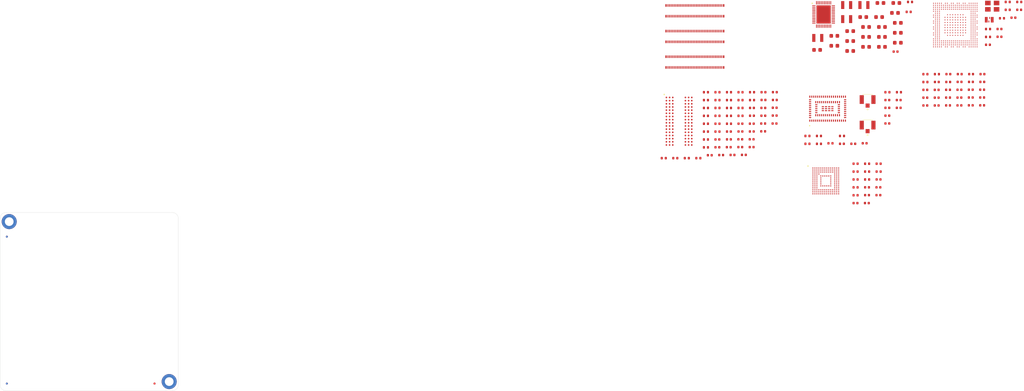
<source format=kicad_pcb>
(kicad_pcb (version 20171130) (host pcbnew 5.1.10-88a1d61d58~90~ubuntu20.04.1)
  (title_block (title "Logicboard 1A ") (date 2021-08-02) (rev 2.0.0) (company www.logicboards.org))
  (layers (0 L1_Sig_Pwr.Cu mixed) (1 L2_Gnd.Cu power) (2 L3_Sig_Pwr.Cu mixed) (3 L4_Gnd_Signal.Cu mixed) (4 L5_Gnd.Cu power) (31 L6_Sig_Pwr.Cu mixed) (34 B.Paste user hide) (35 F.Paste user hide) (36 B.SilkS user hide) (37 F.SilkS user hide) (38 B.Mask user hide) (39 F.Mask user hide) (44 Edge.Cuts user))
  (net 0 "")
  (net 1 "Net-(C101-Pad1)")
  (net 2 /HSE_IN)
  (net 3 /HSE_OUT)
  (net 4 NRST)
  (net 5 /LSE_IN)
  (net 6 PMIC_VREF_DDR)
  (net 7 PMIC_LDO3_VTT_DDR)
  (net 8 PMIC_VOUT2_VDD_DDR)
  (net 9 PMIC_VOUT3_VDD)
  (net 10 PMIC_VOUT1_VDD_CORE)
  (net 11 "Net-(C315-Pad1)")
  (net 12 "Net-(C316-Pad1)")
  (net 13 MPU_VDDA_1V8_REG)
  (net 14 PMIC_LDO4_VDD_USB)
  (net 15 "Net-(C324-Pad1)")
  (net 16 PMIC_VOUT4_3V3)
  (net 17 5V_VIN)
  (net 18 "Net-(C409-Pad2)")
  (net 19 PMIC_LDO1_1V8)
  (net 20 PMIC_LDO6_1V0)
  (net 21 PMIC_LDO2_2V9)
  (net 22 PMIC_LDO5_2V9)
  (net 23 "Net-(C421-Pad1)")
  (net 24 "Net-(C507-Pad1)")
  (net 25 VDDOUT_VDDIO)
  (net 26 "Net-(C605-Pad1)")
  (net 27 "Net-(L401-Pad1)")
  (net 28 "Net-(L402-Pad1)")
  (net 29 "Net-(L403-Pad1)")
  (net 30 "Net-(L404-Pad1)")
  (net 31 "Net-(R101-Pad1)")
  (net 32 I2C1_SCL)
  (net 33 I2C1_SDA)
  (net 34 I2C4_SCL)
  (net 35 I2C4_SDA)
  (net 36 "Net-(R201-Pad1)")
  (net 37 "/MPU Memory/DDR_A0")
  (net 38 "/MPU Memory/DDR_A1")
  (net 39 "/MPU Memory/DDR_A2")
  (net 40 "/MPU Memory/DDR_A3")
  (net 41 "/MPU Memory/DDR_A4")
  (net 42 "/MPU Memory/DDR_A5")
  (net 43 "/MPU Memory/DDR_A6")
  (net 44 "/MPU Memory/DDR_A7")
  (net 45 "/MPU Memory/DDR_A8")
  (net 46 "/MPU Memory/DDR_A9")
  (net 47 "/MPU Memory/DDR_A10")
  (net 48 "Net-(R213-Pad1)")
  (net 49 "/MPU Memory/DDR_A11")
  (net 50 "/MPU Memory/DDR_A12")
  (net 51 "/MPU Memory/DDR_A13")
  (net 52 "/MPU Memory/DDR_A14")
  (net 53 "/MPU Memory/DDR_BA0")
  (net 54 "/MPU Memory/DDR_BA1")
  (net 55 "/MPU Memory/DDR_BA2")
  (net 56 "/MPU Memory/DDR_RESETN")
  (net 57 "/MPU Memory/DDR_CLK_N")
  (net 58 "/MPU Memory/DDR_CLK_P")
  (net 59 "/MPU Memory/DDR_CKE")
  (net 60 "/MPU Memory/DDR_RASN")
  (net 61 "/MPU Memory/DDR_ODT")
  (net 62 "/MPU Memory/DDR_CASN")
  (net 63 "/MPU Memory/DDR_CSN")
  (net 64 "/MPU Memory/DDR_WEN")
  (net 65 VBAT)
  (net 66 "Net-(R303-Pad1)")
  (net 67 "Net-(R401-Pad1)")
  (net 68 "Net-(R402-Pad1)")
  (net 69 SDMMC2_D0)
  (net 70 SDMMC2_D1)
  (net 71 SDMMC2_D2)
  (net 72 SDMMC2_D3)
  (net 73 SDMMC2_D4)
  (net 74 SDMMC2_D5)
  (net 75 SDMMC2_D6)
  (net 76 SDMMC2_D7)
  (net 77 SDMMC2_CK)
  (net 78 SDMMC2_CMD)
  (net 79 SDMMC3_D2)
  (net 80 SDMMC3_D1)
  (net 81 SDMMC3_D0)
  (net 82 SDMMC3_D3)
  (net 83 SDMMC3_CMD)
  (net 84 BT_HOST_WAKE)
  (net 85 PE13)
  (net 86 WL_HOST_WAKE)
  (net 87 BT_USART2_TX)
  (net 88 PA8)
  (net 89 DSI_LCD_INT)
  (net 90 DSI_CK_N)
  (net 91 DSI_D1_N)
  (net 92 JTDO_TRACESWO)
  (net 93 JTDI)
  (net 94 "Net-(U101-PadA21)")
  (net 95 "Net-(U101-PadA22)")
  (net 96 PH15)
  (net 97 PH12)
  (net 98 WL_REG_ON)
  (net 99 PE12)
  (net 100 PD10)
  (net 101 BT_USART2_RTS)
  (net 102 SDMMC3_CK)
  (net 103 PD0)
  (net 104 PD1)
  (net 105 PB9)
  (net 106 DSI_TE)
  (net 107 DSI_D0_N)
  (net 108 DSI_CK_P)
  (net 109 DSI_D1_P)
  (net 110 JTRST)
  (net 111 STLINK_SWCLK)
  (net 112 "Net-(U101-PadB21)")
  (net 113 "Net-(U101-PadB22)")
  (net 114 "Net-(U101-PadB23)")
  (net 115 PI0)
  (net 116 PH10)
  (net 117 PH14)
  (net 118 PH11)
  (net 119 PH9)
  (net 120 PE14)
  (net 121 PE1)
  (net 122 PE6)
  (net 123 DSI_D0_P)
  (net 124 PA15)
  (net 125 STLINK_SWDIO)
  (net 126 "Net-(U101-PadC22)")
  (net 127 "Net-(U101-PadC23)")
  (net 128 PH13)
  (net 129 BT_USART2_RX)
  (net 130 PE15)
  (net 131 PH8)
  (net 132 PE0)
  (net 133 PB7)
  (net 134 SDMMC1_CMD)
  (net 135 SDMMC1_CK)
  (net 136 BT_USART2_CTS)
  (net 137 SDMMC1_D2)
  (net 138 SDMMC1_D3)
  (net 139 SDMMC1_D1)
  (net 140 SDMMC1_D0)
  (net 141 DSI_RESET)
  (net 142 "Net-(U101-PadD21)")
  (net 143 "Net-(U101-PadD22)")
  (net 144 "Net-(U101-PadD23)")
  (net 145 PI3)
  (net 146 PI2)
  (net 147 PI1)
  (net 148 PI4)
  (net 149 "/MPU Memory/DDR_DQ3")
  (net 150 "/MPU Memory/DDR_DQ0")
  (net 151 "Net-(U101-PadE23)")
  (net 152 PI7)
  (net 153 PI5)
  (net 154 PI6)
  (net 155 "/MPU Memory/DDR_DQ1")
  (net 156 BT_PCM_SDI)
  (net 157 BT_PCM_CLK)
  (net 158 BT_PCM_WS)
  (net 159 "/MPU Memory/DDR_DQ7")
  (net 160 "/MPU Memory/DDR_DQS0_P")
  (net 161 "/MPU Memory/DDR_DQS0_N")
  (net 162 BT_REG_ON)
  (net 163 PI9)
  (net 164 "/MPU Memory/DDR_DQ2")
  (net 165 "/MPU Memory/DDR_DQ6")
  (net 166 "/MPU Memory/DDR_DQM0")
  (net 167 PD15)
  (net 168 BT_DEV_WAKE)
  (net 169 BT_PCM_SDO)
  (net 170 "/MPU Memory/DDR_DQ4")
  (net 171 "/MPU Memory/DDR_DQ5")
  (net 172 PD9)
  (net 173 PMIC_WAKEUP)
  (net 174 PD8)
  (net 175 PG12)
  (net 176 "Net-(U101-PadK20)")
  (net 177 PD14)
  (net 178 LPO_32)
  (net 179 "Net-(U101-PadL21)")
  (net 180 BOOT2)
  (net 181 BOOT0)
  (net 182 PA13)
  (net 183 "Net-(U101-PadN3)")
  (net 184 BOOT1)
  (net 185 STUSB1600_IRQOUTn)
  (net 186 "Net-(U101-PadP20)")
  (net 187 POWER_ON)
  (net 188 PI10)
  (net 189 PA14)
  (net 190 PG3)
  (net 191 "/MPU Memory/DDR_DQ8")
  (net 192 "/MPU Memory/DDR_DQ10")
  (net 193 "/MPU Memory/DDR_DQ13")
  (net 194 PF3)
  (net 195 PA3)
  (net 196 ANA0)
  (net 197 ANA1)
  (net 198 "/MPU Memory/DDR_DQ9")
  (net 199 "/MPU Memory/DDR_DQS1_P")
  (net 200 "/MPU Memory/DDR_DQS1_N")
  (net 201 PG2)
  (net 202 PA5)
  (net 203 PA4)
  (net 204 "/MPU Memory/DDR_DQM1")
  (net 205 PG1)
  (net 206 PC3)
  (net 207 PH7)
  (net 208 "/MPU Memory/DDR_DQ11")
  (net 209 "/MPU Memory/DDR_DQ14")
  (net 210 "/MPU Memory/DDR_DQ12")
  (net 211 PE2)
  (net 212 PC2)
  (net 213 PB10)
  (net 214 PF13)
  (net 215 PG5)
  (net 216 PG11)
  (net 217 PB5)
  (net 218 PF12)
  (net 219 PF11)
  (net 220 PH6)
  (net 221 PF10)
  (net 222 PG9)
  (net 223 PB6)
  (net 224 PE10)
  (net 225 PB2)
  (net 226 PA10)
  (net 227 "Net-(U101-PadY19)")
  (net 228 "/MPU Memory/DDR_DQ15")
  (net 229 "Net-(U101-PadY22)")
  (net 230 "Net-(U101-PadY23)")
  (net 231 PG14)
  (net 232 PG13)
  (net 233 PH3)
  (net 234 PA1)
  (net 235 PC1)
  (net 236 PB1)
  (net 237 PE9)
  (net 238 PB13)
  (net 239 PE7)
  (net 240 PF6)
  (net 241 PF9)
  (net 242 PA11)
  (net 243 DSI_BL_CTRL)
  (net 244 "Net-(U101-PadAA20)")
  (net 245 "Net-(U101-PadAA22)")
  (net 246 "Net-(U101-PadAA23)")
  (net 247 PB11)
  (net 248 PG4)
  (net 249 PA0_WAKEUP)
  (net 250 PH2)
  (net 251 PC0)
  (net 252 PB0)
  (net 253 PC5)
  (net 254 PA7)
  (net 255 PG8)
  (net 256 PG10)
  (net 257 PF7)
  (net 258 USB2_N)
  (net 259 USB1_N)
  (net 260 PA12)
  (net 261 "Net-(U101-PadAB20)")
  (net 262 "Net-(U101-PadAB21)")
  (net 263 "Net-(U101-PadAB22)")
  (net 264 "Net-(U101-PadAB23)")
  (net 265 PG0)
  (net 266 PA2)
  (net 267 PF14)
  (net 268 PB12)
  (net 269 PC4)
  (net 270 PA6)
  (net 271 PD11)
  (net 272 PF8)
  (net 273 PE8)
  (net 274 PG7)
  (net 275 USB2_P)
  (net 276 USB1_P)
  (net 277 OTG_VBUS)
  (net 278 "Net-(U101-PadAC21)")
  (net 279 "Net-(U101-PadAC22)")
  (net 280 PONKEYn)
  (net 281 PMIC_VBUSOTG)
  (net 282 SW_OUT)
  (net 283 "Net-(U501-PadA7)")
  (net 284 "Net-(U501-PadA10)")
  (net 285 "Net-(U501-PadA11)")
  (net 286 "Net-(U501-PadA12)")
  (net 287 "Net-(U501-PadA13)")
  (net 288 "Net-(U501-PadA14)")
  (net 289 "Net-(U501-PadB1)")
  (net 290 "Net-(U501-PadB9)")
  (net 291 "Net-(U501-PadB10)")
  (net 292 "Net-(U501-PadB11)")
  (net 293 "Net-(U501-PadB12)")
  (net 294 "Net-(U501-PadB13)")
  (net 295 "Net-(U501-PadB14)")
  (net 296 "Net-(U501-PadC8)")
  (net 297 "Net-(U501-PadC9)")
  (net 298 "Net-(U501-PadC10)")
  (net 299 "Net-(U501-PadC11)")
  (net 300 "Net-(U501-PadC12)")
  (net 301 "Net-(U501-PadC13)")
  (net 302 "Net-(U501-PadC14)")
  (net 303 "Net-(U501-PadD1)")
  (net 304 "Net-(U501-PadD12)")
  (net 305 "Net-(U501-PadD13)")
  (net 306 "Net-(U501-PadD14)")
  (net 307 "Net-(U501-PadE5)")
  (net 308 "Net-(U501-PadE8)")
  (net 309 "Net-(U501-PadE9)")
  (net 310 "Net-(U501-PadE10)")
  (net 311 "Net-(U501-PadE12)")
  (net 312 "Net-(U501-PadE13)")
  (net 313 "Net-(U501-PadE14)")
  (net 314 "Net-(U501-PadF3)")
  (net 315 "Net-(U501-PadF10)")
  (net 316 "Net-(U501-PadF12)")
  (net 317 "Net-(U501-PadF13)")
  (net 318 "Net-(U501-PadF14)")
  (net 319 "Net-(U501-PadG2)")
  (net 320 "Net-(U501-PadG3)")
  (net 321 "Net-(U501-PadG10)")
  (net 322 "Net-(U501-PadG12)")
  (net 323 "Net-(U501-PadG13)")
  (net 324 "Net-(U501-PadG14)")
  (net 325 "Net-(U501-PadH1)")
  (net 326 "Net-(U501-PadH2)")
  (net 327 "Net-(U501-PadH3)")
  (net 328 "Net-(U501-PadH5)")
  (net 329 "Net-(U501-PadH12)")
  (net 330 "Net-(U501-PadH13)")
  (net 331 "Net-(U501-PadH14)")
  (net 332 "Net-(U501-PadJ12)")
  (net 333 "Net-(U501-PadJ13)")
  (net 334 "Net-(U501-PadJ14)")
  (net 335 "Net-(U501-PadK6)")
  (net 336 "Net-(U501-PadK7)")
  (net 337 "Net-(U501-PadK10)")
  (net 338 "Net-(U501-PadK12)")
  (net 339 "Net-(U501-PadK13)")
  (net 340 "Net-(U501-PadK14)")
  (net 341 "Net-(U501-PadL12)")
  (net 342 "Net-(U501-PadL13)")
  (net 343 "Net-(U501-PadL14)")
  (net 344 "Net-(U501-PadM1)")
  (net 345 "Net-(U501-PadM2)")
  (net 346 "Net-(U501-PadM3)")
  (net 347 "Net-(U501-PadM7)")
  (net 348 "Net-(U501-PadM8)")
  (net 349 "Net-(U501-PadM9)")
  (net 350 "Net-(U501-PadM10)")
  (net 351 "Net-(U501-PadM11)")
  (net 352 "Net-(U501-PadM12)")
  (net 353 "Net-(U501-PadM13)")
  (net 354 "Net-(U501-PadM14)")
  (net 355 "Net-(U501-PadN1)")
  (net 356 "Net-(U501-PadN3)")
  (net 357 "Net-(U501-PadN6)")
  (net 358 "Net-(U501-PadN7)")
  (net 359 "Net-(U501-PadN8)")
  (net 360 "Net-(U501-PadN9)")
  (net 361 "Net-(U501-PadN10)")
  (net 362 "Net-(U501-PadN11)")
  (net 363 "Net-(U501-PadN12)")
  (net 364 "Net-(U501-PadN13)")
  (net 365 "Net-(U501-PadN14)")
  (net 366 "Net-(U501-PadP2)")
  (net 367 "Net-(U501-PadP7)")
  (net 368 "Net-(U501-PadP8)")
  (net 369 "Net-(U501-PadP9)")
  (net 370 "Net-(U501-PadP10)")
  (net 371 "Net-(U501-PadP11)")
  (net 372 "Net-(U501-PadP12)")
  (net 373 "Net-(U501-PadP13)")
  (net 374 "Net-(U501-PadP14)")
  (net 375 "Net-(U601-Pad8)")
  (net 376 "Net-(U601-Pad12)")
  (net 377 "Net-(U601-Pad16)")
  (net 378 "Net-(U601-Pad17)")
  (net 379 "Net-(U601-Pad18)")
  (net 380 "Net-(U601-Pad37)")
  (net 381 "Net-(U601-Pad38)")
  (net 382 "Net-(U601-Pad39)")
  (net 383 "Net-(U601-Pad40)")
  (net 384 "Net-(U601-Pad41)")
  (net 385 "Net-(U601-Pad42)")
  (net 386 "Net-(U601-Pad43)")
  (net 387 "Net-(U601-Pad44)")
  (net 388 "Net-(U601-Pad45)")
  (net 389 "Net-(U601-Pad46)")
  (net 390 "Net-(U601-Pad54)")
  (net 391 "Net-(U601-Pad55)")
  (net 392 "Net-(U601-Pad56)")
  (net 393 "Net-(U601-Pad61)")
  (net 394 "Net-(U601-Pad62)")
  (net 395 "Net-(U601-Pad63)")
  (net 396 "Net-(U601-Pad64)")
  (net 397 "Net-(U601-Pad66)")
  (net 398 "Net-(U601-Pad67)")
  (net 399 "Net-(U601-Pad68)")
  (net 400 "Net-(U601-Pad69)")
  (net 401 "Net-(U601-Pad70)")
  (net 402 "Net-(U601-Pad71)")
  (net 403 "Net-(U601-Pad74)")
  (net 404 "Net-(U601-Pad75)")
  (net 405 "Net-(U601-Pad76)")
  (net 406 "Net-(U601-Pad77)")
  (net 407 "Net-(U601-Pad78)")
  (net 408 "Net-(U601-Pad79)")
  (net 409 "Net-(U601-Pad81)")
  (net 410 "Net-(U601-Pad86)")
  (net 411 "Net-(U601-Pad87)")
  (net 412 "Net-(U601-Pad88)")
  (net 413 "Net-(U601-Pad89)")
  (net 414 "Net-(U601-Pad90)")
  (net 415 "Net-(U601-Pad91)")
  (net 416 "Net-(U601-Pad92)")
  (net 417 "Net-(U601-Pad93)")
  (net 418 "Net-(U702-Pad34)")
  (net 419 "Net-(U702-Pad35)")
  (net 420 "Net-(U702-Pad36)")
  (net 421 "Net-(U702-Pad37)")
  (net 422 "Net-(U702-Pad38)")
  (net 423 "Net-(U703-Pad1)")
  (net 424 "Net-(U703-Pad2)")
  (net 425 "Net-(U703-Pad3)")
  (net 426 "Net-(U703-Pad4)")
  (net 427 "Net-(U703-Pad5)")
  (net 428 "Net-(U703-Pad6)")
  (net 429 "Net-(U703-Pad7)")
  (net 430 "Net-(U703-Pad8)")
  (net 431 "Net-(U703-Pad9)")
  (net 432 "Net-(U703-Pad10)")
  (net 433 "Net-(U703-Pad11)")
  (net 434 "Net-(U703-Pad12)")
  (net 435 "Net-(U703-Pad13)")
  (net 436 "Net-(U703-Pad14)")
  (net 437 "Net-(U703-Pad15)")
  (net 438 "Net-(U703-Pad16)")
  (net 439 "Net-(U703-Pad17)")
  (net 440 "Net-(U703-Pad18)")
  (net 441 "Net-(U703-Pad19)")
  (net 442 "Net-(U703-Pad20)")
  (net 443 "Net-(U703-Pad21)")
  (net 444 "Net-(U703-Pad22)")
  (net 445 "Net-(U703-Pad23)")
  (net 446 "Net-(U703-Pad24)")
  (net 447 "Net-(U703-Pad25)")
  (net 448 "Net-(U703-Pad26)")
  (net 449 "Net-(U703-Pad27)")
  (net 450 "Net-(U703-Pad28)")
  (net 451 "Net-(U703-Pad29)")
  (net 452 "Net-(U703-Pad30)")
  (net 453 "Net-(U703-Pad31)")
  (net 454 "Net-(U703-Pad32)")
  (net 455 "Net-(U703-Pad33)")
  (net 456 "Net-(U703-Pad34)")
  (net 457 "Net-(U703-Pad35)")
  (net 458 "Net-(U703-Pad36)")
  (net 459 "Net-(U703-Pad37)")
  (net 460 "Net-(U703-Pad38)")
  (net 461 "Net-(U703-Pad39)")
  (net 462 "Net-(U703-Pad40)")
  (net 463 "Net-(U703-Pad41)")
  (net 464 "Net-(U703-Pad42)")
  (net 465 "Net-(U703-Pad43)")
  (net 466 "Net-(U703-Pad44)")
  (net 467 "Net-(U703-Pad45)")
  (net 468 "Net-(U703-Pad46)")
  (net 469 "Net-(U703-Pad47)")
  (net 470 "Net-(U703-Pad48)")
  (net 471 "Net-(U703-Pad49)")
  (net 472 "Net-(U703-Pad50)")
  (net 473 "Net-(U703-Pad51)")
  (net 474 "Net-(U703-Pad52)")
  (net 475 "Net-(U703-Pad53)")
  (net 476 "Net-(U703-Pad54)")
  (net 477 "Net-(U703-Pad55)")
  (net 478 "Net-(U703-Pad56)")
  (net 479 "Net-(U703-Pad57)")
  (net 480 "Net-(U703-Pad58)")
  (net 481 "Net-(U703-Pad59)")
  (net 482 "Net-(U703-Pad60)")
  (net 483 "Net-(U703-Pad61)")
  (net 484 "Net-(U703-Pad62)")
  (net 485 "Net-(U703-Pad63)")
  (net 486 "Net-(U703-Pad64)")
  (net 487 "Net-(U703-Pad65)")
  (net 488 "Net-(U703-Pad66)")
  (net 489 "Net-(U703-Pad67)")
  (net 490 "Net-(U703-Pad68)")
  (net 491 "Net-(U703-Pad69)")
  (net 492 "Net-(U703-Pad70)")
  (net 493 "Net-(X101-Pad1)")
  (net 494 BT_RF_OUT)
  (net 495 "Net-(C603-Pad1)")
  (net 496 "Net-(C604-Pad1)")
  (net 497 GND)
  (module U_Crystal:TSX3225240000MF10ZC3 (layer L1_Sig_Pwr.Cu) (at 390.545 27.895)
    (fp_text reference Y101 hide)
    (fp_text value 24MHz hide)
    (pad 4 smd rect (at -1.1 -0.8) (size 1.4 1.15) (layers L1_Sig_Pwr.Cu F.Paste F.Mask) (net 497 GND))
    (pad 3 smd rect (at 1.1 -0.8) (size 1.4 1.15) (layers L1_Sig_Pwr.Cu F.Paste F.Mask) (net 3 /HSE_OUT))
    (pad 2 smd rect (at 1.1 0.8) (size 1.4 1.15) (layers L1_Sig_Pwr.Cu F.Paste F.Mask) (net 497 GND))
    (pad 1 smd rect (at -1.1 0.8) (size 1.4 1.15) (layers L1_Sig_Pwr.Cu F.Paste F.Mask) (net 2 /HSE_IN))
  )
  (module U_Crystal:SiT1533AC-H5-DCC-32.768E (layer L1_Sig_Pwr.Cu) (at 389.795 31.315)
    (fp_text reference X101 hide)
    (fp_text value 32.768kHz hide)
    (pad 2 smd rect (at -0.1 0.45) (size 0.2 0.5) (layers L1_Sig_Pwr.Cu F.Paste F.Mask) (net 497 GND))
    (pad 4 smd rect (at 0.1 -0.45) (size 0.2 0.5) (layers L1_Sig_Pwr.Cu F.Paste F.Mask) (net 9 PMIC_VOUT3_VDD))
    (pad 3 smd rect (at 0.75 0) (size 0.7 1.4) (layers L1_Sig_Pwr.Cu F.Paste F.Mask) (net 5 /LSE_IN))
    (pad 1 smd rect (at -0.75 0) (size 0.7 1.4) (layers L1_Sig_Pwr.Cu F.Paste F.Mask) (net 493 "Net-(X101-Pad1)"))
  )
  (module U_Connector:DF40C70DP04V51 (layer L1_Sig_Pwr.Cu) (at 315.455 29.07)
    (fp_text reference U703 hide)
    (fp_text value "DF40C-70DP-0.4V(51)" hide)
    (pad 1 smd rect (at -6.8 1.355) (size 0.23 0.66) (layers L1_Sig_Pwr.Cu F.Paste F.Mask) (net 423 "Net-(U703-Pad1)"))
    (pad 2 smd rect (at -6.8 -1.355) (size 0.23 0.66) (layers L1_Sig_Pwr.Cu F.Paste F.Mask) (net 424 "Net-(U703-Pad2)"))
    (pad 3 smd rect (at -6.4 1.355) (size 0.23 0.66) (layers L1_Sig_Pwr.Cu F.Paste F.Mask) (net 425 "Net-(U703-Pad3)"))
    (pad 4 smd rect (at -6.4 -1.355) (size 0.23 0.66) (layers L1_Sig_Pwr.Cu F.Paste F.Mask) (net 426 "Net-(U703-Pad4)"))
    (pad 5 smd rect (at -6 1.355) (size 0.23 0.66) (layers L1_Sig_Pwr.Cu F.Paste F.Mask) (net 427 "Net-(U703-Pad5)"))
    (pad 6 smd rect (at -6 -1.355) (size 0.23 0.66) (layers L1_Sig_Pwr.Cu F.Paste F.Mask) (net 428 "Net-(U703-Pad6)"))
    (pad 7 smd rect (at -5.6 1.355) (size 0.23 0.66) (layers L1_Sig_Pwr.Cu F.Paste F.Mask) (net 429 "Net-(U703-Pad7)"))
    (pad 8 smd rect (at -5.6 -1.355) (size 0.23 0.66) (layers L1_Sig_Pwr.Cu F.Paste F.Mask) (net 430 "Net-(U703-Pad8)"))
    (pad 9 smd rect (at -5.2 1.355) (size 0.23 0.66) (layers L1_Sig_Pwr.Cu F.Paste F.Mask) (net 431 "Net-(U703-Pad9)"))
    (pad 10 smd rect (at -5.2 -1.355) (size 0.23 0.66) (layers L1_Sig_Pwr.Cu F.Paste F.Mask) (net 432 "Net-(U703-Pad10)"))
    (pad 11 smd rect (at -4.8 1.355) (size 0.23 0.66) (layers L1_Sig_Pwr.Cu F.Paste F.Mask) (net 433 "Net-(U703-Pad11)"))
    (pad 12 smd rect (at -4.8 -1.355) (size 0.23 0.66) (layers L1_Sig_Pwr.Cu F.Paste F.Mask) (net 434 "Net-(U703-Pad12)"))
    (pad 13 smd rect (at -4.4 1.355) (size 0.23 0.66) (layers L1_Sig_Pwr.Cu F.Paste F.Mask) (net 435 "Net-(U703-Pad13)"))
    (pad 14 smd rect (at -4.4 -1.355) (size 0.23 0.66) (layers L1_Sig_Pwr.Cu F.Paste F.Mask) (net 436 "Net-(U703-Pad14)"))
    (pad 15 smd rect (at -4 1.355) (size 0.23 0.66) (layers L1_Sig_Pwr.Cu F.Paste F.Mask) (net 437 "Net-(U703-Pad15)"))
    (pad 16 smd rect (at -4 -1.355) (size 0.23 0.66) (layers L1_Sig_Pwr.Cu F.Paste F.Mask) (net 438 "Net-(U703-Pad16)"))
    (pad 17 smd rect (at -3.6 1.355) (size 0.23 0.66) (layers L1_Sig_Pwr.Cu F.Paste F.Mask) (net 439 "Net-(U703-Pad17)"))
    (pad 18 smd rect (at -3.6 -1.355) (size 0.23 0.66) (layers L1_Sig_Pwr.Cu F.Paste F.Mask) (net 440 "Net-(U703-Pad18)"))
    (pad 19 smd rect (at -3.2 1.355) (size 0.23 0.66) (layers L1_Sig_Pwr.Cu F.Paste F.Mask) (net 441 "Net-(U703-Pad19)"))
    (pad 20 smd rect (at -3.2 -1.355) (size 0.23 0.66) (layers L1_Sig_Pwr.Cu F.Paste F.Mask) (net 442 "Net-(U703-Pad20)"))
    (pad 21 smd rect (at -2.8 1.355) (size 0.23 0.66) (layers L1_Sig_Pwr.Cu F.Paste F.Mask) (net 443 "Net-(U703-Pad21)"))
    (pad 22 smd rect (at -2.8 -1.355) (size 0.23 0.66) (layers L1_Sig_Pwr.Cu F.Paste F.Mask) (net 444 "Net-(U703-Pad22)"))
    (pad 23 smd rect (at -2.4 1.355) (size 0.23 0.66) (layers L1_Sig_Pwr.Cu F.Paste F.Mask) (net 445 "Net-(U703-Pad23)"))
    (pad 24 smd rect (at -2.4 -1.355) (size 0.23 0.66) (layers L1_Sig_Pwr.Cu F.Paste F.Mask) (net 446 "Net-(U703-Pad24)"))
    (pad 25 smd rect (at -2 1.355) (size 0.23 0.66) (layers L1_Sig_Pwr.Cu F.Paste F.Mask) (net 447 "Net-(U703-Pad25)"))
    (pad 26 smd rect (at -2 -1.355) (size 0.23 0.66) (layers L1_Sig_Pwr.Cu F.Paste F.Mask) (net 448 "Net-(U703-Pad26)"))
    (pad 27 smd rect (at -1.6 1.355) (size 0.23 0.66) (layers L1_Sig_Pwr.Cu F.Paste F.Mask) (net 449 "Net-(U703-Pad27)"))
    (pad 28 smd rect (at -1.6 -1.355) (size 0.23 0.66) (layers L1_Sig_Pwr.Cu F.Paste F.Mask) (net 450 "Net-(U703-Pad28)"))
    (pad 29 smd rect (at -1.2 1.355) (size 0.23 0.66) (layers L1_Sig_Pwr.Cu F.Paste F.Mask) (net 451 "Net-(U703-Pad29)"))
    (pad 30 smd rect (at -1.2 -1.355) (size 0.23 0.66) (layers L1_Sig_Pwr.Cu F.Paste F.Mask) (net 452 "Net-(U703-Pad30)"))
    (pad 31 smd rect (at -0.8 1.355) (size 0.23 0.66) (layers L1_Sig_Pwr.Cu F.Paste F.Mask) (net 453 "Net-(U703-Pad31)"))
    (pad 32 smd rect (at -0.8 -1.355) (size 0.23 0.66) (layers L1_Sig_Pwr.Cu F.Paste F.Mask) (net 454 "Net-(U703-Pad32)"))
    (pad 33 smd rect (at -0.4 1.355) (size 0.23 0.66) (layers L1_Sig_Pwr.Cu F.Paste F.Mask) (net 455 "Net-(U703-Pad33)"))
    (pad 34 smd rect (at -0.4 -1.355) (size 0.23 0.66) (layers L1_Sig_Pwr.Cu F.Paste F.Mask) (net 456 "Net-(U703-Pad34)"))
    (pad 35 smd rect (at 0 1.355) (size 0.23 0.66) (layers L1_Sig_Pwr.Cu F.Paste F.Mask) (net 457 "Net-(U703-Pad35)"))
    (pad 36 smd rect (at 0 -1.355) (size 0.23 0.66) (layers L1_Sig_Pwr.Cu F.Paste F.Mask) (net 458 "Net-(U703-Pad36)"))
    (pad 37 smd rect (at 0.4 1.355) (size 0.23 0.66) (layers L1_Sig_Pwr.Cu F.Paste F.Mask) (net 459 "Net-(U703-Pad37)"))
    (pad 38 smd rect (at 0.4 -1.355) (size 0.23 0.66) (layers L1_Sig_Pwr.Cu F.Paste F.Mask) (net 460 "Net-(U703-Pad38)"))
    (pad 39 smd rect (at 0.8 1.355) (size 0.23 0.66) (layers L1_Sig_Pwr.Cu F.Paste F.Mask) (net 461 "Net-(U703-Pad39)"))
    (pad 40 smd rect (at 0.8 -1.355) (size 0.23 0.66) (layers L1_Sig_Pwr.Cu F.Paste F.Mask) (net 462 "Net-(U703-Pad40)"))
    (pad 41 smd rect (at 1.2 1.355) (size 0.23 0.66) (layers L1_Sig_Pwr.Cu F.Paste F.Mask) (net 463 "Net-(U703-Pad41)"))
    (pad 42 smd rect (at 1.2 -1.355) (size 0.23 0.66) (layers L1_Sig_Pwr.Cu F.Paste F.Mask) (net 464 "Net-(U703-Pad42)"))
    (pad 43 smd rect (at 1.6 1.355) (size 0.23 0.66) (layers L1_Sig_Pwr.Cu F.Paste F.Mask) (net 465 "Net-(U703-Pad43)"))
    (pad 44 smd rect (at 1.6 -1.355) (size 0.23 0.66) (layers L1_Sig_Pwr.Cu F.Paste F.Mask) (net 466 "Net-(U703-Pad44)"))
    (pad 45 smd rect (at 2 1.355) (size 0.23 0.66) (layers L1_Sig_Pwr.Cu F.Paste F.Mask) (net 467 "Net-(U703-Pad45)"))
    (pad 46 smd rect (at 2 -1.355) (size 0.23 0.66) (layers L1_Sig_Pwr.Cu F.Paste F.Mask) (net 468 "Net-(U703-Pad46)"))
    (pad 47 smd rect (at 2.4 1.355) (size 0.23 0.66) (layers L1_Sig_Pwr.Cu F.Paste F.Mask) (net 469 "Net-(U703-Pad47)"))
    (pad 48 smd rect (at 2.4 -1.355) (size 0.23 0.66) (layers L1_Sig_Pwr.Cu F.Paste F.Mask) (net 470 "Net-(U703-Pad48)"))
    (pad 49 smd rect (at 2.8 1.355) (size 0.23 0.66) (layers L1_Sig_Pwr.Cu F.Paste F.Mask) (net 471 "Net-(U703-Pad49)"))
    (pad 50 smd rect (at 2.8 -1.355) (size 0.23 0.66) (layers L1_Sig_Pwr.Cu F.Paste F.Mask) (net 472 "Net-(U703-Pad50)"))
    (pad 51 smd rect (at 3.2 1.355) (size 0.23 0.66) (layers L1_Sig_Pwr.Cu F.Paste F.Mask) (net 473 "Net-(U703-Pad51)"))
    (pad 52 smd rect (at 3.2 -1.355) (size 0.23 0.66) (layers L1_Sig_Pwr.Cu F.Paste F.Mask) (net 474 "Net-(U703-Pad52)"))
    (pad 53 smd rect (at 3.6 1.355) (size 0.23 0.66) (layers L1_Sig_Pwr.Cu F.Paste F.Mask) (net 475 "Net-(U703-Pad53)"))
    (pad 54 smd rect (at 3.6 -1.355) (size 0.23 0.66) (layers L1_Sig_Pwr.Cu F.Paste F.Mask) (net 476 "Net-(U703-Pad54)"))
    (pad 55 smd rect (at 4 1.355) (size 0.23 0.66) (layers L1_Sig_Pwr.Cu F.Paste F.Mask) (net 477 "Net-(U703-Pad55)"))
    (pad 56 smd rect (at 4 -1.355) (size 0.23 0.66) (layers L1_Sig_Pwr.Cu F.Paste F.Mask) (net 478 "Net-(U703-Pad56)"))
    (pad 57 smd rect (at 4.4 1.355) (size 0.23 0.66) (layers L1_Sig_Pwr.Cu F.Paste F.Mask) (net 479 "Net-(U703-Pad57)"))
    (pad 58 smd rect (at 4.4 -1.355) (size 0.23 0.66) (layers L1_Sig_Pwr.Cu F.Paste F.Mask) (net 480 "Net-(U703-Pad58)"))
    (pad 59 smd rect (at 4.8 1.355) (size 0.23 0.66) (layers L1_Sig_Pwr.Cu F.Paste F.Mask) (net 481 "Net-(U703-Pad59)"))
    (pad 60 smd rect (at 4.8 -1.355) (size 0.23 0.66) (layers L1_Sig_Pwr.Cu F.Paste F.Mask) (net 482 "Net-(U703-Pad60)"))
    (pad 61 smd rect (at 5.2 1.355) (size 0.23 0.66) (layers L1_Sig_Pwr.Cu F.Paste F.Mask) (net 483 "Net-(U703-Pad61)"))
    (pad 62 smd rect (at 5.2 -1.355) (size 0.23 0.66) (layers L1_Sig_Pwr.Cu F.Paste F.Mask) (net 484 "Net-(U703-Pad62)"))
    (pad 63 smd rect (at 5.6 1.355) (size 0.23 0.66) (layers L1_Sig_Pwr.Cu F.Paste F.Mask) (net 485 "Net-(U703-Pad63)"))
    (pad 64 smd rect (at 5.6 -1.355) (size 0.23 0.66) (layers L1_Sig_Pwr.Cu F.Paste F.Mask) (net 486 "Net-(U703-Pad64)"))
    (pad 65 smd rect (at 6 1.355) (size 0.23 0.66) (layers L1_Sig_Pwr.Cu F.Paste F.Mask) (net 487 "Net-(U703-Pad65)"))
    (pad 66 smd rect (at 6 -1.355) (size 0.23 0.66) (layers L1_Sig_Pwr.Cu F.Paste F.Mask) (net 488 "Net-(U703-Pad66)"))
    (pad 67 smd rect (at 6.4 1.355) (size 0.23 0.66) (layers L1_Sig_Pwr.Cu F.Paste F.Mask) (net 489 "Net-(U703-Pad67)"))
    (pad 68 smd rect (at 6.4 -1.355) (size 0.23 0.66) (layers L1_Sig_Pwr.Cu F.Paste F.Mask) (net 490 "Net-(U703-Pad68)"))
    (pad 69 smd rect (at 6.8 1.355) (size 0.23 0.66) (layers L1_Sig_Pwr.Cu F.Paste F.Mask) (net 491 "Net-(U703-Pad69)"))
    (pad 70 smd rect (at 6.8 -1.355) (size 0.23 0.66) (layers L1_Sig_Pwr.Cu F.Paste F.Mask) (net 492 "Net-(U703-Pad70)"))
    (pad MP1 smd rect (at 7.275 1.355) (size 0.35 0.66) (layers L1_Sig_Pwr.Cu F.Paste F.Mask))
    (pad MP2 smd rect (at 7.275 -1.355) (size 0.35 0.66) (layers L1_Sig_Pwr.Cu F.Paste F.Mask))
    (pad MP3 smd rect (at -7.275 -1.355) (size 0.35 0.66) (layers L1_Sig_Pwr.Cu F.Paste F.Mask))
    (pad MP4 smd rect (at -7.275 1.355) (size 0.35 0.66) (layers L1_Sig_Pwr.Cu F.Paste F.Mask))
  )
  (module U_Connector:DF40C70DP04V51 (layer L1_Sig_Pwr.Cu) (at 315.455 35.54)
    (fp_text reference U702 hide)
    (fp_text value "DF40C-70DP-0.4V(51)" hide)
    (pad 1 smd rect (at -6.8 1.355) (size 0.23 0.66) (layers L1_Sig_Pwr.Cu F.Paste F.Mask) (net 89 DSI_LCD_INT))
    (pad 2 smd rect (at -6.8 -1.355) (size 0.23 0.66) (layers L1_Sig_Pwr.Cu F.Paste F.Mask) (net 221 PF10))
    (pad 3 smd rect (at -6.4 1.355) (size 0.23 0.66) (layers L1_Sig_Pwr.Cu F.Paste F.Mask) (net 219 PF11))
    (pad 4 smd rect (at -6.4 -1.355) (size 0.23 0.66) (layers L1_Sig_Pwr.Cu F.Paste F.Mask) (net 218 PF12))
    (pad 5 smd rect (at -6 1.355) (size 0.23 0.66) (layers L1_Sig_Pwr.Cu F.Paste F.Mask) (net 214 PF13))
    (pad 6 smd rect (at -6 -1.355) (size 0.23 0.66) (layers L1_Sig_Pwr.Cu F.Paste F.Mask) (net 267 PF14))
    (pad 7 smd rect (at -5.6 1.355) (size 0.23 0.66) (layers L1_Sig_Pwr.Cu F.Paste F.Mask) (net 33 I2C1_SDA))
    (pad 8 smd rect (at -5.6 -1.355) (size 0.23 0.66) (layers L1_Sig_Pwr.Cu F.Paste F.Mask) (net 265 PG0))
    (pad 9 smd rect (at -5.2 1.355) (size 0.23 0.66) (layers L1_Sig_Pwr.Cu F.Paste F.Mask) (net 205 PG1))
    (pad 10 smd rect (at -5.2 -1.355) (size 0.23 0.66) (layers L1_Sig_Pwr.Cu F.Paste F.Mask) (net 201 PG2))
    (pad 11 smd rect (at -4.8 1.355) (size 0.23 0.66) (layers L1_Sig_Pwr.Cu F.Paste F.Mask) (net 190 PG3))
    (pad 12 smd rect (at -4.8 -1.355) (size 0.23 0.66) (layers L1_Sig_Pwr.Cu F.Paste F.Mask) (net 248 PG4))
    (pad 13 smd rect (at -4.4 1.355) (size 0.23 0.66) (layers L1_Sig_Pwr.Cu F.Paste F.Mask) (net 215 PG5))
    (pad 14 smd rect (at -4.4 -1.355) (size 0.23 0.66) (layers L1_Sig_Pwr.Cu F.Paste F.Mask) (net 274 PG7))
    (pad 15 smd rect (at -4 1.355) (size 0.23 0.66) (layers L1_Sig_Pwr.Cu F.Paste F.Mask) (net 255 PG8))
    (pad 16 smd rect (at -4 -1.355) (size 0.23 0.66) (layers L1_Sig_Pwr.Cu F.Paste F.Mask) (net 222 PG9))
    (pad 17 smd rect (at -3.6 1.355) (size 0.23 0.66) (layers L1_Sig_Pwr.Cu F.Paste F.Mask) (net 256 PG10))
    (pad 18 smd rect (at -3.6 -1.355) (size 0.23 0.66) (layers L1_Sig_Pwr.Cu F.Paste F.Mask) (net 216 PG11))
    (pad 19 smd rect (at -3.2 1.355) (size 0.23 0.66) (layers L1_Sig_Pwr.Cu F.Paste F.Mask) (net 175 PG12))
    (pad 20 smd rect (at -3.2 -1.355) (size 0.23 0.66) (layers L1_Sig_Pwr.Cu F.Paste F.Mask) (net 232 PG13))
    (pad 21 smd rect (at -2.8 1.355) (size 0.23 0.66) (layers L1_Sig_Pwr.Cu F.Paste F.Mask) (net 231 PG14))
    (pad 22 smd rect (at -2.8 -1.355) (size 0.23 0.66) (layers L1_Sig_Pwr.Cu F.Paste F.Mask) (net 250 PH2))
    (pad 23 smd rect (at -2.4 1.355) (size 0.23 0.66) (layers L1_Sig_Pwr.Cu F.Paste F.Mask) (net 233 PH3))
    (pad 24 smd rect (at -2.4 -1.355) (size 0.23 0.66) (layers L1_Sig_Pwr.Cu F.Paste F.Mask) (net 220 PH6))
    (pad 25 smd rect (at -2 1.355) (size 0.23 0.66) (layers L1_Sig_Pwr.Cu F.Paste F.Mask) (net 207 PH7))
    (pad 26 smd rect (at -2 -1.355) (size 0.23 0.66) (layers L1_Sig_Pwr.Cu F.Paste F.Mask) (net 131 PH8))
    (pad 27 smd rect (at -1.6 1.355) (size 0.23 0.66) (layers L1_Sig_Pwr.Cu F.Paste F.Mask) (net 119 PH9))
    (pad 28 smd rect (at -1.6 -1.355) (size 0.23 0.66) (layers L1_Sig_Pwr.Cu F.Paste F.Mask) (net 116 PH10))
    (pad 29 smd rect (at -1.2 1.355) (size 0.23 0.66) (layers L1_Sig_Pwr.Cu F.Paste F.Mask) (net 118 PH11))
    (pad 30 smd rect (at -1.2 -1.355) (size 0.23 0.66) (layers L1_Sig_Pwr.Cu F.Paste F.Mask) (net 97 PH12))
    (pad 31 smd rect (at -0.8 1.355) (size 0.23 0.66) (layers L1_Sig_Pwr.Cu F.Paste F.Mask) (net 128 PH13))
    (pad 32 smd rect (at -0.8 -1.355) (size 0.23 0.66) (layers L1_Sig_Pwr.Cu F.Paste F.Mask) (net 117 PH14))
    (pad 33 smd rect (at -0.4 1.355) (size 0.23 0.66) (layers L1_Sig_Pwr.Cu F.Paste F.Mask) (net 96 PH15))
    (pad 34 smd rect (at -0.4 -1.355) (size 0.23 0.66) (layers L1_Sig_Pwr.Cu F.Paste F.Mask) (net 418 "Net-(U702-Pad34)"))
    (pad 35 smd rect (at 0 1.355) (size 0.23 0.66) (layers L1_Sig_Pwr.Cu F.Paste F.Mask) (net 419 "Net-(U702-Pad35)"))
    (pad 36 smd rect (at 0 -1.355) (size 0.23 0.66) (layers L1_Sig_Pwr.Cu F.Paste F.Mask) (net 420 "Net-(U702-Pad36)"))
    (pad 37 smd rect (at 0.4 1.355) (size 0.23 0.66) (layers L1_Sig_Pwr.Cu F.Paste F.Mask) (net 421 "Net-(U702-Pad37)"))
    (pad 38 smd rect (at 0.4 -1.355) (size 0.23 0.66) (layers L1_Sig_Pwr.Cu F.Paste F.Mask) (net 422 "Net-(U702-Pad38)"))
    (pad 39 smd rect (at 0.8 1.355) (size 0.23 0.66) (layers L1_Sig_Pwr.Cu F.Paste F.Mask) (net 280 PONKEYn))
    (pad 40 smd rect (at 0.8 -1.355) (size 0.23 0.66) (layers L1_Sig_Pwr.Cu F.Paste F.Mask) (net 134 SDMMC1_CMD))
    (pad 41 smd rect (at 1.2 1.355) (size 0.23 0.66) (layers L1_Sig_Pwr.Cu F.Paste F.Mask) (net 135 SDMMC1_CK))
    (pad 42 smd rect (at 1.2 -1.355) (size 0.23 0.66) (layers L1_Sig_Pwr.Cu F.Paste F.Mask) (net 138 SDMMC1_D3))
    (pad 43 smd rect (at 1.6 1.355) (size 0.23 0.66) (layers L1_Sig_Pwr.Cu F.Paste F.Mask) (net 137 SDMMC1_D2))
    (pad 44 smd rect (at 1.6 -1.355) (size 0.23 0.66) (layers L1_Sig_Pwr.Cu F.Paste F.Mask) (net 139 SDMMC1_D1))
    (pad 45 smd rect (at 2 1.355) (size 0.23 0.66) (layers L1_Sig_Pwr.Cu F.Paste F.Mask) (net 140 SDMMC1_D0))
    (pad 46 smd rect (at 2 -1.355) (size 0.23 0.66) (layers L1_Sig_Pwr.Cu F.Paste F.Mask) (net 4 NRST))
    (pad 47 smd rect (at 2.4 1.355) (size 0.23 0.66) (layers L1_Sig_Pwr.Cu F.Paste F.Mask) (net 180 BOOT2))
    (pad 48 smd rect (at 2.4 -1.355) (size 0.23 0.66) (layers L1_Sig_Pwr.Cu F.Paste F.Mask) (net 184 BOOT1))
    (pad 49 smd rect (at 2.8 1.355) (size 0.23 0.66) (layers L1_Sig_Pwr.Cu F.Paste F.Mask) (net 181 BOOT0))
    (pad 50 smd rect (at 2.8 -1.355) (size 0.23 0.66) (layers L1_Sig_Pwr.Cu F.Paste F.Mask) (net 197 ANA1))
    (pad 51 smd rect (at 3.2 1.355) (size 0.23 0.66) (layers L1_Sig_Pwr.Cu F.Paste F.Mask) (net 196 ANA0))
    (pad 52 smd rect (at 3.2 -1.355) (size 0.23 0.66) (layers L1_Sig_Pwr.Cu F.Paste F.Mask) (net 90 DSI_CK_N))
    (pad 53 smd rect (at 3.6 1.355) (size 0.23 0.66) (layers L1_Sig_Pwr.Cu F.Paste F.Mask) (net 108 DSI_CK_P))
    (pad 54 smd rect (at 3.6 -1.355) (size 0.23 0.66) (layers L1_Sig_Pwr.Cu F.Paste F.Mask) (net 91 DSI_D1_N))
    (pad 55 smd rect (at 4 1.355) (size 0.23 0.66) (layers L1_Sig_Pwr.Cu F.Paste F.Mask) (net 109 DSI_D1_P))
    (pad 56 smd rect (at 4 -1.355) (size 0.23 0.66) (layers L1_Sig_Pwr.Cu F.Paste F.Mask) (net 107 DSI_D0_N))
    (pad 57 smd rect (at 4.4 1.355) (size 0.23 0.66) (layers L1_Sig_Pwr.Cu F.Paste F.Mask) (net 123 DSI_D0_P))
    (pad 58 smd rect (at 4.4 -1.355) (size 0.23 0.66) (layers L1_Sig_Pwr.Cu F.Paste F.Mask) (net 35 I2C4_SDA))
    (pad 59 smd rect (at 4.8 1.355) (size 0.23 0.66) (layers L1_Sig_Pwr.Cu F.Paste F.Mask) (net 34 I2C4_SCL))
    (pad 60 smd rect (at 4.8 -1.355) (size 0.23 0.66) (layers L1_Sig_Pwr.Cu F.Paste F.Mask) (net 185 STUSB1600_IRQOUTn))
    (pad 61 smd rect (at 5.2 1.355) (size 0.23 0.66) (layers L1_Sig_Pwr.Cu F.Paste F.Mask) (net 188 PI10))
    (pad 62 smd rect (at 5.2 -1.355) (size 0.23 0.66) (layers L1_Sig_Pwr.Cu F.Paste F.Mask) (net 163 PI9))
    (pad 63 smd rect (at 5.6 1.355) (size 0.23 0.66) (layers L1_Sig_Pwr.Cu F.Paste F.Mask) (net 152 PI7))
    (pad 64 smd rect (at 5.6 -1.355) (size 0.23 0.66) (layers L1_Sig_Pwr.Cu F.Paste F.Mask) (net 154 PI6))
    (pad 65 smd rect (at 6 1.355) (size 0.23 0.66) (layers L1_Sig_Pwr.Cu F.Paste F.Mask) (net 153 PI5))
    (pad 66 smd rect (at 6 -1.355) (size 0.23 0.66) (layers L1_Sig_Pwr.Cu F.Paste F.Mask) (net 148 PI4))
    (pad 67 smd rect (at 6.4 1.355) (size 0.23 0.66) (layers L1_Sig_Pwr.Cu F.Paste F.Mask) (net 145 PI3))
    (pad 68 smd rect (at 6.4 -1.355) (size 0.23 0.66) (layers L1_Sig_Pwr.Cu F.Paste F.Mask) (net 146 PI2))
    (pad 69 smd rect (at 6.8 1.355) (size 0.23 0.66) (layers L1_Sig_Pwr.Cu F.Paste F.Mask) (net 147 PI1))
    (pad 70 smd rect (at 6.8 -1.355) (size 0.23 0.66) (layers L1_Sig_Pwr.Cu F.Paste F.Mask) (net 115 PI0))
    (pad MP1 smd rect (at 7.275 1.355) (size 0.35 0.66) (layers L1_Sig_Pwr.Cu F.Paste F.Mask))
    (pad MP2 smd rect (at 7.275 -1.355) (size 0.35 0.66) (layers L1_Sig_Pwr.Cu F.Paste F.Mask))
    (pad MP3 smd rect (at -7.275 -1.355) (size 0.35 0.66) (layers L1_Sig_Pwr.Cu F.Paste F.Mask))
    (pad MP4 smd rect (at -7.275 1.355) (size 0.35 0.66) (layers L1_Sig_Pwr.Cu F.Paste F.Mask))
  )
  (module U_Connector:DF40C70DP04V51 (layer L1_Sig_Pwr.Cu) (at 315.455 42.01)
    (fp_text reference U701 hide)
    (fp_text value "DF40C-70DP-0.4V(51)" hide)
    (pad 1 smd rect (at -6.8 1.355) (size 0.23 0.66) (layers L1_Sig_Pwr.Cu F.Paste F.Mask) (net 234 PA1))
    (pad 2 smd rect (at -6.8 -1.355) (size 0.23 0.66) (layers L1_Sig_Pwr.Cu F.Paste F.Mask) (net 266 PA2))
    (pad 3 smd rect (at -6.4 1.355) (size 0.23 0.66) (layers L1_Sig_Pwr.Cu F.Paste F.Mask) (net 195 PA3))
    (pad 4 smd rect (at -6.4 -1.355) (size 0.23 0.66) (layers L1_Sig_Pwr.Cu F.Paste F.Mask) (net 203 PA4))
    (pad 5 smd rect (at -6 1.355) (size 0.23 0.66) (layers L1_Sig_Pwr.Cu F.Paste F.Mask) (net 202 PA5))
    (pad 6 smd rect (at -6 -1.355) (size 0.23 0.66) (layers L1_Sig_Pwr.Cu F.Paste F.Mask) (net 270 PA6))
    (pad 7 smd rect (at -5.6 1.355) (size 0.23 0.66) (layers L1_Sig_Pwr.Cu F.Paste F.Mask) (net 254 PA7))
    (pad 8 smd rect (at -5.6 -1.355) (size 0.23 0.66) (layers L1_Sig_Pwr.Cu F.Paste F.Mask) (net 88 PA8))
    (pad 9 smd rect (at -5.2 1.355) (size 0.23 0.66) (layers L1_Sig_Pwr.Cu F.Paste F.Mask) (net 226 PA10))
    (pad 10 smd rect (at -5.2 -1.355) (size 0.23 0.66) (layers L1_Sig_Pwr.Cu F.Paste F.Mask) (net 242 PA11))
    (pad 11 smd rect (at -4.8 1.355) (size 0.23 0.66) (layers L1_Sig_Pwr.Cu F.Paste F.Mask) (net 260 PA12))
    (pad 12 smd rect (at -4.8 -1.355) (size 0.23 0.66) (layers L1_Sig_Pwr.Cu F.Paste F.Mask) (net 182 PA13))
    (pad 13 smd rect (at -4.4 1.355) (size 0.23 0.66) (layers L1_Sig_Pwr.Cu F.Paste F.Mask) (net 189 PA14))
    (pad 14 smd rect (at -4.4 -1.355) (size 0.23 0.66) (layers L1_Sig_Pwr.Cu F.Paste F.Mask) (net 124 PA15))
    (pad 15 smd rect (at -4 1.355) (size 0.23 0.66) (layers L1_Sig_Pwr.Cu F.Paste F.Mask) (net 252 PB0))
    (pad 16 smd rect (at -4 -1.355) (size 0.23 0.66) (layers L1_Sig_Pwr.Cu F.Paste F.Mask) (net 236 PB1))
    (pad 17 smd rect (at -3.6 1.355) (size 0.23 0.66) (layers L1_Sig_Pwr.Cu F.Paste F.Mask) (net 225 PB2))
    (pad 18 smd rect (at -3.6 -1.355) (size 0.23 0.66) (layers L1_Sig_Pwr.Cu F.Paste F.Mask) (net 217 PB5))
    (pad 19 smd rect (at -3.2 1.355) (size 0.23 0.66) (layers L1_Sig_Pwr.Cu F.Paste F.Mask) (net 223 PB6))
    (pad 20 smd rect (at -3.2 -1.355) (size 0.23 0.66) (layers L1_Sig_Pwr.Cu F.Paste F.Mask) (net 133 PB7))
    (pad 21 smd rect (at -2.8 1.355) (size 0.23 0.66) (layers L1_Sig_Pwr.Cu F.Paste F.Mask) (net 105 PB9))
    (pad 22 smd rect (at -2.8 -1.355) (size 0.23 0.66) (layers L1_Sig_Pwr.Cu F.Paste F.Mask) (net 213 PB10))
    (pad 23 smd rect (at -2.4 1.355) (size 0.23 0.66) (layers L1_Sig_Pwr.Cu F.Paste F.Mask) (net 247 PB11))
    (pad 24 smd rect (at -2.4 -1.355) (size 0.23 0.66) (layers L1_Sig_Pwr.Cu F.Paste F.Mask) (net 268 PB12))
    (pad 25 smd rect (at -2 1.355) (size 0.23 0.66) (layers L1_Sig_Pwr.Cu F.Paste F.Mask) (net 238 PB13))
    (pad 26 smd rect (at -2 -1.355) (size 0.23 0.66) (layers L1_Sig_Pwr.Cu F.Paste F.Mask) (net 277 OTG_VBUS))
    (pad 27 smd rect (at -1.6 1.355) (size 0.23 0.66) (layers L1_Sig_Pwr.Cu F.Paste F.Mask) (net 259 USB1_N))
    (pad 28 smd rect (at -1.6 -1.355) (size 0.23 0.66) (layers L1_Sig_Pwr.Cu F.Paste F.Mask) (net 276 USB1_P))
    (pad 29 smd rect (at -1.2 1.355) (size 0.23 0.66) (layers L1_Sig_Pwr.Cu F.Paste F.Mask) (net 258 USB2_N))
    (pad 30 smd rect (at -1.2 -1.355) (size 0.23 0.66) (layers L1_Sig_Pwr.Cu F.Paste F.Mask) (net 275 USB2_P))
    (pad 31 smd rect (at -0.8 1.355) (size 0.23 0.66) (layers L1_Sig_Pwr.Cu F.Paste F.Mask) (net 251 PC0))
    (pad 32 smd rect (at -0.8 -1.355) (size 0.23 0.66) (layers L1_Sig_Pwr.Cu F.Paste F.Mask) (net 235 PC1))
    (pad 33 smd rect (at -0.4 1.355) (size 0.23 0.66) (layers L1_Sig_Pwr.Cu F.Paste F.Mask) (net 212 PC2))
    (pad 34 smd rect (at -0.4 -1.355) (size 0.23 0.66) (layers L1_Sig_Pwr.Cu F.Paste F.Mask) (net 206 PC3))
    (pad 35 smd rect (at 0 1.355) (size 0.23 0.66) (layers L1_Sig_Pwr.Cu F.Paste F.Mask) (net 269 PC4))
    (pad 36 smd rect (at 0 -1.355) (size 0.23 0.66) (layers L1_Sig_Pwr.Cu F.Paste F.Mask) (net 253 PC5))
    (pad 37 smd rect (at 0.4 1.355) (size 0.23 0.66) (layers L1_Sig_Pwr.Cu F.Paste F.Mask) (net 106 DSI_TE))
    (pad 38 smd rect (at 0.4 -1.355) (size 0.23 0.66) (layers L1_Sig_Pwr.Cu F.Paste F.Mask) (net 167 PD15))
    (pad 39 smd rect (at 0.8 1.355) (size 0.23 0.66) (layers L1_Sig_Pwr.Cu F.Paste F.Mask) (net 177 PD14))
    (pad 40 smd rect (at 0.8 -1.355) (size 0.23 0.66) (layers L1_Sig_Pwr.Cu F.Paste F.Mask) (net 243 DSI_BL_CTRL))
    (pad 41 smd rect (at 1.2 1.355) (size 0.23 0.66) (layers L1_Sig_Pwr.Cu F.Paste F.Mask) (net 32 I2C1_SCL))
    (pad 42 smd rect (at 1.2 -1.355) (size 0.23 0.66) (layers L1_Sig_Pwr.Cu F.Paste F.Mask) (net 271 PD11))
    (pad 43 smd rect (at 1.6 1.355) (size 0.23 0.66) (layers L1_Sig_Pwr.Cu F.Paste F.Mask) (net 100 PD10))
    (pad 44 smd rect (at 1.6 -1.355) (size 0.23 0.66) (layers L1_Sig_Pwr.Cu F.Paste F.Mask) (net 172 PD9))
    (pad 45 smd rect (at 2 1.355) (size 0.23 0.66) (layers L1_Sig_Pwr.Cu F.Paste F.Mask) (net 174 PD8))
    (pad 46 smd rect (at 2 -1.355) (size 0.23 0.66) (layers L1_Sig_Pwr.Cu F.Paste F.Mask) (net 104 PD1))
    (pad 47 smd rect (at 2.4 1.355) (size 0.23 0.66) (layers L1_Sig_Pwr.Cu F.Paste F.Mask) (net 103 PD0))
    (pad 48 smd rect (at 2.4 -1.355) (size 0.23 0.66) (layers L1_Sig_Pwr.Cu F.Paste F.Mask) (net 110 JTRST))
    (pad 49 smd rect (at 2.8 1.355) (size 0.23 0.66) (layers L1_Sig_Pwr.Cu F.Paste F.Mask) (net 92 JTDO_TRACESWO))
    (pad 50 smd rect (at 2.8 -1.355) (size 0.23 0.66) (layers L1_Sig_Pwr.Cu F.Paste F.Mask) (net 93 JTDI))
    (pad 51 smd rect (at 3.2 1.355) (size 0.23 0.66) (layers L1_Sig_Pwr.Cu F.Paste F.Mask) (net 111 STLINK_SWCLK))
    (pad 52 smd rect (at 3.2 -1.355) (size 0.23 0.66) (layers L1_Sig_Pwr.Cu F.Paste F.Mask) (net 125 STLINK_SWDIO))
    (pad 53 smd rect (at 3.6 1.355) (size 0.23 0.66) (layers L1_Sig_Pwr.Cu F.Paste F.Mask) (net 141 DSI_RESET))
    (pad 54 smd rect (at 3.6 -1.355) (size 0.23 0.66) (layers L1_Sig_Pwr.Cu F.Paste F.Mask) (net 211 PE2))
    (pad 55 smd rect (at 4 1.355) (size 0.23 0.66) (layers L1_Sig_Pwr.Cu F.Paste F.Mask) (net 121 PE1))
    (pad 56 smd rect (at 4 -1.355) (size 0.23 0.66) (layers L1_Sig_Pwr.Cu F.Paste F.Mask) (net 132 PE0))
    (pad 57 smd rect (at 4.4 1.355) (size 0.23 0.66) (layers L1_Sig_Pwr.Cu F.Paste F.Mask) (net 130 PE15))
    (pad 58 smd rect (at 4.4 -1.355) (size 0.23 0.66) (layers L1_Sig_Pwr.Cu F.Paste F.Mask) (net 120 PE14))
    (pad 59 smd rect (at 4.8 1.355) (size 0.23 0.66) (layers L1_Sig_Pwr.Cu F.Paste F.Mask) (net 85 PE13))
    (pad 60 smd rect (at 4.8 -1.355) (size 0.23 0.66) (layers L1_Sig_Pwr.Cu F.Paste F.Mask) (net 99 PE12))
    (pad 61 smd rect (at 5.2 1.355) (size 0.23 0.66) (layers L1_Sig_Pwr.Cu F.Paste F.Mask) (net 224 PE10))
    (pad 62 smd rect (at 5.2 -1.355) (size 0.23 0.66) (layers L1_Sig_Pwr.Cu F.Paste F.Mask) (net 237 PE9))
    (pad 63 smd rect (at 5.6 1.355) (size 0.23 0.66) (layers L1_Sig_Pwr.Cu F.Paste F.Mask) (net 273 PE8))
    (pad 64 smd rect (at 5.6 -1.355) (size 0.23 0.66) (layers L1_Sig_Pwr.Cu F.Paste F.Mask) (net 239 PE7))
    (pad 65 smd rect (at 6 1.355) (size 0.23 0.66) (layers L1_Sig_Pwr.Cu F.Paste F.Mask) (net 122 PE6))
    (pad 66 smd rect (at 6 -1.355) (size 0.23 0.66) (layers L1_Sig_Pwr.Cu F.Paste F.Mask) (net 241 PF9))
    (pad 67 smd rect (at 6.4 1.355) (size 0.23 0.66) (layers L1_Sig_Pwr.Cu F.Paste F.Mask) (net 272 PF8))
    (pad 68 smd rect (at 6.4 -1.355) (size 0.23 0.66) (layers L1_Sig_Pwr.Cu F.Paste F.Mask) (net 257 PF7))
    (pad 69 smd rect (at 6.8 1.355) (size 0.23 0.66) (layers L1_Sig_Pwr.Cu F.Paste F.Mask) (net 240 PF6))
    (pad 70 smd rect (at 6.8 -1.355) (size 0.23 0.66) (layers L1_Sig_Pwr.Cu F.Paste F.Mask) (net 194 PF3))
    (pad MP1 smd rect (at 7.275 1.355) (size 0.35 0.66) (layers L1_Sig_Pwr.Cu F.Paste F.Mask))
    (pad MP2 smd rect (at 7.275 -1.355) (size 0.35 0.66) (layers L1_Sig_Pwr.Cu F.Paste F.Mask))
    (pad MP3 smd rect (at -7.275 -1.355) (size 0.35 0.66) (layers L1_Sig_Pwr.Cu F.Paste F.Mask))
    (pad MP4 smd rect (at -7.275 1.355) (size 0.35 0.66) (layers L1_Sig_Pwr.Cu F.Paste F.Mask))
  )
  (module U_Module:LBEE59B1LV278 (layer L1_Sig_Pwr.Cu) (at 348.975 53.775)
    (fp_text reference U601 hide)
    (fp_text value LBEE59B1LV-278 hide)
    (pad 1 smd rect (at -4.5 3.025) (size 0.25 0.55) (layers L1_Sig_Pwr.Cu F.Paste F.Mask) (net 497 GND))
    (pad 2 smd rect (at -4 3.025) (size 0.25 0.55) (layers L1_Sig_Pwr.Cu F.Paste F.Mask) (net 497 GND))
    (pad 3 smd rect (at -3.5 3.025) (size 0.25 0.55) (layers L1_Sig_Pwr.Cu F.Paste F.Mask) (net 497 GND))
    (pad 4 smd rect (at -3 3.025) (size 0.25 0.55) (layers L1_Sig_Pwr.Cu F.Paste F.Mask) (net 25 VDDOUT_VDDIO))
    (pad 5 smd rect (at -2.5 3.025) (size 0.25 0.55) (layers L1_Sig_Pwr.Cu F.Paste F.Mask) (net 84 BT_HOST_WAKE))
    (pad 6 smd rect (at -2 3.025) (size 0.25 0.55) (layers L1_Sig_Pwr.Cu F.Paste F.Mask) (net 497 GND))
    (pad 7 smd rect (at -1.5 3.025) (size 0.25 0.55) (layers L1_Sig_Pwr.Cu F.Paste F.Mask) (net 86 WL_HOST_WAKE))
    (pad 8 smd rect (at -1 3.025) (size 0.25 0.55) (layers L1_Sig_Pwr.Cu F.Paste F.Mask) (net 375 "Net-(U601-Pad8)"))
    (pad 9 smd rect (at -0.5 3.025) (size 0.25 0.55) (layers L1_Sig_Pwr.Cu F.Paste F.Mask) (net 162 BT_REG_ON))
    (pad 10 smd rect (at 0 3.025) (size 0.25 0.55) (layers L1_Sig_Pwr.Cu F.Paste F.Mask) (net 98 WL_REG_ON))
    (pad 11 smd rect (at 0.5 3.025) (size 0.25 0.55) (layers L1_Sig_Pwr.Cu F.Paste F.Mask) (net 497 GND))
    (pad 12 smd rect (at 1 3.025) (size 0.25 0.55) (layers L1_Sig_Pwr.Cu F.Paste F.Mask) (net 376 "Net-(U601-Pad12)"))
    (pad 13 smd rect (at 1.5 3.025) (size 0.25 0.55) (layers L1_Sig_Pwr.Cu F.Paste F.Mask) (net 19 PMIC_LDO1_1V8))
    (pad 14 smd rect (at 2 3.025) (size 0.25 0.55) (layers L1_Sig_Pwr.Cu F.Paste F.Mask) (net 19 PMIC_LDO1_1V8))
    (pad 15 smd rect (at 2.5 3.025) (size 0.25 0.55) (layers L1_Sig_Pwr.Cu F.Paste F.Mask) (net 497 GND))
    (pad 16 smd rect (at 3 3.025) (size 0.25 0.55) (layers L1_Sig_Pwr.Cu F.Paste F.Mask) (net 377 "Net-(U601-Pad16)"))
    (pad 17 smd rect (at 3.5 3.025) (size 0.25 0.55) (layers L1_Sig_Pwr.Cu F.Paste F.Mask) (net 378 "Net-(U601-Pad17)"))
    (pad 18 smd rect (at 4 3.025) (size 0.25 0.55) (layers L1_Sig_Pwr.Cu F.Paste F.Mask) (net 379 "Net-(U601-Pad18)"))
    (pad 19 smd rect (at 4.5 3.025) (size 0.25 0.55) (layers L1_Sig_Pwr.Cu F.Paste F.Mask) (net 497 GND))
    (pad 20 smd rect (at 4.425 2.25 90) (size 0.25 0.55) (layers L1_Sig_Pwr.Cu F.Paste F.Mask) (net 497 GND))
    (pad 21 smd rect (at 4.425 1.75 90) (size 0.25 0.55) (layers L1_Sig_Pwr.Cu F.Paste F.Mask) (net 79 SDMMC3_D2))
    (pad 22 smd rect (at 4.425 1.25 90) (size 0.25 0.55) (layers L1_Sig_Pwr.Cu F.Paste F.Mask) (net 80 SDMMC3_D1))
    (pad 23 smd rect (at 4.425 0.75 90) (size 0.25 0.55) (layers L1_Sig_Pwr.Cu F.Paste F.Mask) (net 81 SDMMC3_D0))
    (pad 24 smd rect (at 4.425 0.25 90) (size 0.25 0.55) (layers L1_Sig_Pwr.Cu F.Paste F.Mask) (net 102 SDMMC3_CK))
    (pad 25 smd rect (at 4.425 -0.25 90) (size 0.25 0.55) (layers L1_Sig_Pwr.Cu F.Paste F.Mask) (net 82 SDMMC3_D3))
    (pad 26 smd rect (at 4.425 -0.75 90) (size 0.25 0.55) (layers L1_Sig_Pwr.Cu F.Paste F.Mask) (net 83 SDMMC3_CMD))
    (pad 27 smd rect (at 4.425 -1.25 90) (size 0.25 0.55) (layers L1_Sig_Pwr.Cu F.Paste F.Mask) (net 497 GND))
    (pad 28 smd rect (at 4.425 -1.75 90) (size 0.25 0.55) (layers L1_Sig_Pwr.Cu F.Paste F.Mask) (net 25 VDDOUT_VDDIO))
    (pad 29 smd rect (at 4.425 -2.25 90) (size 0.25 0.55) (layers L1_Sig_Pwr.Cu F.Paste F.Mask) (net 168 BT_DEV_WAKE))
    (pad 30 smd rect (at 4.5 -3.025) (size 0.25 0.55) (layers L1_Sig_Pwr.Cu F.Paste F.Mask) (net 497 GND))
    (pad 31 smd rect (at 4 -3.025) (size 0.25 0.55) (layers L1_Sig_Pwr.Cu F.Paste F.Mask) (net 129 BT_USART2_RX))
    (pad 32 smd rect (at 3.5 -3.025) (size 0.25 0.55) (layers L1_Sig_Pwr.Cu F.Paste F.Mask) (net 87 BT_USART2_TX))
    (pad 33 smd rect (at 3 -3.025) (size 0.25 0.55) (layers L1_Sig_Pwr.Cu F.Paste F.Mask) (net 136 BT_USART2_CTS))
    (pad 34 smd rect (at 2.5 -3.025) (size 0.25 0.55) (layers L1_Sig_Pwr.Cu F.Paste F.Mask) (net 101 BT_USART2_RTS))
    (pad 35 smd rect (at 2 -3.025) (size 0.25 0.55) (layers L1_Sig_Pwr.Cu F.Paste F.Mask) (net 19 PMIC_LDO1_1V8))
    (pad 36 smd rect (at 1.5 -3.025) (size 0.25 0.55) (layers L1_Sig_Pwr.Cu F.Paste F.Mask) (net 497 GND))
    (pad 37 smd rect (at 1 -3.025) (size 0.25 0.55) (layers L1_Sig_Pwr.Cu F.Paste F.Mask) (net 380 "Net-(U601-Pad37)"))
    (pad 38 smd rect (at 0.5 -3.025) (size 0.25 0.55) (layers L1_Sig_Pwr.Cu F.Paste F.Mask) (net 381 "Net-(U601-Pad38)"))
    (pad 39 smd rect (at 0 -3.025) (size 0.25 0.55) (layers L1_Sig_Pwr.Cu F.Paste F.Mask) (net 382 "Net-(U601-Pad39)"))
    (pad 40 smd rect (at -0.5 -3.025) (size 0.25 0.55) (layers L1_Sig_Pwr.Cu F.Paste F.Mask) (net 383 "Net-(U601-Pad40)"))
    (pad 41 smd rect (at -1 -3.025) (size 0.25 0.55) (layers L1_Sig_Pwr.Cu F.Paste F.Mask) (net 384 "Net-(U601-Pad41)"))
    (pad 42 smd rect (at -1.5 -3.025) (size 0.25 0.55) (layers L1_Sig_Pwr.Cu F.Paste F.Mask) (net 385 "Net-(U601-Pad42)"))
    (pad 43 smd rect (at -2 -3.025) (size 0.25 0.55) (layers L1_Sig_Pwr.Cu F.Paste F.Mask) (net 386 "Net-(U601-Pad43)"))
    (pad 44 smd rect (at -2.5 -3.025) (size 0.25 0.55) (layers L1_Sig_Pwr.Cu F.Paste F.Mask) (net 387 "Net-(U601-Pad44)"))
    (pad 45 smd rect (at -3 -3.025) (size 0.25 0.55) (layers L1_Sig_Pwr.Cu F.Paste F.Mask) (net 388 "Net-(U601-Pad45)"))
    (pad 46 smd rect (at -3.5 -3.025) (size 0.25 0.55) (layers L1_Sig_Pwr.Cu F.Paste F.Mask) (net 389 "Net-(U601-Pad46)"))
    (pad 47 smd rect (at -4 -3.025) (size 0.25 0.55) (layers L1_Sig_Pwr.Cu F.Paste F.Mask) (net 497 GND))
    (pad 48 smd rect (at -4.5 -3.025) (size 0.25 0.55) (layers L1_Sig_Pwr.Cu F.Paste F.Mask) (net 497 GND))
    (pad 49 smd rect (at -4.425 -2.25 90) (size 0.25 0.55) (layers L1_Sig_Pwr.Cu F.Paste F.Mask) (net 494 BT_RF_OUT))
    (pad 50 smd rect (at -4.425 -1.75 90) (size 0.25 0.55) (layers L1_Sig_Pwr.Cu F.Paste F.Mask) (net 497 GND))
    (pad 51 smd rect (at -4.425 -1.25 90) (size 0.25 0.55) (layers L1_Sig_Pwr.Cu F.Paste F.Mask) (net 497 GND))
    (pad 52 smd rect (at -4.425 -0.75 90) (size 0.25 0.55) (layers L1_Sig_Pwr.Cu F.Paste F.Mask) (net 497 GND))
    (pad 53 smd rect (at -4.425 -0.25 90) (size 0.25 0.55) (layers L1_Sig_Pwr.Cu F.Paste F.Mask) (net 497 GND))
    (pad 54 smd rect (at -4.425 0.25 90) (size 0.25 0.55) (layers L1_Sig_Pwr.Cu F.Paste F.Mask) (net 390 "Net-(U601-Pad54)"))
    (pad 55 smd rect (at -4.425 0.75 90) (size 0.25 0.55) (layers L1_Sig_Pwr.Cu F.Paste F.Mask) (net 391 "Net-(U601-Pad55)"))
    (pad 56 smd rect (at -4.425 1.25 90) (size 0.25 0.55) (layers L1_Sig_Pwr.Cu F.Paste F.Mask) (net 392 "Net-(U601-Pad56)"))
    (pad 57 smd rect (at -4.425 1.75 90) (size 0.25 0.55) (layers L1_Sig_Pwr.Cu F.Paste F.Mask) (net 497 GND))
    (pad 58 smd rect (at -4.425 2.25 90) (size 0.25 0.55) (layers L1_Sig_Pwr.Cu F.Paste F.Mask) (net 496 "Net-(C604-Pad1)"))
    (pad 59 smd rect (at -3 1.65) (size 0.25 0.55) (layers L1_Sig_Pwr.Cu F.Paste F.Mask) (net 497 GND))
    (pad 60 smd rect (at -2.5 1.65) (size 0.25 0.55) (layers L1_Sig_Pwr.Cu F.Paste F.Mask) (net 497 GND))
    (pad 61 smd rect (at -2 1.65) (size 0.25 0.55) (layers L1_Sig_Pwr.Cu F.Paste F.Mask) (net 393 "Net-(U601-Pad61)"))
    (pad 62 smd rect (at -1.5 1.65) (size 0.25 0.55) (layers L1_Sig_Pwr.Cu F.Paste F.Mask) (net 394 "Net-(U601-Pad62)"))
    (pad 63 smd rect (at -1 1.65) (size 0.25 0.55) (layers L1_Sig_Pwr.Cu F.Paste F.Mask) (net 395 "Net-(U601-Pad63)"))
    (pad 64 smd rect (at -0.5 1.65) (size 0.25 0.55) (layers L1_Sig_Pwr.Cu F.Paste F.Mask) (net 396 "Net-(U601-Pad64)"))
    (pad 65 smd rect (at 0 1.65) (size 0.25 0.55) (layers L1_Sig_Pwr.Cu F.Paste F.Mask) (net 497 GND))
    (pad 66 smd rect (at 0.5 1.65) (size 0.25 0.55) (layers L1_Sig_Pwr.Cu F.Paste F.Mask) (net 397 "Net-(U601-Pad66)"))
    (pad 67 smd rect (at 1 1.65) (size 0.25 0.55) (layers L1_Sig_Pwr.Cu F.Paste F.Mask) (net 398 "Net-(U601-Pad67)"))
    (pad 68 smd rect (at 1.5 1.65) (size 0.25 0.55) (layers L1_Sig_Pwr.Cu F.Paste F.Mask) (net 399 "Net-(U601-Pad68)"))
    (pad 69 smd rect (at 2 1.65) (size 0.25 0.55) (layers L1_Sig_Pwr.Cu F.Paste F.Mask) (net 400 "Net-(U601-Pad69)"))
    (pad 70 smd rect (at 2.5 1.65) (size 0.25 0.55) (layers L1_Sig_Pwr.Cu F.Paste F.Mask) (net 401 "Net-(U601-Pad70)"))
    (pad 71 smd rect (at 3 1.65) (size 0.25 0.55) (layers L1_Sig_Pwr.Cu F.Paste F.Mask) (net 402 "Net-(U601-Pad71)"))
    (pad 72 smd rect (at 2.85 1 90) (size 0.25 0.55) (layers L1_Sig_Pwr.Cu F.Paste F.Mask) (net 497 GND))
    (pad 73 smd rect (at 2.85 0.5 90) (size 0.25 0.55) (layers L1_Sig_Pwr.Cu F.Paste F.Mask) (net 497 GND))
    (pad 74 smd rect (at 2.85 0 90) (size 0.25 0.55) (layers L1_Sig_Pwr.Cu F.Paste F.Mask) (net 403 "Net-(U601-Pad74)"))
    (pad 75 smd rect (at 2.85 -0.5 90) (size 0.25 0.55) (layers L1_Sig_Pwr.Cu F.Paste F.Mask) (net 404 "Net-(U601-Pad75)"))
    (pad 76 smd rect (at 2.85 -1 90) (size 0.25 0.55) (layers L1_Sig_Pwr.Cu F.Paste F.Mask) (net 405 "Net-(U601-Pad76)"))
    (pad 77 smd rect (at 3 -1.65) (size 0.25 0.55) (layers L1_Sig_Pwr.Cu F.Paste F.Mask) (net 406 "Net-(U601-Pad77)"))
    (pad 78 smd rect (at 2.5 -1.65) (size 0.25 0.55) (layers L1_Sig_Pwr.Cu F.Paste F.Mask) (net 407 "Net-(U601-Pad78)"))
    (pad 79 smd rect (at 2 -1.65) (size 0.25 0.55) (layers L1_Sig_Pwr.Cu F.Paste F.Mask) (net 408 "Net-(U601-Pad79)"))
    (pad 80 smd rect (at 1.5 -1.65) (size 0.25 0.55) (layers L1_Sig_Pwr.Cu F.Paste F.Mask) (net 178 LPO_32))
    (pad 81 smd rect (at 1 -1.65) (size 0.25 0.55) (layers L1_Sig_Pwr.Cu F.Paste F.Mask) (net 409 "Net-(U601-Pad81)"))
    (pad 82 smd rect (at 0.5 -1.65) (size 0.25 0.55) (layers L1_Sig_Pwr.Cu F.Paste F.Mask) (net 156 BT_PCM_SDI))
    (pad 83 smd rect (at 0 -1.65) (size 0.25 0.55) (layers L1_Sig_Pwr.Cu F.Paste F.Mask) (net 158 BT_PCM_WS))
    (pad 84 smd rect (at -0.5 -1.65) (size 0.25 0.55) (layers L1_Sig_Pwr.Cu F.Paste F.Mask) (net 169 BT_PCM_SDO))
    (pad 85 smd rect (at -1 -1.65) (size 0.25 0.55) (layers L1_Sig_Pwr.Cu F.Paste F.Mask) (net 157 BT_PCM_CLK))
    (pad 86 smd rect (at -1.5 -1.65) (size 0.25 0.55) (layers L1_Sig_Pwr.Cu F.Paste F.Mask) (net 410 "Net-(U601-Pad86)"))
    (pad 87 smd rect (at -2 -1.65) (size 0.25 0.55) (layers L1_Sig_Pwr.Cu F.Paste F.Mask) (net 411 "Net-(U601-Pad87)"))
    (pad 88 smd rect (at -2.5 -1.65) (size 0.25 0.55) (layers L1_Sig_Pwr.Cu F.Paste F.Mask) (net 412 "Net-(U601-Pad88)"))
    (pad 89 smd rect (at -3 -1.65) (size 0.25 0.55) (layers L1_Sig_Pwr.Cu F.Paste F.Mask) (net 413 "Net-(U601-Pad89)"))
    (pad 90 smd rect (at -2.85 -1 90) (size 0.25 0.55) (layers L1_Sig_Pwr.Cu F.Paste F.Mask) (net 414 "Net-(U601-Pad90)"))
    (pad 91 smd rect (at -2.85 -0.5 90) (size 0.25 0.55) (layers L1_Sig_Pwr.Cu F.Paste F.Mask) (net 415 "Net-(U601-Pad91)"))
    (pad 92 smd rect (at -2.85 0 90) (size 0.25 0.55) (layers L1_Sig_Pwr.Cu F.Paste F.Mask) (net 416 "Net-(U601-Pad92)"))
    (pad 93 smd rect (at -2.85 0.5 90) (size 0.25 0.55) (layers L1_Sig_Pwr.Cu F.Paste F.Mask) (net 417 "Net-(U601-Pad93)"))
    (pad 94 smd rect (at -2.85 1 90) (size 0.25 0.55) (layers L1_Sig_Pwr.Cu F.Paste F.Mask) (net 497 GND))
    (pad 95 smd rect (at -1.2 0.5 90) (size 0.25 0.55) (layers L1_Sig_Pwr.Cu F.Paste F.Mask) (net 497 GND))
    (pad 96 smd rect (at -0.4 0.5 90) (size 0.25 0.55) (layers L1_Sig_Pwr.Cu F.Paste F.Mask) (net 497 GND))
    (pad 97 smd rect (at 0.4 0.5 90) (size 0.25 0.55) (layers L1_Sig_Pwr.Cu F.Paste F.Mask) (net 497 GND))
    (pad 98 smd rect (at 1.2 0.5 90) (size 0.25 0.55) (layers L1_Sig_Pwr.Cu F.Paste F.Mask) (net 497 GND))
    (pad 99 smd rect (at -1.2 0 90) (size 0.25 0.55) (layers L1_Sig_Pwr.Cu F.Paste F.Mask) (net 497 GND))
    (pad 100 smd rect (at -0.4 0 90) (size 0.25 0.55) (layers L1_Sig_Pwr.Cu F.Paste F.Mask) (net 497 GND))
    (pad 101 smd rect (at 0.4 0 90) (size 0.25 0.55) (layers L1_Sig_Pwr.Cu F.Paste F.Mask) (net 497 GND))
    (pad 102 smd rect (at 1.2 0 90) (size 0.25 0.55) (layers L1_Sig_Pwr.Cu F.Paste F.Mask) (net 497 GND))
    (pad 103 smd rect (at -1.2 -0.5 90) (size 0.25 0.55) (layers L1_Sig_Pwr.Cu F.Paste F.Mask) (net 497 GND))
    (pad 104 smd rect (at -0.4 -0.5 90) (size 0.25 0.55) (layers L1_Sig_Pwr.Cu F.Paste F.Mask) (net 497 GND))
    (pad 105 smd rect (at 0.4 -0.5 90) (size 0.25 0.55) (layers L1_Sig_Pwr.Cu F.Paste F.Mask) (net 497 GND))
    (pad 106 smd rect (at 1.2 -0.5 90) (size 0.25 0.55) (layers L1_Sig_Pwr.Cu F.Paste F.Mask) (net 497 GND))
  )
  (module U_Package_BGA:S40FC004C1B2C00000 (layer L1_Sig_Pwr.Cu) (at 348.515 72.025)
    (fp_text reference U501 hide)
    (fp_text value S40FC004C1B2C00000 hide)
    (pad A1 smd circle (at -3.25 -3.25 90) (size 0.29 0.29) (layers L1_Sig_Pwr.Cu F.Paste F.Mask) (net 72 SDMMC2_D3) (clearance 0.001))
    (pad A2 smd circle (at -2.75 -3.25 90) (size 0.29 0.29) (layers L1_Sig_Pwr.Cu F.Paste F.Mask) (net 73 SDMMC2_D4) (clearance 0.001))
    (pad A3 smd circle (at -2.25 -3.25 90) (size 0.29 0.29) (layers L1_Sig_Pwr.Cu F.Paste F.Mask) (net 69 SDMMC2_D0) (clearance 0.001))
    (pad A4 smd circle (at -1.75 -3.25 90) (size 0.29 0.29) (layers L1_Sig_Pwr.Cu F.Paste F.Mask) (net 70 SDMMC2_D1) (clearance 0.001))
    (pad A5 smd circle (at -1.25 -3.25 90) (size 0.29 0.29) (layers L1_Sig_Pwr.Cu F.Paste F.Mask) (net 71 SDMMC2_D2) (clearance 0.001))
    (pad A6 smd circle (at -0.75 -3.25 90) (size 0.29 0.29) (layers L1_Sig_Pwr.Cu F.Paste F.Mask) (net 497 GND) (clearance 0.001))
    (pad A7 smd circle (at -0.25 -3.25 90) (size 0.29 0.29) (layers L1_Sig_Pwr.Cu F.Paste F.Mask) (net 283 "Net-(U501-PadA7)") (clearance 0.001))
    (pad A8 smd circle (at 0.25 -3.25 90) (size 0.29 0.29) (layers L1_Sig_Pwr.Cu F.Paste F.Mask) (net 76 SDMMC2_D7) (clearance 0.001))
    (pad A9 smd circle (at 0.75 -3.25 90) (size 0.29 0.29) (layers L1_Sig_Pwr.Cu F.Paste F.Mask) (net 22 PMIC_LDO5_2V9) (clearance 0.001))
    (pad A10 smd circle (at 1.25 -3.25 90) (size 0.29 0.29) (layers L1_Sig_Pwr.Cu F.Paste F.Mask) (net 284 "Net-(U501-PadA10)") (clearance 0.001))
    (pad A11 smd circle (at 1.75 -3.25 90) (size 0.29 0.29) (layers L1_Sig_Pwr.Cu F.Paste F.Mask) (net 285 "Net-(U501-PadA11)") (clearance 0.001))
    (pad A12 smd circle (at 2.25 -3.25 90) (size 0.29 0.29) (layers L1_Sig_Pwr.Cu F.Paste F.Mask) (net 286 "Net-(U501-PadA12)") (clearance 0.001))
    (pad A13 smd circle (at 2.75 -3.25 90) (size 0.29 0.29) (layers L1_Sig_Pwr.Cu F.Paste F.Mask) (net 287 "Net-(U501-PadA13)") (clearance 0.001))
    (pad A14 smd circle (at 3.25 -3.25 90) (size 0.29 0.29) (layers L1_Sig_Pwr.Cu F.Paste F.Mask) (net 288 "Net-(U501-PadA14)") (clearance 0.001))
    (pad B1 smd circle (at -3.25 -2.75 90) (size 0.29 0.29) (layers L1_Sig_Pwr.Cu F.Paste F.Mask) (net 289 "Net-(U501-PadB1)") (clearance 0.001))
    (pad B2 smd circle (at -2.75 -2.75 90) (size 0.29 0.29) (layers L1_Sig_Pwr.Cu F.Paste F.Mask) (net 72 SDMMC2_D3) (clearance 0.001))
    (pad B3 smd circle (at -2.25 -2.75 90) (size 0.29 0.29) (layers L1_Sig_Pwr.Cu F.Paste F.Mask) (net 73 SDMMC2_D4) (clearance 0.001))
    (pad B4 smd circle (at -1.75 -2.75 90) (size 0.29 0.29) (layers L1_Sig_Pwr.Cu F.Paste F.Mask) (net 74 SDMMC2_D5) (clearance 0.001))
    (pad B5 smd circle (at -1.25 -2.75 90) (size 0.29 0.29) (layers L1_Sig_Pwr.Cu F.Paste F.Mask) (net 75 SDMMC2_D6) (clearance 0.001))
    (pad B6 smd circle (at -0.75 -2.75 90) (size 0.29 0.29) (layers L1_Sig_Pwr.Cu F.Paste F.Mask) (net 76 SDMMC2_D7) (clearance 0.001))
    (pad B7 smd circle (at -0.25 -2.75 90) (size 0.29 0.29) (layers L1_Sig_Pwr.Cu F.Paste F.Mask) (net 76 SDMMC2_D7) (clearance 0.001))
    (pad B8 smd circle (at 0.25 -2.75 90) (size 0.29 0.29) (layers L1_Sig_Pwr.Cu F.Paste F.Mask) (net 22 PMIC_LDO5_2V9) (clearance 0.001))
    (pad B9 smd circle (at 0.75 -2.75 90) (size 0.29 0.29) (layers L1_Sig_Pwr.Cu F.Paste F.Mask) (net 290 "Net-(U501-PadB9)") (clearance 0.001))
    (pad B10 smd circle (at 1.25 -2.75 90) (size 0.29 0.29) (layers L1_Sig_Pwr.Cu F.Paste F.Mask) (net 291 "Net-(U501-PadB10)") (clearance 0.001))
    (pad B11 smd circle (at 1.75 -2.75 90) (size 0.29 0.29) (layers L1_Sig_Pwr.Cu F.Paste F.Mask) (net 292 "Net-(U501-PadB11)") (clearance 0.001))
    (pad B12 smd circle (at 2.25 -2.75 90) (size 0.29 0.29) (layers L1_Sig_Pwr.Cu F.Paste F.Mask) (net 293 "Net-(U501-PadB12)") (clearance 0.001))
    (pad B13 smd circle (at 2.75 -2.75 90) (size 0.29 0.29) (layers L1_Sig_Pwr.Cu F.Paste F.Mask) (net 294 "Net-(U501-PadB13)") (clearance 0.001))
    (pad B14 smd circle (at 3.25 -2.75 90) (size 0.29 0.29) (layers L1_Sig_Pwr.Cu F.Paste F.Mask) (net 295 "Net-(U501-PadB14)") (clearance 0.001))
    (pad C1 smd circle (at -3.25 -2.25 90) (size 0.29 0.29) (layers L1_Sig_Pwr.Cu F.Paste F.Mask) (net 24 "Net-(C507-Pad1)") (clearance 0.001))
    (pad C2 smd circle (at -2.75 -2.25 90) (size 0.29 0.29) (layers L1_Sig_Pwr.Cu F.Paste F.Mask) (net 24 "Net-(C507-Pad1)") (clearance 0.001))
    (pad C3 smd circle (at -2.25 -2.25 90) (size 0.29 0.29) (layers L1_Sig_Pwr.Cu F.Paste F.Mask) (net 74 SDMMC2_D5) (clearance 0.001))
    (pad C4 smd circle (at -1.75 -2.25 90) (size 0.29 0.29) (layers L1_Sig_Pwr.Cu F.Paste F.Mask) (net 497 GND) (clearance 0.001))
    (pad C5 smd circle (at -1.25 -2.25 90) (size 0.29 0.29) (layers L1_Sig_Pwr.Cu F.Paste F.Mask) (net 75 SDMMC2_D6) (clearance 0.001))
    (pad C6 smd circle (at -0.75 -2.25 90) (size 0.29 0.29) (layers L1_Sig_Pwr.Cu F.Paste F.Mask) (net 22 PMIC_LDO5_2V9) (clearance 0.001))
    (pad C7 smd circle (at -0.25 -2.25 90) (size 0.29 0.29) (layers L1_Sig_Pwr.Cu F.Paste F.Mask) (net 22 PMIC_LDO5_2V9) (clearance 0.001))
    (pad C8 smd circle (at 0.25 -2.25 90) (size 0.29 0.29) (layers L1_Sig_Pwr.Cu F.Paste F.Mask) (net 296 "Net-(U501-PadC8)") (clearance 0.001))
    (pad C9 smd circle (at 0.75 -2.25 90) (size 0.29 0.29) (layers L1_Sig_Pwr.Cu F.Paste F.Mask) (net 297 "Net-(U501-PadC9)") (clearance 0.001))
    (pad C10 smd circle (at 1.25 -2.25 90) (size 0.29 0.29) (layers L1_Sig_Pwr.Cu F.Paste F.Mask) (net 298 "Net-(U501-PadC10)") (clearance 0.001))
    (pad C11 smd circle (at 1.75 -2.25 90) (size 0.29 0.29) (layers L1_Sig_Pwr.Cu F.Paste F.Mask) (net 299 "Net-(U501-PadC11)") (clearance 0.001))
    (pad C12 smd circle (at 2.25 -2.25 90) (size 0.29 0.29) (layers L1_Sig_Pwr.Cu F.Paste F.Mask) (net 300 "Net-(U501-PadC12)") (clearance 0.001))
    (pad C13 smd circle (at 2.75 -2.25 90) (size 0.29 0.29) (layers L1_Sig_Pwr.Cu F.Paste F.Mask) (net 301 "Net-(U501-PadC13)") (clearance 0.001))
    (pad C14 smd circle (at 3.25 -2.25 90) (size 0.29 0.29) (layers L1_Sig_Pwr.Cu F.Paste F.Mask) (net 302 "Net-(U501-PadC14)") (clearance 0.001))
    (pad D1 smd circle (at -3.25 -1.75 90) (size 0.29 0.29) (layers L1_Sig_Pwr.Cu F.Paste F.Mask) (net 303 "Net-(U501-PadD1)") (clearance 0.001))
    (pad D2 smd circle (at -2.75 -1.75 90) (size 0.29 0.29) (layers L1_Sig_Pwr.Cu F.Paste F.Mask) (net 74 SDMMC2_D5) (clearance 0.001))
    (pad D3 smd circle (at -2.25 -1.75 90) (size 0.29 0.29) (layers L1_Sig_Pwr.Cu F.Paste F.Mask) (net 497 GND) (clearance 0.001))
    (pad D4 smd circle (at -1.75 -1.75 90) (size 0.29 0.29) (layers L1_Sig_Pwr.Cu F.Paste F.Mask) (net 75 SDMMC2_D6) (clearance 0.001))
    (pad D12 smd circle (at 2.25 -1.75 90) (size 0.29 0.29) (layers L1_Sig_Pwr.Cu F.Paste F.Mask) (net 304 "Net-(U501-PadD12)") (clearance 0.001))
    (pad D13 smd circle (at 2.75 -1.75 90) (size 0.29 0.29) (layers L1_Sig_Pwr.Cu F.Paste F.Mask) (net 305 "Net-(U501-PadD13)") (clearance 0.001))
    (pad D14 smd circle (at 3.25 -1.75 90) (size 0.29 0.29) (layers L1_Sig_Pwr.Cu F.Paste F.Mask) (net 306 "Net-(U501-PadD14)") (clearance 0.001))
    (pad E1 smd circle (at -3.25 -1.25 90) (size 0.29 0.29) (layers L1_Sig_Pwr.Cu F.Paste F.Mask) (net 74 SDMMC2_D5) (clearance 0.001))
    (pad E2 smd circle (at -2.75 -1.25 90) (size 0.29 0.29) (layers L1_Sig_Pwr.Cu F.Paste F.Mask) (net 497 GND) (clearance 0.001))
    (pad E3 smd circle (at -2.25 -1.25 90) (size 0.29 0.29) (layers L1_Sig_Pwr.Cu F.Paste F.Mask) (net 75 SDMMC2_D6) (clearance 0.001))
    (pad E5 smd circle (at -1.25 -1.25 90) (size 0.29 0.29) (layers L1_Sig_Pwr.Cu F.Paste F.Mask) (net 307 "Net-(U501-PadE5)") (clearance 0.001))
    (pad E6 smd circle (at -0.75 -1.25 90) (size 0.29 0.29) (layers L1_Sig_Pwr.Cu F.Paste F.Mask) (net 22 PMIC_LDO5_2V9) (clearance 0.001))
    (pad E7 smd circle (at -0.25 -1.25 90) (size 0.29 0.29) (layers L1_Sig_Pwr.Cu F.Paste F.Mask) (net 497 GND) (clearance 0.001))
    (pad E8 smd circle (at 0.25 -1.25 90) (size 0.29 0.29) (layers L1_Sig_Pwr.Cu F.Paste F.Mask) (net 308 "Net-(U501-PadE8)") (clearance 0.001))
    (pad E9 smd circle (at 0.75 -1.25 90) (size 0.29 0.29) (layers L1_Sig_Pwr.Cu F.Paste F.Mask) (net 309 "Net-(U501-PadE9)") (clearance 0.001))
    (pad E10 smd circle (at 1.25 -1.25 90) (size 0.29 0.29) (layers L1_Sig_Pwr.Cu F.Paste F.Mask) (net 310 "Net-(U501-PadE10)") (clearance 0.001))
    (pad E12 smd circle (at 2.25 -1.25 90) (size 0.29 0.29) (layers L1_Sig_Pwr.Cu F.Paste F.Mask) (net 311 "Net-(U501-PadE12)") (clearance 0.001))
    (pad E13 smd circle (at 2.75 -1.25 90) (size 0.29 0.29) (layers L1_Sig_Pwr.Cu F.Paste F.Mask) (net 312 "Net-(U501-PadE13)") (clearance 0.001))
    (pad E14 smd circle (at 3.25 -1.25 90) (size 0.29 0.29) (layers L1_Sig_Pwr.Cu F.Paste F.Mask) (net 313 "Net-(U501-PadE14)") (clearance 0.001))
    (pad F1 smd circle (at -3.25 -0.75 90) (size 0.29 0.29) (layers L1_Sig_Pwr.Cu F.Paste F.Mask) (net 497 GND) (clearance 0.001))
    (pad F2 smd circle (at -2.75 -0.75 90) (size 0.29 0.29) (layers L1_Sig_Pwr.Cu F.Paste F.Mask) (net 75 SDMMC2_D6) (clearance 0.001))
    (pad F3 smd circle (at -2.25 -0.75 90) (size 0.29 0.29) (layers L1_Sig_Pwr.Cu F.Paste F.Mask) (net 314 "Net-(U501-PadF3)") (clearance 0.001))
    (pad F5 smd circle (at -1.25 -0.75 90) (size 0.29 0.29) (layers L1_Sig_Pwr.Cu F.Paste F.Mask) (net 22 PMIC_LDO5_2V9) (clearance 0.001))
    (pad F10 smd circle (at 1.25 -0.75 90) (size 0.29 0.29) (layers L1_Sig_Pwr.Cu F.Paste F.Mask) (net 315 "Net-(U501-PadF10)") (clearance 0.001))
    (pad F12 smd circle (at 2.25 -0.75 90) (size 0.29 0.29) (layers L1_Sig_Pwr.Cu F.Paste F.Mask) (net 316 "Net-(U501-PadF12)") (clearance 0.001))
    (pad F13 smd circle (at 2.75 -0.75 90) (size 0.29 0.29) (layers L1_Sig_Pwr.Cu F.Paste F.Mask) (net 317 "Net-(U501-PadF13)") (clearance 0.001))
    (pad F14 smd circle (at 3.25 -0.75 90) (size 0.29 0.29) (layers L1_Sig_Pwr.Cu F.Paste F.Mask) (net 318 "Net-(U501-PadF14)") (clearance 0.001))
    (pad G1 smd circle (at -3.25 -0.25 90) (size 0.29 0.29) (layers L1_Sig_Pwr.Cu F.Paste F.Mask) (net 75 SDMMC2_D6) (clearance 0.001))
    (pad G2 smd circle (at -2.75 -0.25 90) (size 0.29 0.29) (layers L1_Sig_Pwr.Cu F.Paste F.Mask) (net 319 "Net-(U501-PadG2)") (clearance 0.001))
    (pad G3 smd circle (at -2.25 -0.25 90) (size 0.29 0.29) (layers L1_Sig_Pwr.Cu F.Paste F.Mask) (net 320 "Net-(U501-PadG3)") (clearance 0.001))
    (pad G5 smd circle (at -1.25 -0.25 90) (size 0.29 0.29) (layers L1_Sig_Pwr.Cu F.Paste F.Mask) (net 497 GND) (clearance 0.001))
    (pad G10 smd circle (at 1.25 -0.25 90) (size 0.29 0.29) (layers L1_Sig_Pwr.Cu F.Paste F.Mask) (net 321 "Net-(U501-PadG10)") (clearance 0.001))
    (pad G12 smd circle (at 2.25 -0.25 90) (size 0.29 0.29) (layers L1_Sig_Pwr.Cu F.Paste F.Mask) (net 322 "Net-(U501-PadG12)") (clearance 0.001))
    (pad G13 smd circle (at 2.75 -0.25 90) (size 0.29 0.29) (layers L1_Sig_Pwr.Cu F.Paste F.Mask) (net 323 "Net-(U501-PadG13)") (clearance 0.001))
    (pad G14 smd circle (at 3.25 -0.25 90) (size 0.29 0.29) (layers L1_Sig_Pwr.Cu F.Paste F.Mask) (net 324 "Net-(U501-PadG14)") (clearance 0.001))
    (pad H1 smd circle (at -3.25 0.25 90) (size 0.29 0.29) (layers L1_Sig_Pwr.Cu F.Paste F.Mask) (net 325 "Net-(U501-PadH1)") (clearance 0.001))
    (pad H2 smd circle (at -2.75 0.25 90) (size 0.29 0.29) (layers L1_Sig_Pwr.Cu F.Paste F.Mask) (net 326 "Net-(U501-PadH2)") (clearance 0.001))
    (pad H3 smd circle (at -2.25 0.25 90) (size 0.29 0.29) (layers L1_Sig_Pwr.Cu F.Paste F.Mask) (net 327 "Net-(U501-PadH3)") (clearance 0.001))
    (pad H5 smd circle (at -1.25 0.25 90) (size 0.29 0.29) (layers L1_Sig_Pwr.Cu F.Paste F.Mask) (net 328 "Net-(U501-PadH5)") (clearance 0.001))
    (pad H10 smd circle (at 1.25 0.25 90) (size 0.29 0.29) (layers L1_Sig_Pwr.Cu F.Paste F.Mask) (net 497 GND) (clearance 0.001))
    (pad H12 smd circle (at 2.25 0.25 90) (size 0.29 0.29) (layers L1_Sig_Pwr.Cu F.Paste F.Mask) (net 329 "Net-(U501-PadH12)") (clearance 0.001))
    (pad H13 smd circle (at 2.75 0.25 90) (size 0.29 0.29) (layers L1_Sig_Pwr.Cu F.Paste F.Mask) (net 330 "Net-(U501-PadH13)") (clearance 0.001))
    (pad H14 smd circle (at 3.25 0.25 90) (size 0.29 0.29) (layers L1_Sig_Pwr.Cu F.Paste F.Mask) (net 331 "Net-(U501-PadH14)") (clearance 0.001))
    (pad J1 smd circle (at -3.25 0.75 90) (size 0.29 0.29) (layers L1_Sig_Pwr.Cu F.Paste F.Mask) (net 4 NRST) (clearance 0.001))
    (pad J2 smd circle (at -2.75 0.75 90) (size 0.29 0.29) (layers L1_Sig_Pwr.Cu F.Paste F.Mask) (net 4 NRST) (clearance 0.001))
    (pad J3 smd circle (at -2.25 0.75 90) (size 0.29 0.29) (layers L1_Sig_Pwr.Cu F.Paste F.Mask) (net 4 NRST) (clearance 0.001))
    (pad J5 smd circle (at -1.25 0.75 90) (size 0.29 0.29) (layers L1_Sig_Pwr.Cu F.Paste F.Mask) (net 497 GND) (clearance 0.001))
    (pad J10 smd circle (at 1.25 0.75 90) (size 0.29 0.29) (layers L1_Sig_Pwr.Cu F.Paste F.Mask) (net 22 PMIC_LDO5_2V9) (clearance 0.001))
    (pad J12 smd circle (at 2.25 0.75 90) (size 0.29 0.29) (layers L1_Sig_Pwr.Cu F.Paste F.Mask) (net 332 "Net-(U501-PadJ12)") (clearance 0.001))
    (pad J13 smd circle (at 2.75 0.75 90) (size 0.29 0.29) (layers L1_Sig_Pwr.Cu F.Paste F.Mask) (net 333 "Net-(U501-PadJ13)") (clearance 0.001))
    (pad J14 smd circle (at 3.25 0.75 90) (size 0.29 0.29) (layers L1_Sig_Pwr.Cu F.Paste F.Mask) (net 334 "Net-(U501-PadJ14)") (clearance 0.001))
    (pad K1 smd circle (at -3.25 1.25 90) (size 0.29 0.29) (layers L1_Sig_Pwr.Cu F.Paste F.Mask) (net 77 SDMMC2_CK) (clearance 0.001))
    (pad K2 smd circle (at -2.75 1.25 90) (size 0.29 0.29) (layers L1_Sig_Pwr.Cu F.Paste F.Mask) (net 77 SDMMC2_CK) (clearance 0.001))
    (pad K3 smd circle (at -2.25 1.25 90) (size 0.29 0.29) (layers L1_Sig_Pwr.Cu F.Paste F.Mask) (net 77 SDMMC2_CK) (clearance 0.001))
    (pad K5 smd circle (at -1.25 1.25 90) (size 0.29 0.29) (layers L1_Sig_Pwr.Cu F.Paste F.Mask) (net 4 NRST) (clearance 0.001))
    (pad K6 smd circle (at -0.75 1.25 90) (size 0.29 0.29) (layers L1_Sig_Pwr.Cu F.Paste F.Mask) (net 335 "Net-(U501-PadK6)") (clearance 0.001))
    (pad K7 smd circle (at -0.25 1.25 90) (size 0.29 0.29) (layers L1_Sig_Pwr.Cu F.Paste F.Mask) (net 336 "Net-(U501-PadK7)") (clearance 0.001))
    (pad K8 smd circle (at 0.25 1.25 90) (size 0.29 0.29) (layers L1_Sig_Pwr.Cu F.Paste F.Mask) (net 497 GND) (clearance 0.001))
    (pad K9 smd circle (at 0.75 1.25 90) (size 0.29 0.29) (layers L1_Sig_Pwr.Cu F.Paste F.Mask) (net 22 PMIC_LDO5_2V9) (clearance 0.001))
    (pad K10 smd circle (at 1.25 1.25 90) (size 0.29 0.29) (layers L1_Sig_Pwr.Cu F.Paste F.Mask) (net 337 "Net-(U501-PadK10)") (clearance 0.001))
    (pad K12 smd circle (at 2.25 1.25 90) (size 0.29 0.29) (layers L1_Sig_Pwr.Cu F.Paste F.Mask) (net 338 "Net-(U501-PadK12)") (clearance 0.001))
    (pad K13 smd circle (at 2.75 1.25 90) (size 0.29 0.29) (layers L1_Sig_Pwr.Cu F.Paste F.Mask) (net 339 "Net-(U501-PadK13)") (clearance 0.001))
    (pad K14 smd circle (at 3.25 1.25 90) (size 0.29 0.29) (layers L1_Sig_Pwr.Cu F.Paste F.Mask) (net 340 "Net-(U501-PadK14)") (clearance 0.001))
    (pad L1 smd circle (at -3.25 1.75 90) (size 0.29 0.29) (layers L1_Sig_Pwr.Cu F.Paste F.Mask) (net 78 SDMMC2_CMD) (clearance 0.001))
    (pad L2 smd circle (at -2.75 1.75 90) (size 0.29 0.29) (layers L1_Sig_Pwr.Cu F.Paste F.Mask) (net 78 SDMMC2_CMD) (clearance 0.001))
    (pad L3 smd circle (at -2.25 1.75 90) (size 0.29 0.29) (layers L1_Sig_Pwr.Cu F.Paste F.Mask) (net 78 SDMMC2_CMD) (clearance 0.001))
    (pad L12 smd circle (at 2.25 1.75 90) (size 0.29 0.29) (layers L1_Sig_Pwr.Cu F.Paste F.Mask) (net 341 "Net-(U501-PadL12)") (clearance 0.001))
    (pad L13 smd circle (at 2.75 1.75 90) (size 0.29 0.29) (layers L1_Sig_Pwr.Cu F.Paste F.Mask) (net 342 "Net-(U501-PadL13)") (clearance 0.001))
    (pad L14 smd circle (at 3.25 1.75 90) (size 0.29 0.29) (layers L1_Sig_Pwr.Cu F.Paste F.Mask) (net 343 "Net-(U501-PadL14)") (clearance 0.001))
    (pad M1 smd circle (at -3.25 2.25 90) (size 0.29 0.29) (layers L1_Sig_Pwr.Cu F.Paste F.Mask) (net 344 "Net-(U501-PadM1)") (clearance 0.001))
    (pad M2 smd circle (at -2.75 2.25 90) (size 0.29 0.29) (layers L1_Sig_Pwr.Cu F.Paste F.Mask) (net 345 "Net-(U501-PadM2)") (clearance 0.001))
    (pad M3 smd circle (at -2.25 2.25 90) (size 0.29 0.29) (layers L1_Sig_Pwr.Cu F.Paste F.Mask) (net 346 "Net-(U501-PadM3)") (clearance 0.001))
    (pad M4 smd circle (at -1.75 2.25 90) (size 0.29 0.29) (layers L1_Sig_Pwr.Cu F.Paste F.Mask) (net 22 PMIC_LDO5_2V9) (clearance 0.001))
    (pad M5 smd circle (at -1.25 2.25 90) (size 0.29 0.29) (layers L1_Sig_Pwr.Cu F.Paste F.Mask) (net 78 SDMMC2_CMD) (clearance 0.001))
    (pad M6 smd circle (at -0.75 2.25 90) (size 0.29 0.29) (layers L1_Sig_Pwr.Cu F.Paste F.Mask) (net 77 SDMMC2_CK) (clearance 0.001))
    (pad M7 smd circle (at -0.25 2.25 90) (size 0.29 0.29) (layers L1_Sig_Pwr.Cu F.Paste F.Mask) (net 347 "Net-(U501-PadM7)") (clearance 0.001))
    (pad M8 smd circle (at 0.25 2.25 90) (size 0.29 0.29) (layers L1_Sig_Pwr.Cu F.Paste F.Mask) (net 348 "Net-(U501-PadM8)") (clearance 0.001))
    (pad M9 smd circle (at 0.75 2.25 90) (size 0.29 0.29) (layers L1_Sig_Pwr.Cu F.Paste F.Mask) (net 349 "Net-(U501-PadM9)") (clearance 0.001))
    (pad M10 smd circle (at 1.25 2.25 90) (size 0.29 0.29) (layers L1_Sig_Pwr.Cu F.Paste F.Mask) (net 350 "Net-(U501-PadM10)") (clearance 0.001))
    (pad M11 smd circle (at 1.75 2.25 90) (size 0.29 0.29) (layers L1_Sig_Pwr.Cu F.Paste F.Mask) (net 351 "Net-(U501-PadM11)") (clearance 0.001))
    (pad M12 smd circle (at 2.25 2.25 90) (size 0.29 0.29) (layers L1_Sig_Pwr.Cu F.Paste F.Mask) (net 352 "Net-(U501-PadM12)") (clearance 0.001))
    (pad M13 smd circle (at 2.75 2.25 90) (size 0.29 0.29) (layers L1_Sig_Pwr.Cu F.Paste F.Mask) (net 353 "Net-(U501-PadM13)") (clearance 0.001))
    (pad M14 smd circle (at 3.25 2.25 90) (size 0.29 0.29) (layers L1_Sig_Pwr.Cu F.Paste F.Mask) (net 354 "Net-(U501-PadM14)") (clearance 0.001))
    (pad N1 smd circle (at -3.25 2.75 90) (size 0.29 0.29) (layers L1_Sig_Pwr.Cu F.Paste F.Mask) (net 355 "Net-(U501-PadN1)") (clearance 0.001))
    (pad N2 smd circle (at -2.75 2.75 90) (size 0.29 0.29) (layers L1_Sig_Pwr.Cu F.Paste F.Mask) (net 497 GND) (clearance 0.001))
    (pad N3 smd circle (at -2.25 2.75 90) (size 0.29 0.29) (layers L1_Sig_Pwr.Cu F.Paste F.Mask) (net 356 "Net-(U501-PadN3)") (clearance 0.001))
    (pad N4 smd circle (at -1.75 2.75 90) (size 0.29 0.29) (layers L1_Sig_Pwr.Cu F.Paste F.Mask) (net 22 PMIC_LDO5_2V9) (clearance 0.001))
    (pad N5 smd circle (at -1.25 2.75 90) (size 0.29 0.29) (layers L1_Sig_Pwr.Cu F.Paste F.Mask) (net 497 GND) (clearance 0.001))
    (pad N6 smd circle (at -0.75 2.75 90) (size 0.29 0.29) (layers L1_Sig_Pwr.Cu F.Paste F.Mask) (net 357 "Net-(U501-PadN6)") (clearance 0.001))
    (pad N7 smd circle (at -0.25 2.75 90) (size 0.29 0.29) (layers L1_Sig_Pwr.Cu F.Paste F.Mask) (net 358 "Net-(U501-PadN7)") (clearance 0.001))
    (pad N8 smd circle (at 0.25 2.75 90) (size 0.29 0.29) (layers L1_Sig_Pwr.Cu F.Paste F.Mask) (net 359 "Net-(U501-PadN8)") (clearance 0.001))
    (pad N9 smd circle (at 0.75 2.75 90) (size 0.29 0.29) (layers L1_Sig_Pwr.Cu F.Paste F.Mask) (net 360 "Net-(U501-PadN9)") (clearance 0.001))
    (pad N10 smd circle (at 1.25 2.75 90) (size 0.29 0.29) (layers L1_Sig_Pwr.Cu F.Paste F.Mask) (net 361 "Net-(U501-PadN10)") (clearance 0.001))
    (pad N11 smd circle (at 1.75 2.75 90) (size 0.29 0.29) (layers L1_Sig_Pwr.Cu F.Paste F.Mask) (net 362 "Net-(U501-PadN11)") (clearance 0.001))
    (pad N12 smd circle (at 2.25 2.75 90) (size 0.29 0.29) (layers L1_Sig_Pwr.Cu F.Paste F.Mask) (net 363 "Net-(U501-PadN12)") (clearance 0.001))
    (pad N13 smd circle (at 2.75 2.75 90) (size 0.29 0.29) (layers L1_Sig_Pwr.Cu F.Paste F.Mask) (net 364 "Net-(U501-PadN13)") (clearance 0.001))
    (pad N14 smd circle (at 3.25 2.75 90) (size 0.29 0.29) (layers L1_Sig_Pwr.Cu F.Paste F.Mask) (net 365 "Net-(U501-PadN14)") (clearance 0.001))
    (pad P1 smd circle (at -3.25 3.25 90) (size 0.29 0.29) (layers L1_Sig_Pwr.Cu F.Paste F.Mask) (net 497 GND) (clearance 0.001))
    (pad P2 smd circle (at -2.75 3.25 90) (size 0.29 0.29) (layers L1_Sig_Pwr.Cu F.Paste F.Mask) (net 366 "Net-(U501-PadP2)") (clearance 0.001))
    (pad P3 smd circle (at -2.25 3.25 90) (size 0.29 0.29) (layers L1_Sig_Pwr.Cu F.Paste F.Mask) (net 22 PMIC_LDO5_2V9) (clearance 0.001))
    (pad P4 smd circle (at -1.75 3.25 90) (size 0.29 0.29) (layers L1_Sig_Pwr.Cu F.Paste F.Mask) (net 497 GND) (clearance 0.001))
    (pad P5 smd circle (at -1.25 3.25 90) (size 0.29 0.29) (layers L1_Sig_Pwr.Cu F.Paste F.Mask) (net 22 PMIC_LDO5_2V9) (clearance 0.001))
    (pad P6 smd circle (at -0.75 3.25 90) (size 0.29 0.29) (layers L1_Sig_Pwr.Cu F.Paste F.Mask) (net 497 GND) (clearance 0.001))
    (pad P7 smd circle (at -0.25 3.25 90) (size 0.29 0.29) (layers L1_Sig_Pwr.Cu F.Paste F.Mask) (net 367 "Net-(U501-PadP7)") (clearance 0.001))
    (pad P8 smd circle (at 0.25 3.25 90) (size 0.29 0.29) (layers L1_Sig_Pwr.Cu F.Paste F.Mask) (net 368 "Net-(U501-PadP8)") (clearance 0.001))
    (pad P9 smd circle (at 0.75 3.25 90) (size 0.29 0.29) (layers L1_Sig_Pwr.Cu F.Paste F.Mask) (net 369 "Net-(U501-PadP9)") (clearance 0.001))
    (pad P10 smd circle (at 1.25 3.25 90) (size 0.29 0.29) (layers L1_Sig_Pwr.Cu F.Paste F.Mask) (net 370 "Net-(U501-PadP10)") (clearance 0.001))
    (pad P11 smd circle (at 1.75 3.25 90) (size 0.29 0.29) (layers L1_Sig_Pwr.Cu F.Paste F.Mask) (net 371 "Net-(U501-PadP11)") (clearance 0.001))
    (pad P12 smd circle (at 2.25 3.25 90) (size 0.29 0.29) (layers L1_Sig_Pwr.Cu F.Paste F.Mask) (net 372 "Net-(U501-PadP12)") (clearance 0.001))
    (pad P13 smd circle (at 2.75 3.25 90) (size 0.29 0.29) (layers L1_Sig_Pwr.Cu F.Paste F.Mask) (net 373 "Net-(U501-PadP13)") (clearance 0.001))
    (pad P14 smd circle (at 3.25 3.25 90) (size 0.29 0.29) (layers L1_Sig_Pwr.Cu F.Paste F.Mask) (net 374 "Net-(U501-PadP14)") (clearance 0.001))
  )
  (module U_Package_QFN:STPMIC1BPQR (layer L1_Sig_Pwr.Cu) (at 347.965 29.985)
    (fp_text reference U401 hide)
    (fp_text value STPMIC1xPQR hide)
    (pad 1 smd rect (at -2.45 -2.2 90) (size 0.2 0.85) (layers L1_Sig_Pwr.Cu F.Paste F.Mask) (net 4 NRST))
    (pad 2 smd rect (at -2.45 -1.8 90) (size 0.2 0.85) (layers L1_Sig_Pwr.Cu F.Paste F.Mask) (net 173 PMIC_WAKEUP))
    (pad 3 smd rect (at -2.45 -1.4 90) (size 0.2 0.85) (layers L1_Sig_Pwr.Cu F.Paste F.Mask) (net 35 I2C4_SDA))
    (pad 4 smd rect (at -2.45 -1 90) (size 0.2 0.85) (layers L1_Sig_Pwr.Cu F.Paste F.Mask) (net 34 I2C4_SCL))
    (pad 5 smd rect (at -2.45 -0.6 90) (size 0.2 0.85) (layers L1_Sig_Pwr.Cu F.Paste F.Mask) (net 10 PMIC_VOUT1_VDD_CORE))
    (pad 6 smd rect (at -2.45 -0.2 90) (size 0.2 0.85) (layers L1_Sig_Pwr.Cu F.Paste F.Mask) (net 497 GND))
    (pad 7 smd rect (at -2.45 0.2 90) (size 0.2 0.85) (layers L1_Sig_Pwr.Cu F.Paste F.Mask) (net 27 "Net-(L401-Pad1)"))
    (pad 8 smd rect (at -2.45 0.6 90) (size 0.2 0.85) (layers L1_Sig_Pwr.Cu F.Paste F.Mask) (net 17 5V_VIN))
    (pad 9 smd rect (at -2.45 1 90) (size 0.2 0.85) (layers L1_Sig_Pwr.Cu F.Paste F.Mask) (net 8 PMIC_VOUT2_VDD_DDR))
    (pad 10 smd rect (at -2.45 1.4 90) (size 0.2 0.85) (layers L1_Sig_Pwr.Cu F.Paste F.Mask) (net 497 GND))
    (pad 11 smd rect (at -2.45 1.8 90) (size 0.2 0.85) (layers L1_Sig_Pwr.Cu F.Paste F.Mask) (net 28 "Net-(L402-Pad1)"))
    (pad 12 smd rect (at -2.45 2.2 90) (size 0.2 0.85) (layers L1_Sig_Pwr.Cu F.Paste F.Mask) (net 17 5V_VIN))
    (pad 13 smd rect (at -1.8 2.95) (size 0.2 0.85) (layers L1_Sig_Pwr.Cu F.Paste F.Mask) (net 8 PMIC_VOUT2_VDD_DDR))
    (pad 14 smd rect (at -1.4 2.95) (size 0.2 0.85) (layers L1_Sig_Pwr.Cu F.Paste F.Mask) (net 7 PMIC_LDO3_VTT_DDR))
    (pad 15 smd rect (at -1 2.95) (size 0.2 0.85) (layers L1_Sig_Pwr.Cu F.Paste F.Mask) (net 497 GND))
    (pad 16 smd rect (at -0.6 2.95) (size 0.2 0.85) (layers L1_Sig_Pwr.Cu F.Paste F.Mask) (net 6 PMIC_VREF_DDR))
    (pad 17 smd rect (at -0.2 2.95) (size 0.2 0.85) (layers L1_Sig_Pwr.Cu F.Paste F.Mask) (net 280 PONKEYn))
    (pad 18 smd rect (at 0.2 2.95) (size 0.2 0.85) (layers L1_Sig_Pwr.Cu F.Paste F.Mask) (net 21 PMIC_LDO2_2V9))
    (pad 19 smd rect (at 0.6 2.95) (size 0.2 0.85) (layers L1_Sig_Pwr.Cu F.Paste F.Mask) (net 17 5V_VIN))
    (pad 20 smd rect (at 1 2.95) (size 0.2 0.85) (layers L1_Sig_Pwr.Cu F.Paste F.Mask) (net 22 PMIC_LDO5_2V9))
    (pad 21 smd rect (at 1.4 2.95) (size 0.2 0.85) (layers L1_Sig_Pwr.Cu F.Paste F.Mask) (net 20 PMIC_LDO6_1V0))
    (pad 22 smd rect (at 1.8 2.95) (size 0.2 0.85) (layers L1_Sig_Pwr.Cu F.Paste F.Mask) (net 17 5V_VIN))
    (pad 23 smd rect (at 2.45 2.2 90) (size 0.2 0.85) (layers L1_Sig_Pwr.Cu F.Paste F.Mask) (net 19 PMIC_LDO1_1V8))
    (pad 24 smd rect (at 2.45 1.8 90) (size 0.2 0.85) (layers L1_Sig_Pwr.Cu F.Paste F.Mask) (net 17 5V_VIN))
    (pad 25 smd rect (at 2.45 1.4 90) (size 0.2 0.85) (layers L1_Sig_Pwr.Cu F.Paste F.Mask) (net 30 "Net-(L404-Pad1)"))
    (pad 26 smd rect (at 2.45 1 90) (size 0.2 0.85) (layers L1_Sig_Pwr.Cu F.Paste F.Mask) (net 497 GND))
    (pad 27 smd rect (at 2.45 0.6 90) (size 0.2 0.85) (layers L1_Sig_Pwr.Cu F.Paste F.Mask) (net 16 PMIC_VOUT4_3V3))
    (pad 28 smd rect (at 2.45 0.2 90) (size 0.2 0.85) (layers L1_Sig_Pwr.Cu F.Paste F.Mask) (net 17 5V_VIN))
    (pad 29 smd rect (at 2.45 -0.2 90) (size 0.2 0.85) (layers L1_Sig_Pwr.Cu F.Paste F.Mask) (net 29 "Net-(L403-Pad1)"))
    (pad 30 smd rect (at 2.45 -0.6 90) (size 0.2 0.85) (layers L1_Sig_Pwr.Cu F.Paste F.Mask) (net 497 GND))
    (pad 31 smd rect (at 2.45 -1 90) (size 0.2 0.85) (layers L1_Sig_Pwr.Cu F.Paste F.Mask) (net 9 PMIC_VOUT3_VDD))
    (pad 32 smd rect (at 2.45 -1.4 90) (size 0.2 0.85) (layers L1_Sig_Pwr.Cu F.Paste F.Mask) (net 497 GND))
    (pad 33 smd rect (at 2.45 -1.8 90) (size 0.2 0.85) (layers L1_Sig_Pwr.Cu F.Paste F.Mask) (net 67 "Net-(R401-Pad1)"))
    (pad 34 smd rect (at 2.45 -2.2 90) (size 0.2 0.85) (layers L1_Sig_Pwr.Cu F.Paste F.Mask) (net 18 "Net-(C409-Pad2)"))
    (pad 35 smd rect (at 1.8 -2.95) (size 0.2 0.85) (layers L1_Sig_Pwr.Cu F.Paste F.Mask) (net 281 PMIC_VBUSOTG))
    (pad 36 smd rect (at 1.4 -2.95) (size 0.2 0.85) (layers L1_Sig_Pwr.Cu F.Paste F.Mask) (net 17 5V_VIN))
    (pad 37 smd rect (at 1 -2.95) (size 0.2 0.85) (layers L1_Sig_Pwr.Cu F.Paste F.Mask) (net 68 "Net-(R402-Pad1)"))
    (pad 38 smd rect (at 0.6 -2.95) (size 0.2 0.85) (layers L1_Sig_Pwr.Cu F.Paste F.Mask) (net 282 SW_OUT))
    (pad 39 smd rect (at 0.2 -2.95) (size 0.2 0.85) (layers L1_Sig_Pwr.Cu F.Paste F.Mask) (net 14 PMIC_LDO4_VDD_USB))
    (pad 40 smd rect (at -0.2 -2.95) (size 0.2 0.85) (layers L1_Sig_Pwr.Cu F.Paste F.Mask) (net 23 "Net-(C421-Pad1)"))
    (pad 41 smd rect (at -0.6 -2.95) (size 0.2 0.85) (layers L1_Sig_Pwr.Cu F.Paste F.Mask) (net 497 GND))
    (pad 42 smd rect (at -1 -2.95) (size 0.2 0.85) (layers L1_Sig_Pwr.Cu F.Paste F.Mask) (net 9 PMIC_VOUT3_VDD))
    (pad 43 smd rect (at -1.4 -2.95) (size 0.2 0.85) (layers L1_Sig_Pwr.Cu F.Paste F.Mask) (net 249 PA0_WAKEUP))
    (pad 44 smd rect (at -1.8 -2.95) (size 0.2 0.85) (layers L1_Sig_Pwr.Cu F.Paste F.Mask) (net 187 POWER_ON))
    (pad ep smd rect (at 0 0) (size 3.6 4.6) (layers L1_Sig_Pwr.Cu F.Paste F.Mask) (net 497 GND))
  )
  (module U_Package_BGA:AS4C256M16D3LC-12BCN (layer L1_Sig_Pwr.Cu) (at 311.47 56.95)
    (fp_text reference U201 hide)
    (fp_text value AS4C256M16D3LC-12BCN hide)
    (pad A1 smd circle (at -3.2 -6 90) (size 0.41 0.41) (layers L1_Sig_Pwr.Cu F.Paste F.Mask) (net 8 PMIC_VOUT2_VDD_DDR))
    (pad A2 smd circle (at -2.4 -6 90) (size 0.41 0.41) (layers L1_Sig_Pwr.Cu F.Paste F.Mask) (net 150 "/MPU Memory/DDR_DQ0"))
    (pad A3 smd circle (at -1.6 -6 90) (size 0.41 0.41) (layers L1_Sig_Pwr.Cu F.Paste F.Mask) (net 159 "/MPU Memory/DDR_DQ7"))
    (pad A7 smd circle (at 1.6 -6 90) (size 0.41 0.41) (layers L1_Sig_Pwr.Cu F.Paste F.Mask) (net 164 "/MPU Memory/DDR_DQ2"))
    (pad A8 smd circle (at 2.4 -6 90) (size 0.41 0.41) (layers L1_Sig_Pwr.Cu F.Paste F.Mask) (net 8 PMIC_VOUT2_VDD_DDR))
    (pad A9 smd circle (at 3.2 -6 90) (size 0.41 0.41) (layers L1_Sig_Pwr.Cu F.Paste F.Mask) (net 497 GND))
    (pad B1 smd circle (at -3.2 -5.2 90) (size 0.41 0.41) (layers L1_Sig_Pwr.Cu F.Paste F.Mask) (net 497 GND))
    (pad B2 smd circle (at -2.4 -5.2 90) (size 0.41 0.41) (layers L1_Sig_Pwr.Cu F.Paste F.Mask) (net 8 PMIC_VOUT2_VDD_DDR))
    (pad B3 smd circle (at -1.6 -5.2 90) (size 0.41 0.41) (layers L1_Sig_Pwr.Cu F.Paste F.Mask) (net 497 GND))
    (pad B7 smd circle (at 1.6 -5.2 90) (size 0.41 0.41) (layers L1_Sig_Pwr.Cu F.Paste F.Mask) (net 161 "/MPU Memory/DDR_DQS0_N"))
    (pad B8 smd circle (at 2.4 -5.2 90) (size 0.41 0.41) (layers L1_Sig_Pwr.Cu F.Paste F.Mask) (net 170 "/MPU Memory/DDR_DQ4"))
    (pad B9 smd circle (at 3.2 -5.2 90) (size 0.41 0.41) (layers L1_Sig_Pwr.Cu F.Paste F.Mask) (net 497 GND))
    (pad C1 smd circle (at -3.2 -4.4 90) (size 0.41 0.41) (layers L1_Sig_Pwr.Cu F.Paste F.Mask) (net 8 PMIC_VOUT2_VDD_DDR))
    (pad C2 smd circle (at -2.4 -4.4 90) (size 0.41 0.41) (layers L1_Sig_Pwr.Cu F.Paste F.Mask) (net 149 "/MPU Memory/DDR_DQ3"))
    (pad C3 smd circle (at -1.6 -4.4 90) (size 0.41 0.41) (layers L1_Sig_Pwr.Cu F.Paste F.Mask) (net 155 "/MPU Memory/DDR_DQ1"))
    (pad C7 smd circle (at 1.6 -4.4 90) (size 0.41 0.41) (layers L1_Sig_Pwr.Cu F.Paste F.Mask) (net 160 "/MPU Memory/DDR_DQS0_P"))
    (pad C8 smd circle (at 2.4 -4.4 90) (size 0.41 0.41) (layers L1_Sig_Pwr.Cu F.Paste F.Mask) (net 171 "/MPU Memory/DDR_DQ5"))
    (pad C9 smd circle (at 3.2 -4.4 90) (size 0.41 0.41) (layers L1_Sig_Pwr.Cu F.Paste F.Mask) (net 8 PMIC_VOUT2_VDD_DDR))
    (pad D1 smd circle (at -3.2 -3.6 90) (size 0.41 0.41) (layers L1_Sig_Pwr.Cu F.Paste F.Mask) (net 497 GND))
    (pad D2 smd circle (at -2.4 -3.6 90) (size 0.41 0.41) (layers L1_Sig_Pwr.Cu F.Paste F.Mask) (net 8 PMIC_VOUT2_VDD_DDR))
    (pad D3 smd circle (at -1.6 -3.6 90) (size 0.41 0.41) (layers L1_Sig_Pwr.Cu F.Paste F.Mask) (net 166 "/MPU Memory/DDR_DQM0"))
    (pad D7 smd circle (at 1.6 -3.6 90) (size 0.41 0.41) (layers L1_Sig_Pwr.Cu F.Paste F.Mask) (net 165 "/MPU Memory/DDR_DQ6"))
    (pad D8 smd circle (at 2.4 -3.6 90) (size 0.41 0.41) (layers L1_Sig_Pwr.Cu F.Paste F.Mask) (net 497 GND))
    (pad D9 smd circle (at 3.2 -3.6 90) (size 0.41 0.41) (layers L1_Sig_Pwr.Cu F.Paste F.Mask) (net 8 PMIC_VOUT2_VDD_DDR))
    (pad E1 smd circle (at -3.2 -2.8 90) (size 0.41 0.41) (layers L1_Sig_Pwr.Cu F.Paste F.Mask) (net 497 GND))
    (pad E2 smd circle (at -2.4 -2.8 90) (size 0.41 0.41) (layers L1_Sig_Pwr.Cu F.Paste F.Mask) (net 497 GND))
    (pad E3 smd circle (at -1.6 -2.8 90) (size 0.41 0.41) (layers L1_Sig_Pwr.Cu F.Paste F.Mask) (net 198 "/MPU Memory/DDR_DQ9"))
    (pad E7 smd circle (at 1.6 -2.8 90) (size 0.41 0.41) (layers L1_Sig_Pwr.Cu F.Paste F.Mask) (net 204 "/MPU Memory/DDR_DQM1"))
    (pad E8 smd circle (at 2.4 -2.8 90) (size 0.41 0.41) (layers L1_Sig_Pwr.Cu F.Paste F.Mask) (net 497 GND))
    (pad E9 smd circle (at 3.2 -2.8 90) (size 0.41 0.41) (layers L1_Sig_Pwr.Cu F.Paste F.Mask) (net 8 PMIC_VOUT2_VDD_DDR))
    (pad F1 smd circle (at -3.2 -2 90) (size 0.41 0.41) (layers L1_Sig_Pwr.Cu F.Paste F.Mask) (net 8 PMIC_VOUT2_VDD_DDR))
    (pad F2 smd circle (at -2.4 -2 90) (size 0.41 0.41) (layers L1_Sig_Pwr.Cu F.Paste F.Mask) (net 191 "/MPU Memory/DDR_DQ8"))
    (pad F3 smd circle (at -1.6 -2 90) (size 0.41 0.41) (layers L1_Sig_Pwr.Cu F.Paste F.Mask) (net 199 "/MPU Memory/DDR_DQS1_P"))
    (pad F7 smd circle (at 1.6 -2 90) (size 0.41 0.41) (layers L1_Sig_Pwr.Cu F.Paste F.Mask) (net 208 "/MPU Memory/DDR_DQ11"))
    (pad F8 smd circle (at 2.4 -2 90) (size 0.41 0.41) (layers L1_Sig_Pwr.Cu F.Paste F.Mask) (net 228 "/MPU Memory/DDR_DQ15"))
    (pad F9 smd circle (at 3.2 -2 90) (size 0.41 0.41) (layers L1_Sig_Pwr.Cu F.Paste F.Mask) (net 497 GND))
    (pad G1 smd circle (at -3.2 -1.2 90) (size 0.41 0.41) (layers L1_Sig_Pwr.Cu F.Paste F.Mask) (net 497 GND))
    (pad G2 smd circle (at -2.4 -1.2 90) (size 0.41 0.41) (layers L1_Sig_Pwr.Cu F.Paste F.Mask) (net 192 "/MPU Memory/DDR_DQ10"))
    (pad G3 smd circle (at -1.6 -1.2 90) (size 0.41 0.41) (layers L1_Sig_Pwr.Cu F.Paste F.Mask) (net 200 "/MPU Memory/DDR_DQS1_N"))
    (pad G7 smd circle (at 1.6 -1.2 90) (size 0.41 0.41) (layers L1_Sig_Pwr.Cu F.Paste F.Mask) (net 8 PMIC_VOUT2_VDD_DDR))
    (pad G8 smd circle (at 2.4 -1.2 90) (size 0.41 0.41) (layers L1_Sig_Pwr.Cu F.Paste F.Mask) (net 497 GND))
    (pad G9 smd circle (at 3.2 -1.2 90) (size 0.41 0.41) (layers L1_Sig_Pwr.Cu F.Paste F.Mask) (net 497 GND))
    (pad H1 smd circle (at -3.2 -0.4 90) (size 0.41 0.41) (layers L1_Sig_Pwr.Cu F.Paste F.Mask) (net 6 PMIC_VREF_DDR))
    (pad H2 smd circle (at -2.4 -0.4 90) (size 0.41 0.41) (layers L1_Sig_Pwr.Cu F.Paste F.Mask) (net 8 PMIC_VOUT2_VDD_DDR))
    (pad H3 smd circle (at -1.6 -0.4 90) (size 0.41 0.41) (layers L1_Sig_Pwr.Cu F.Paste F.Mask) (net 193 "/MPU Memory/DDR_DQ13"))
    (pad H7 smd circle (at 1.6 -0.4 90) (size 0.41 0.41) (layers L1_Sig_Pwr.Cu F.Paste F.Mask) (net 209 "/MPU Memory/DDR_DQ14"))
    (pad H8 smd circle (at 2.4 -0.4 90) (size 0.41 0.41) (layers L1_Sig_Pwr.Cu F.Paste F.Mask) (net 210 "/MPU Memory/DDR_DQ12"))
    (pad H9 smd circle (at 3.2 -0.4 90) (size 0.41 0.41) (layers L1_Sig_Pwr.Cu F.Paste F.Mask) (net 8 PMIC_VOUT2_VDD_DDR))
    (pad J1 smd circle (at -3.2 0.4 90) (size 0.41 0.41) (layers L1_Sig_Pwr.Cu F.Paste F.Mask))
    (pad J2 smd circle (at -2.4 0.4 90) (size 0.41 0.41) (layers L1_Sig_Pwr.Cu F.Paste F.Mask) (net 497 GND))
    (pad J3 smd circle (at -1.6 0.4 90) (size 0.41 0.41) (layers L1_Sig_Pwr.Cu F.Paste F.Mask) (net 60 "/MPU Memory/DDR_RASN"))
    (pad J7 smd circle (at 1.6 0.4 90) (size 0.41 0.41) (layers L1_Sig_Pwr.Cu F.Paste F.Mask) (net 58 "/MPU Memory/DDR_CLK_P"))
    (pad J8 smd circle (at 2.4 0.4 90) (size 0.41 0.41) (layers L1_Sig_Pwr.Cu F.Paste F.Mask) (net 497 GND))
    (pad J9 smd circle (at 3.2 0.4 90) (size 0.41 0.41) (layers L1_Sig_Pwr.Cu F.Paste F.Mask))
    (pad K1 smd circle (at -3.2 1.2 90) (size 0.41 0.41) (layers L1_Sig_Pwr.Cu F.Paste F.Mask) (net 61 "/MPU Memory/DDR_ODT"))
    (pad K2 smd circle (at -2.4 1.2 90) (size 0.41 0.41) (layers L1_Sig_Pwr.Cu F.Paste F.Mask) (net 8 PMIC_VOUT2_VDD_DDR))
    (pad K3 smd circle (at -1.6 1.2 90) (size 0.41 0.41) (layers L1_Sig_Pwr.Cu F.Paste F.Mask) (net 62 "/MPU Memory/DDR_CASN"))
    (pad K7 smd circle (at 1.6 1.2 90) (size 0.41 0.41) (layers L1_Sig_Pwr.Cu F.Paste F.Mask) (net 57 "/MPU Memory/DDR_CLK_N"))
    (pad K8 smd circle (at 2.4 1.2 90) (size 0.41 0.41) (layers L1_Sig_Pwr.Cu F.Paste F.Mask) (net 8 PMIC_VOUT2_VDD_DDR))
    (pad K9 smd circle (at 3.2 1.2 90) (size 0.41 0.41) (layers L1_Sig_Pwr.Cu F.Paste F.Mask) (net 59 "/MPU Memory/DDR_CKE"))
    (pad L1 smd circle (at -3.2 2 90) (size 0.41 0.41) (layers L1_Sig_Pwr.Cu F.Paste F.Mask))
    (pad L2 smd circle (at -2.4 2 90) (size 0.41 0.41) (layers L1_Sig_Pwr.Cu F.Paste F.Mask) (net 63 "/MPU Memory/DDR_CSN"))
    (pad L3 smd circle (at -1.6 2 90) (size 0.41 0.41) (layers L1_Sig_Pwr.Cu F.Paste F.Mask) (net 64 "/MPU Memory/DDR_WEN"))
    (pad L7 smd circle (at 1.6 2 90) (size 0.41 0.41) (layers L1_Sig_Pwr.Cu F.Paste F.Mask) (net 47 "/MPU Memory/DDR_A10"))
    (pad L8 smd circle (at 2.4 2 90) (size 0.41 0.41) (layers L1_Sig_Pwr.Cu F.Paste F.Mask) (net 36 "Net-(R201-Pad1)"))
    (pad L9 smd circle (at 3.2 2 90) (size 0.41 0.41) (layers L1_Sig_Pwr.Cu F.Paste F.Mask))
    (pad M1 smd circle (at -3.2 2.8 90) (size 0.41 0.41) (layers L1_Sig_Pwr.Cu F.Paste F.Mask) (net 497 GND))
    (pad M2 smd circle (at -2.4 2.8 90) (size 0.41 0.41) (layers L1_Sig_Pwr.Cu F.Paste F.Mask) (net 53 "/MPU Memory/DDR_BA0"))
    (pad M3 smd circle (at -1.6 2.8 90) (size 0.41 0.41) (layers L1_Sig_Pwr.Cu F.Paste F.Mask) (net 55 "/MPU Memory/DDR_BA2"))
    (pad M7 smd circle (at 1.6 2.8 90) (size 0.41 0.41) (layers L1_Sig_Pwr.Cu F.Paste F.Mask))
    (pad M8 smd circle (at 2.4 2.8 90) (size 0.41 0.41) (layers L1_Sig_Pwr.Cu F.Paste F.Mask) (net 6 PMIC_VREF_DDR))
    (pad M9 smd circle (at 3.2 2.8 90) (size 0.41 0.41) (layers L1_Sig_Pwr.Cu F.Paste F.Mask) (net 497 GND))
    (pad N1 smd circle (at -3.2 3.6 90) (size 0.41 0.41) (layers L1_Sig_Pwr.Cu F.Paste F.Mask) (net 8 PMIC_VOUT2_VDD_DDR))
    (pad N2 smd circle (at -2.4 3.6 90) (size 0.41 0.41) (layers L1_Sig_Pwr.Cu F.Paste F.Mask) (net 40 "/MPU Memory/DDR_A3"))
    (pad N3 smd circle (at -1.6 3.6 90) (size 0.41 0.41) (layers L1_Sig_Pwr.Cu F.Paste F.Mask) (net 37 "/MPU Memory/DDR_A0"))
    (pad N7 smd circle (at 1.6 3.6 90) (size 0.41 0.41) (layers L1_Sig_Pwr.Cu F.Paste F.Mask) (net 50 "/MPU Memory/DDR_A12"))
    (pad N8 smd circle (at 2.4 3.6 90) (size 0.41 0.41) (layers L1_Sig_Pwr.Cu F.Paste F.Mask) (net 54 "/MPU Memory/DDR_BA1"))
    (pad N9 smd circle (at 3.2 3.6 90) (size 0.41 0.41) (layers L1_Sig_Pwr.Cu F.Paste F.Mask) (net 8 PMIC_VOUT2_VDD_DDR))
    (pad P1 smd circle (at -3.2 4.4 90) (size 0.41 0.41) (layers L1_Sig_Pwr.Cu F.Paste F.Mask) (net 497 GND))
    (pad P2 smd circle (at -2.4 4.4 90) (size 0.41 0.41) (layers L1_Sig_Pwr.Cu F.Paste F.Mask) (net 42 "/MPU Memory/DDR_A5"))
    (pad P3 smd circle (at -1.6 4.4 90) (size 0.41 0.41) (layers L1_Sig_Pwr.Cu F.Paste F.Mask) (net 39 "/MPU Memory/DDR_A2"))
    (pad P7 smd circle (at 1.6 4.4 90) (size 0.41 0.41) (layers L1_Sig_Pwr.Cu F.Paste F.Mask) (net 38 "/MPU Memory/DDR_A1"))
    (pad P8 smd circle (at 2.4 4.4 90) (size 0.41 0.41) (layers L1_Sig_Pwr.Cu F.Paste F.Mask) (net 41 "/MPU Memory/DDR_A4"))
    (pad P9 smd circle (at 3.2 4.4 90) (size 0.41 0.41) (layers L1_Sig_Pwr.Cu F.Paste F.Mask) (net 497 GND))
    (pad R1 smd circle (at -3.2 5.2 90) (size 0.41 0.41) (layers L1_Sig_Pwr.Cu F.Paste F.Mask) (net 8 PMIC_VOUT2_VDD_DDR))
    (pad R2 smd circle (at -2.4 5.2 90) (size 0.41 0.41) (layers L1_Sig_Pwr.Cu F.Paste F.Mask) (net 44 "/MPU Memory/DDR_A7"))
    (pad R3 smd circle (at -1.6 5.2 90) (size 0.41 0.41) (layers L1_Sig_Pwr.Cu F.Paste F.Mask) (net 46 "/MPU Memory/DDR_A9"))
    (pad R7 smd circle (at 1.6 5.2 90) (size 0.41 0.41) (layers L1_Sig_Pwr.Cu F.Paste F.Mask) (net 49 "/MPU Memory/DDR_A11"))
    (pad R8 smd circle (at 2.4 5.2 90) (size 0.41 0.41) (layers L1_Sig_Pwr.Cu F.Paste F.Mask) (net 43 "/MPU Memory/DDR_A6"))
    (pad R9 smd circle (at 3.2 5.2 90) (size 0.41 0.41) (layers L1_Sig_Pwr.Cu F.Paste F.Mask) (net 8 PMIC_VOUT2_VDD_DDR))
    (pad T1 smd circle (at -3.2 6 90) (size 0.41 0.41) (layers L1_Sig_Pwr.Cu F.Paste F.Mask) (net 497 GND))
    (pad T2 smd circle (at -2.4 6 90) (size 0.41 0.41) (layers L1_Sig_Pwr.Cu F.Paste F.Mask) (net 56 "/MPU Memory/DDR_RESETN"))
    (pad T3 smd circle (at -1.6 6 90) (size 0.41 0.41) (layers L1_Sig_Pwr.Cu F.Paste F.Mask) (net 51 "/MPU Memory/DDR_A13"))
    (pad T7 smd circle (at 1.6 6 90) (size 0.41 0.41) (layers L1_Sig_Pwr.Cu F.Paste F.Mask) (net 52 "/MPU Memory/DDR_A14"))
    (pad T8 smd circle (at 2.4 6 90) (size 0.41 0.41) (layers L1_Sig_Pwr.Cu F.Paste F.Mask) (net 45 "/MPU Memory/DDR_A8"))
    (pad T9 smd circle (at 3.2 6 90) (size 0.41 0.41) (layers L1_Sig_Pwr.Cu F.Paste F.Mask) (net 497 GND))
  )
  (module U_Package_BGA:STM32MP157CAC3 (layer L1_Sig_Pwr.Cu) (at 381.2196 32.6596)
    (fp_text reference U101 hide)
    (fp_text value STM32MP15xxAC3 hide)
    (pad A1 smd circle (at -5.5 -5.5) (size 0.24 0.24) (layers L1_Sig_Pwr.Cu F.Paste F.Mask) (net 497 GND))
    (pad A2 smd circle (at -5 -5.5) (size 0.24 0.24) (layers L1_Sig_Pwr.Cu F.Paste F.Mask) (net 84 BT_HOST_WAKE))
    (pad A3 smd circle (at -4.5 -5.5) (size 0.24 0.24) (layers L1_Sig_Pwr.Cu F.Paste F.Mask) (net 85 PE13))
    (pad A4 smd circle (at -4 -5.5) (size 0.24 0.24) (layers L1_Sig_Pwr.Cu F.Paste F.Mask) (net 86 WL_HOST_WAKE))
    (pad A5 smd circle (at -3.5 -5.5) (size 0.24 0.24) (layers L1_Sig_Pwr.Cu F.Paste F.Mask) (net 83 SDMMC3_CMD))
    (pad A7 smd circle (at -2.5 -5.5) (size 0.24 0.24) (layers L1_Sig_Pwr.Cu F.Paste F.Mask) (net 87 BT_USART2_TX))
    (pad A8 smd circle (at -2 -5.5) (size 0.24 0.24) (layers L1_Sig_Pwr.Cu F.Paste F.Mask) (net 74 SDMMC2_D5))
    (pad A10 smd circle (at -1 -5.5) (size 0.24 0.24) (layers L1_Sig_Pwr.Cu F.Paste F.Mask) (net 78 SDMMC2_CMD))
    (pad A11 smd circle (at -0.5 -5.5) (size 0.24 0.24) (layers L1_Sig_Pwr.Cu F.Paste F.Mask) (net 71 SDMMC2_D2))
    (pad A13 smd circle (at 0.5 -5.5) (size 0.24 0.24) (layers L1_Sig_Pwr.Cu F.Paste F.Mask) (net 88 PA8))
    (pad A14 smd circle (at 1 -5.5) (size 0.24 0.24) (layers L1_Sig_Pwr.Cu F.Paste F.Mask) (net 89 DSI_LCD_INT))
    (pad A16 smd circle (at 2 -5.5) (size 0.24 0.24) (layers L1_Sig_Pwr.Cu F.Paste F.Mask) (net 90 DSI_CK_N))
    (pad A17 smd circle (at 2.5 -5.5) (size 0.24 0.24) (layers L1_Sig_Pwr.Cu F.Paste F.Mask) (net 91 DSI_D1_N))
    (pad A19 smd circle (at 3.5 -5.5) (size 0.24 0.24) (layers L1_Sig_Pwr.Cu F.Paste F.Mask) (net 92 JTDO_TRACESWO))
    (pad A20 smd circle (at 4 -5.5) (size 0.24 0.24) (layers L1_Sig_Pwr.Cu F.Paste F.Mask) (net 93 JTDI))
    (pad A21 smd circle (at 4.5 -5.5) (size 0.24 0.24) (layers L1_Sig_Pwr.Cu F.Paste F.Mask) (net 94 "Net-(U101-PadA21)"))
    (pad A22 smd circle (at 5 -5.5) (size 0.24 0.24) (layers L1_Sig_Pwr.Cu F.Paste F.Mask) (net 95 "Net-(U101-PadA22)"))
    (pad A23 smd circle (at 5.5 -5.5) (size 0.24 0.24) (layers L1_Sig_Pwr.Cu F.Paste F.Mask) (net 497 GND))
    (pad B1 smd circle (at -5.5 -5) (size 0.24 0.24) (layers L1_Sig_Pwr.Cu F.Paste F.Mask) (net 96 PH15))
    (pad B2 smd circle (at -5 -5) (size 0.24 0.24) (layers L1_Sig_Pwr.Cu F.Paste F.Mask) (net 97 PH12))
    (pad B3 smd circle (at -4.5 -5) (size 0.24 0.24) (layers L1_Sig_Pwr.Cu F.Paste F.Mask) (net 98 WL_REG_ON))
    (pad B4 smd circle (at -4 -5) (size 0.24 0.24) (layers L1_Sig_Pwr.Cu F.Paste F.Mask) (net 99 PE12))
    (pad B5 smd circle (at -3.5 -5) (size 0.24 0.24) (layers L1_Sig_Pwr.Cu F.Paste F.Mask) (net 100 PD10))
    (pad B6 smd circle (at -3 -5) (size 0.24 0.24) (layers L1_Sig_Pwr.Cu F.Paste F.Mask) (net 101 BT_USART2_RTS))
    (pad B7 smd circle (at -2.5 -5) (size 0.24 0.24) (layers L1_Sig_Pwr.Cu F.Paste F.Mask) (net 102 SDMMC3_CK))
    (pad B8 smd circle (at -2 -5) (size 0.24 0.24) (layers L1_Sig_Pwr.Cu F.Paste F.Mask) (net 103 PD0))
    (pad B9 smd circle (at -1.5 -5) (size 0.24 0.24) (layers L1_Sig_Pwr.Cu F.Paste F.Mask) (net 104 PD1))
    (pad B10 smd circle (at -1 -5) (size 0.24 0.24) (layers L1_Sig_Pwr.Cu F.Paste F.Mask) (net 105 PB9))
    (pad B11 smd circle (at -0.5 -5) (size 0.24 0.24) (layers L1_Sig_Pwr.Cu F.Paste F.Mask) (net 76 SDMMC2_D7))
    (pad B12 smd circle (at 0 -5) (size 0.24 0.24) (layers L1_Sig_Pwr.Cu F.Paste F.Mask) (net 70 SDMMC2_D1))
    (pad B13 smd circle (at 0.5 -5) (size 0.24 0.24) (layers L1_Sig_Pwr.Cu F.Paste F.Mask) (net 72 SDMMC2_D3))
    (pad B14 smd circle (at 1 -5) (size 0.24 0.24) (layers L1_Sig_Pwr.Cu F.Paste F.Mask) (net 106 DSI_TE))
    (pad B15 smd circle (at 1.5 -5) (size 0.24 0.24) (layers L1_Sig_Pwr.Cu F.Paste F.Mask) (net 107 DSI_D0_N))
    (pad B16 smd circle (at 2 -5) (size 0.24 0.24) (layers L1_Sig_Pwr.Cu F.Paste F.Mask) (net 108 DSI_CK_P))
    (pad B17 smd circle (at 2.5 -5) (size 0.24 0.24) (layers L1_Sig_Pwr.Cu F.Paste F.Mask) (net 109 DSI_D1_P))
    (pad B18 smd circle (at 3 -5) (size 0.24 0.24) (layers L1_Sig_Pwr.Cu F.Paste F.Mask) (net 9 PMIC_VOUT3_VDD))
    (pad B19 smd circle (at 3.5 -5) (size 0.24 0.24) (layers L1_Sig_Pwr.Cu F.Paste F.Mask) (net 110 JTRST))
    (pad B20 smd circle (at 4 -5) (size 0.24 0.24) (layers L1_Sig_Pwr.Cu F.Paste F.Mask) (net 111 STLINK_SWCLK))
    (pad B21 smd circle (at 4.5 -5) (size 0.24 0.24) (layers L1_Sig_Pwr.Cu F.Paste F.Mask) (net 112 "Net-(U101-PadB21)"))
    (pad B22 smd circle (at 5 -5) (size 0.24 0.24) (layers L1_Sig_Pwr.Cu F.Paste F.Mask) (net 113 "Net-(U101-PadB22)"))
    (pad B23 smd circle (at 5.5 -5) (size 0.24 0.24) (layers L1_Sig_Pwr.Cu F.Paste F.Mask) (net 114 "Net-(U101-PadB23)"))
    (pad C1 smd circle (at -5.5 -4.5) (size 0.24 0.24) (layers L1_Sig_Pwr.Cu F.Paste F.Mask) (net 115 PI0))
    (pad C2 smd circle (at -5 -4.5) (size 0.24 0.24) (layers L1_Sig_Pwr.Cu F.Paste F.Mask) (net 116 PH10))
    (pad C3 smd circle (at -4.5 -4.5) (size 0.24 0.24) (layers L1_Sig_Pwr.Cu F.Paste F.Mask) (net 117 PH14))
    (pad C4 smd circle (at -4 -4.5) (size 0.24 0.24) (layers L1_Sig_Pwr.Cu F.Paste F.Mask) (net 118 PH11))
    (pad C5 smd circle (at -3.5 -4.5) (size 0.24 0.24) (layers L1_Sig_Pwr.Cu F.Paste F.Mask) (net 119 PH9))
    (pad C6 smd circle (at -3 -4.5) (size 0.24 0.24) (layers L1_Sig_Pwr.Cu F.Paste F.Mask) (net 120 PE14))
    (pad C7 smd circle (at -2.5 -4.5) (size 0.24 0.24) (layers L1_Sig_Pwr.Cu F.Paste F.Mask) (net 497 GND))
    (pad C8 smd circle (at -2 -4.5) (size 0.24 0.24) (layers L1_Sig_Pwr.Cu F.Paste F.Mask) (net 121 PE1))
    (pad C9 smd circle (at -1.5 -4.5) (size 0.24 0.24) (layers L1_Sig_Pwr.Cu F.Paste F.Mask) (net 77 SDMMC2_CK))
    (pad C10 smd circle (at -1 -4.5) (size 0.24 0.24) (layers L1_Sig_Pwr.Cu F.Paste F.Mask) (net 122 PE6))
    (pad C11 smd circle (at -0.5 -4.5) (size 0.24 0.24) (layers L1_Sig_Pwr.Cu F.Paste F.Mask) (net 75 SDMMC2_D6))
    (pad C12 smd circle (at 0 -4.5) (size 0.24 0.24) (layers L1_Sig_Pwr.Cu F.Paste F.Mask) (net 497 GND))
    (pad C13 smd circle (at 0.5 -4.5) (size 0.24 0.24) (layers L1_Sig_Pwr.Cu F.Paste F.Mask) (net 69 SDMMC2_D0))
    (pad C14 smd circle (at 1 -4.5) (size 0.24 0.24) (layers L1_Sig_Pwr.Cu F.Paste F.Mask) (net 13 MPU_VDDA_1V8_REG))
    (pad C15 smd circle (at 1.5 -4.5) (size 0.24 0.24) (layers L1_Sig_Pwr.Cu F.Paste F.Mask) (net 123 DSI_D0_P))
    (pad C16 smd circle (at 2 -4.5) (size 0.24 0.24) (layers L1_Sig_Pwr.Cu F.Paste F.Mask) (net 497 GND))
    (pad C17 smd circle (at 2.5 -4.5) (size 0.24 0.24) (layers L1_Sig_Pwr.Cu F.Paste F.Mask) (net 15 "Net-(C324-Pad1)"))
    (pad C18 smd circle (at 3 -4.5) (size 0.24 0.24) (layers L1_Sig_Pwr.Cu F.Paste F.Mask) (net 15 "Net-(C324-Pad1)"))
    (pad C19 smd circle (at 3.5 -4.5) (size 0.24 0.24) (layers L1_Sig_Pwr.Cu F.Paste F.Mask) (net 124 PA15))
    (pad C20 smd circle (at 4 -4.5) (size 0.24 0.24) (layers L1_Sig_Pwr.Cu F.Paste F.Mask) (net 125 STLINK_SWDIO))
    (pad C21 smd circle (at 4.5 -4.5) (size 0.24 0.24) (layers L1_Sig_Pwr.Cu F.Paste F.Mask) (net 497 GND))
    (pad C22 smd circle (at 5 -4.5) (size 0.24 0.24) (layers L1_Sig_Pwr.Cu F.Paste F.Mask) (net 126 "Net-(U101-PadC22)"))
    (pad C23 smd circle (at 5.5 -4.5) (size 0.24 0.24) (layers L1_Sig_Pwr.Cu F.Paste F.Mask) (net 127 "Net-(U101-PadC23)"))
    (pad D1 smd circle (at -5.5 -4) (size 0.24 0.24) (layers L1_Sig_Pwr.Cu F.Paste F.Mask) (net 128 PH13))
    (pad D2 smd circle (at -5 -4) (size 0.24 0.24) (layers L1_Sig_Pwr.Cu F.Paste F.Mask) (net 129 BT_USART2_RX))
    (pad D3 smd circle (at -4.5 -4) (size 0.24 0.24) (layers L1_Sig_Pwr.Cu F.Paste F.Mask) (net 130 PE15))
    (pad D4 smd circle (at -4 -4) (size 0.24 0.24) (layers L1_Sig_Pwr.Cu F.Paste F.Mask) (net 497 GND))
    (pad D5 smd circle (at -3.5 -4) (size 0.24 0.24) (layers L1_Sig_Pwr.Cu F.Paste F.Mask) (net 131 PH8))
    (pad D6 smd circle (at -3 -4) (size 0.24 0.24) (layers L1_Sig_Pwr.Cu F.Paste F.Mask) (net 132 PE0))
    (pad D7 smd circle (at -2.5 -4) (size 0.24 0.24) (layers L1_Sig_Pwr.Cu F.Paste F.Mask) (net 79 SDMMC3_D2))
    (pad D8 smd circle (at -2 -4) (size 0.24 0.24) (layers L1_Sig_Pwr.Cu F.Paste F.Mask) (net 81 SDMMC3_D0))
    (pad D9 smd circle (at -1.5 -4) (size 0.24 0.24) (layers L1_Sig_Pwr.Cu F.Paste F.Mask) (net 80 SDMMC3_D1))
    (pad D10 smd circle (at -1 -4) (size 0.24 0.24) (layers L1_Sig_Pwr.Cu F.Paste F.Mask) (net 82 SDMMC3_D3))
    (pad D11 smd circle (at -0.5 -4) (size 0.24 0.24) (layers L1_Sig_Pwr.Cu F.Paste F.Mask) (net 133 PB7))
    (pad D12 smd circle (at 0 -4) (size 0.24 0.24) (layers L1_Sig_Pwr.Cu F.Paste F.Mask) (net 134 SDMMC1_CMD))
    (pad D13 smd circle (at 0.5 -4) (size 0.24 0.24) (layers L1_Sig_Pwr.Cu F.Paste F.Mask) (net 135 SDMMC1_CK))
    (pad D14 smd circle (at 1 -4) (size 0.24 0.24) (layers L1_Sig_Pwr.Cu F.Paste F.Mask) (net 136 BT_USART2_CTS))
    (pad D15 smd circle (at 1.5 -4) (size 0.24 0.24) (layers L1_Sig_Pwr.Cu F.Paste F.Mask) (net 137 SDMMC1_D2))
    (pad D16 smd circle (at 2 -4) (size 0.24 0.24) (layers L1_Sig_Pwr.Cu F.Paste F.Mask) (net 138 SDMMC1_D3))
    (pad D17 smd circle (at 2.5 -4) (size 0.24 0.24) (layers L1_Sig_Pwr.Cu F.Paste F.Mask) (net 139 SDMMC1_D1))
    (pad D18 smd circle (at 3 -4) (size 0.24 0.24) (layers L1_Sig_Pwr.Cu F.Paste F.Mask) (net 140 SDMMC1_D0))
    (pad D19 smd circle (at 3.5 -4) (size 0.24 0.24) (layers L1_Sig_Pwr.Cu F.Paste F.Mask) (net 141 DSI_RESET))
    (pad D20 smd circle (at 4 -4) (size 0.24 0.24) (layers L1_Sig_Pwr.Cu F.Paste F.Mask) (net 56 "/MPU Memory/DDR_RESETN"))
    (pad D21 smd circle (at 4.5 -4) (size 0.24 0.24) (layers L1_Sig_Pwr.Cu F.Paste F.Mask) (net 142 "Net-(U101-PadD21)"))
    (pad D22 smd circle (at 5 -4) (size 0.24 0.24) (layers L1_Sig_Pwr.Cu F.Paste F.Mask) (net 143 "Net-(U101-PadD22)"))
    (pad D23 smd circle (at 5.5 -4) (size 0.24 0.24) (layers L1_Sig_Pwr.Cu F.Paste F.Mask) (net 144 "Net-(U101-PadD23)"))
    (pad E1 smd circle (at -5.5 -3.5) (size 0.24 0.24) (layers L1_Sig_Pwr.Cu F.Paste F.Mask) (net 145 PI3))
    (pad E2 smd circle (at -5 -3.5) (size 0.24 0.24) (layers L1_Sig_Pwr.Cu F.Paste F.Mask) (net 146 PI2))
    (pad E3 smd circle (at -4.5 -3.5) (size 0.24 0.24) (layers L1_Sig_Pwr.Cu F.Paste F.Mask) (net 147 PI1))
    (pad E4 smd circle (at -4 -3.5) (size 0.24 0.24) (layers L1_Sig_Pwr.Cu F.Paste F.Mask) (net 148 PI4))
    (pad E20 smd circle (at 4 -3.5) (size 0.24 0.24) (layers L1_Sig_Pwr.Cu F.Paste F.Mask) (net 44 "/MPU Memory/DDR_A7"))
    (pad E21 smd circle (at 4.5 -3.5) (size 0.24 0.24) (layers L1_Sig_Pwr.Cu F.Paste F.Mask) (net 149 "/MPU Memory/DDR_DQ3"))
    (pad E22 smd circle (at 5 -3.5) (size 0.24 0.24) (layers L1_Sig_Pwr.Cu F.Paste F.Mask) (net 150 "/MPU Memory/DDR_DQ0"))
    (pad E23 smd circle (at 5.5 -3.5) (size 0.24 0.24) (layers L1_Sig_Pwr.Cu F.Paste F.Mask) (net 151 "Net-(U101-PadE23)"))
    (pad F2 smd circle (at -5 -3) (size 0.24 0.24) (layers L1_Sig_Pwr.Cu F.Paste F.Mask) (net 152 PI7))
    (pad F3 smd circle (at -4.5 -3) (size 0.24 0.24) (layers L1_Sig_Pwr.Cu F.Paste F.Mask) (net 153 PI5))
    (pad F4 smd circle (at -4 -3) (size 0.24 0.24) (layers L1_Sig_Pwr.Cu F.Paste F.Mask) (net 154 PI6))
    (pad F20 smd circle (at 4 -3) (size 0.24 0.24) (layers L1_Sig_Pwr.Cu F.Paste F.Mask) (net 51 "/MPU Memory/DDR_A13"))
    (pad F21 smd circle (at 4.5 -3) (size 0.24 0.24) (layers L1_Sig_Pwr.Cu F.Paste F.Mask) (net 497 GND))
    (pad F22 smd circle (at 5 -3) (size 0.24 0.24) (layers L1_Sig_Pwr.Cu F.Paste F.Mask) (net 155 "/MPU Memory/DDR_DQ1"))
    (pad G1 smd circle (at -5.5 -2.5) (size 0.24 0.24) (layers L1_Sig_Pwr.Cu F.Paste F.Mask) (net 156 BT_PCM_SDI))
    (pad G2 smd circle (at -5 -2.5) (size 0.24 0.24) (layers L1_Sig_Pwr.Cu F.Paste F.Mask) (net 34 I2C4_SCL))
    (pad G3 smd circle (at -4.5 -2.5) (size 0.24 0.24) (layers L1_Sig_Pwr.Cu F.Paste F.Mask) (net 157 BT_PCM_CLK))
    (pad G4 smd circle (at -4 -2.5) (size 0.24 0.24) (layers L1_Sig_Pwr.Cu F.Paste F.Mask) (net 158 BT_PCM_WS))
    (pad G20 smd circle (at 4 -2.5) (size 0.24 0.24) (layers L1_Sig_Pwr.Cu F.Paste F.Mask) (net 46 "/MPU Memory/DDR_A9"))
    (pad G21 smd circle (at 4.5 -2.5) (size 0.24 0.24) (layers L1_Sig_Pwr.Cu F.Paste F.Mask) (net 159 "/MPU Memory/DDR_DQ7"))
    (pad G22 smd circle (at 5 -2.5) (size 0.24 0.24) (layers L1_Sig_Pwr.Cu F.Paste F.Mask) (net 160 "/MPU Memory/DDR_DQS0_P"))
    (pad G23 smd circle (at 5.5 -2.5) (size 0.24 0.24) (layers L1_Sig_Pwr.Cu F.Paste F.Mask) (net 161 "/MPU Memory/DDR_DQS0_N"))
    (pad H1 smd circle (at -5.5 -2) (size 0.24 0.24) (layers L1_Sig_Pwr.Cu F.Paste F.Mask) (net 162 BT_REG_ON))
    (pad H2 smd circle (at -5 -2) (size 0.24 0.24) (layers L1_Sig_Pwr.Cu F.Paste F.Mask) (net 35 I2C4_SDA))
    (pad H3 smd circle (at -4.5 -2) (size 0.24 0.24) (layers L1_Sig_Pwr.Cu F.Paste F.Mask) (net 497 GND))
    (pad H4 smd circle (at -4 -2) (size 0.24 0.24) (layers L1_Sig_Pwr.Cu F.Paste F.Mask) (net 163 PI9))
    (pad 1A2 smd circle (at -1.95 -2.6) (size 0.24 0.24) (layers L1_Sig_Pwr.Cu F.Paste F.Mask) (net 10 PMIC_VOUT1_VDD_CORE))
    (pad 1A3 smd circle (at -1.3 -2.6) (size 0.24 0.24) (layers L1_Sig_Pwr.Cu F.Paste F.Mask) (net 497 GND))
    (pad 1A4 smd circle (at -0.65 -2.6) (size 0.24 0.24) (layers L1_Sig_Pwr.Cu F.Paste F.Mask) (net 10 PMIC_VOUT1_VDD_CORE))
    (pad 1A5 smd circle (at 0 -2.6) (size 0.24 0.24) (layers L1_Sig_Pwr.Cu F.Paste F.Mask) (net 497 GND))
    (pad 1A6 smd circle (at 0.65 -2.6) (size 0.24 0.24) (layers L1_Sig_Pwr.Cu F.Paste F.Mask) (net 10 PMIC_VOUT1_VDD_CORE))
    (pad 1A7 smd circle (at 1.3 -2.6) (size 0.24 0.24) (layers L1_Sig_Pwr.Cu F.Paste F.Mask) (net 497 GND))
    (pad 1A8 smd circle (at 1.95 -2.6) (size 0.24 0.24) (layers L1_Sig_Pwr.Cu F.Paste F.Mask) (net 8 PMIC_VOUT2_VDD_DDR))
    (pad H20 smd circle (at 4 -2) (size 0.24 0.24) (layers L1_Sig_Pwr.Cu F.Paste F.Mask) (net 42 "/MPU Memory/DDR_A5"))
    (pad H21 smd circle (at 4.5 -2) (size 0.24 0.24) (layers L1_Sig_Pwr.Cu F.Paste F.Mask) (net 164 "/MPU Memory/DDR_DQ2"))
    (pad H22 smd circle (at 5 -2) (size 0.24 0.24) (layers L1_Sig_Pwr.Cu F.Paste F.Mask) (net 165 "/MPU Memory/DDR_DQ6"))
    (pad H23 smd circle (at 5.5 -2) (size 0.24 0.24) (layers L1_Sig_Pwr.Cu F.Paste F.Mask) (net 166 "/MPU Memory/DDR_DQM0"))
    (pad J2 smd circle (at -5 -1.5) (size 0.24 0.24) (layers L1_Sig_Pwr.Cu F.Paste F.Mask) (net 167 PD15))
    (pad J3 smd circle (at -4.5 -1.5) (size 0.24 0.24) (layers L1_Sig_Pwr.Cu F.Paste F.Mask) (net 168 BT_DEV_WAKE))
    (pad J4 smd circle (at -4 -1.5) (size 0.24 0.24) (layers L1_Sig_Pwr.Cu F.Paste F.Mask) (net 169 BT_PCM_SDO))
    (pad 1B1 smd circle (at -2.6 -1.95) (size 0.24 0.24) (layers L1_Sig_Pwr.Cu F.Paste F.Mask) (net 10 PMIC_VOUT1_VDD_CORE))
    (pad 1B2 smd circle (at -1.95 -1.95) (size 0.24 0.24) (layers L1_Sig_Pwr.Cu F.Paste F.Mask) (net 497 GND))
    (pad 1B3 smd circle (at -1.3 -1.95) (size 0.24 0.24) (layers L1_Sig_Pwr.Cu F.Paste F.Mask) (net 10 PMIC_VOUT1_VDD_CORE))
    (pad 1B4 smd circle (at -0.65 -1.95) (size 0.24 0.24) (layers L1_Sig_Pwr.Cu F.Paste F.Mask) (net 497 GND))
    (pad 1B5 smd circle (at 0 -1.95) (size 0.24 0.24) (layers L1_Sig_Pwr.Cu F.Paste F.Mask) (net 10 PMIC_VOUT1_VDD_CORE))
    (pad 1B6 smd circle (at 0.65 -1.95) (size 0.24 0.24) (layers L1_Sig_Pwr.Cu F.Paste F.Mask) (net 497 GND))
    (pad 1B7 smd circle (at 1.3 -1.95) (size 0.24 0.24) (layers L1_Sig_Pwr.Cu F.Paste F.Mask) (net 8 PMIC_VOUT2_VDD_DDR))
    (pad 1B8 smd circle (at 1.95 -1.95) (size 0.24 0.24) (layers L1_Sig_Pwr.Cu F.Paste F.Mask) (net 497 GND))
    (pad 1B9 smd circle (at 2.6 -1.95) (size 0.24 0.24) (layers L1_Sig_Pwr.Cu F.Paste F.Mask) (net 8 PMIC_VOUT2_VDD_DDR))
    (pad J20 smd circle (at 4 -1.5) (size 0.24 0.24) (layers L1_Sig_Pwr.Cu F.Paste F.Mask) (net 39 "/MPU Memory/DDR_A2"))
    (pad J21 smd circle (at 4.5 -1.5) (size 0.24 0.24) (layers L1_Sig_Pwr.Cu F.Paste F.Mask) (net 170 "/MPU Memory/DDR_DQ4"))
    (pad J22 smd circle (at 5 -1.5) (size 0.24 0.24) (layers L1_Sig_Pwr.Cu F.Paste F.Mask) (net 171 "/MPU Memory/DDR_DQ5"))
    (pad K1 smd circle (at -5.5 -1) (size 0.24 0.24) (layers L1_Sig_Pwr.Cu F.Paste F.Mask) (net 172 PD9))
    (pad K2 smd circle (at -5 -1) (size 0.24 0.24) (layers L1_Sig_Pwr.Cu F.Paste F.Mask) (net 173 PMIC_WAKEUP))
    (pad K3 smd circle (at -4.5 -1) (size 0.24 0.24) (layers L1_Sig_Pwr.Cu F.Paste F.Mask) (net 174 PD8))
    (pad K4 smd circle (at -4 -1) (size 0.24 0.24) (layers L1_Sig_Pwr.Cu F.Paste F.Mask) (net 175 PG12))
    (pad 1C1 smd circle (at -2.6 -1.3) (size 0.24 0.24) (layers L1_Sig_Pwr.Cu F.Paste F.Mask) (net 497 GND))
    (pad 1C2 smd circle (at -1.95 -1.3) (size 0.24 0.24) (layers L1_Sig_Pwr.Cu F.Paste F.Mask) (net 10 PMIC_VOUT1_VDD_CORE))
    (pad 1C3 smd circle (at -1.3 -1.3) (size 0.24 0.24) (layers L1_Sig_Pwr.Cu F.Paste F.Mask) (net 497 GND))
    (pad 1C4 smd circle (at -0.65 -1.3) (size 0.24 0.24) (layers L1_Sig_Pwr.Cu F.Paste F.Mask) (net 10 PMIC_VOUT1_VDD_CORE))
    (pad 1C5 smd circle (at 0 -1.3) (size 0.24 0.24) (layers L1_Sig_Pwr.Cu F.Paste F.Mask) (net 497 GND))
    (pad 1C6 smd circle (at 0.65 -1.3) (size 0.24 0.24) (layers L1_Sig_Pwr.Cu F.Paste F.Mask) (net 10 PMIC_VOUT1_VDD_CORE))
    (pad 1C7 smd circle (at 1.3 -1.3) (size 0.24 0.24) (layers L1_Sig_Pwr.Cu F.Paste F.Mask) (net 497 GND))
    (pad 1C8 smd circle (at 1.95 -1.3) (size 0.24 0.24) (layers L1_Sig_Pwr.Cu F.Paste F.Mask) (net 8 PMIC_VOUT2_VDD_DDR))
    (pad 1C9 smd circle (at 2.6 -1.3) (size 0.24 0.24) (layers L1_Sig_Pwr.Cu F.Paste F.Mask) (net 497 GND))
    (pad K20 smd circle (at 4 -1) (size 0.24 0.24) (layers L1_Sig_Pwr.Cu F.Paste F.Mask) (net 176 "Net-(U101-PadK20)"))
    (pad K21 smd circle (at 4.5 -1) (size 0.24 0.24) (layers L1_Sig_Pwr.Cu F.Paste F.Mask) (net 497 GND))
    (pad K22 smd circle (at 5 -1) (size 0.24 0.24) (layers L1_Sig_Pwr.Cu F.Paste F.Mask) (net 40 "/MPU Memory/DDR_A3"))
    (pad K23 smd circle (at 5.5 -1) (size 0.24 0.24) (layers L1_Sig_Pwr.Cu F.Paste F.Mask) (net 48 "Net-(R213-Pad1)"))
    (pad L1 smd circle (at -5.5 -0.5) (size 0.24 0.24) (layers L1_Sig_Pwr.Cu F.Paste F.Mask) (net 497 GND))
    (pad L2 smd circle (at -5 -0.5) (size 0.24 0.24) (layers L1_Sig_Pwr.Cu F.Paste F.Mask) (net 5 /LSE_IN))
    (pad L3 smd circle (at -4.5 -0.5) (size 0.24 0.24) (layers L1_Sig_Pwr.Cu F.Paste F.Mask) (net 177 PD14))
    (pad L4 smd circle (at -4 -0.5) (size 0.24 0.24) (layers L1_Sig_Pwr.Cu F.Paste F.Mask) (net 178 LPO_32))
    (pad 1D1 smd circle (at -2.6 -0.65) (size 0.24 0.24) (layers L1_Sig_Pwr.Cu F.Paste F.Mask) (net 10 PMIC_VOUT1_VDD_CORE))
    (pad 1D2 smd circle (at -1.95 -0.65) (size 0.24 0.24) (layers L1_Sig_Pwr.Cu F.Paste F.Mask) (net 497 GND))
    (pad 1D3 smd circle (at -1.3 -0.65) (size 0.24 0.24) (layers L1_Sig_Pwr.Cu F.Paste F.Mask) (net 10 PMIC_VOUT1_VDD_CORE))
    (pad 1D4 smd circle (at -0.65 -0.65) (size 0.24 0.24) (layers L1_Sig_Pwr.Cu F.Paste F.Mask) (net 497 GND))
    (pad 1D5 smd circle (at 0 -0.65) (size 0.24 0.24) (layers L1_Sig_Pwr.Cu F.Paste F.Mask) (net 10 PMIC_VOUT1_VDD_CORE))
    (pad 1D6 smd circle (at 0.65 -0.65) (size 0.24 0.24) (layers L1_Sig_Pwr.Cu F.Paste F.Mask) (net 497 GND))
    (pad 1D7 smd circle (at 1.3 -0.65) (size 0.24 0.24) (layers L1_Sig_Pwr.Cu F.Paste F.Mask) (net 10 PMIC_VOUT1_VDD_CORE))
    (pad 1D8 smd circle (at 1.95 -0.65) (size 0.24 0.24) (layers L1_Sig_Pwr.Cu F.Paste F.Mask) (net 497 GND))
    (pad 1D9 smd circle (at 2.6 -0.65) (size 0.24 0.24) (layers L1_Sig_Pwr.Cu F.Paste F.Mask) (net 8 PMIC_VOUT2_VDD_DDR))
    (pad L20 smd circle (at 4 -0.5) (size 0.24 0.24) (layers L1_Sig_Pwr.Cu F.Paste F.Mask) (net 37 "/MPU Memory/DDR_A0"))
    (pad L21 smd circle (at 4.5 -0.5) (size 0.24 0.24) (layers L1_Sig_Pwr.Cu F.Paste F.Mask) (net 179 "Net-(U101-PadL21)"))
    (pad L22 smd circle (at 5 -0.5) (size 0.24 0.24) (layers L1_Sig_Pwr.Cu F.Paste F.Mask) (net 61 "/MPU Memory/DDR_ODT"))
    (pad L23 smd circle (at 5.5 -0.5) (size 0.24 0.24) (layers L1_Sig_Pwr.Cu F.Paste F.Mask) (net 53 "/MPU Memory/DDR_BA0"))
    (pad M2 smd circle (at -5 0) (size 0.24 0.24) (layers L1_Sig_Pwr.Cu F.Paste F.Mask) (net 180 BOOT2))
    (pad M3 smd circle (at -4.5 0) (size 0.24 0.24) (layers L1_Sig_Pwr.Cu F.Paste F.Mask) (net 4 NRST))
    (pad M4 smd circle (at -4 0) (size 0.24 0.24) (layers L1_Sig_Pwr.Cu F.Paste F.Mask) (net 1 "Net-(C101-Pad1)"))
    (pad 1E1 smd circle (at -2.6 0) (size 0.24 0.24) (layers L1_Sig_Pwr.Cu F.Paste F.Mask) (net 497 GND))
    (pad 1E2 smd circle (at -1.95 0) (size 0.24 0.24) (layers L1_Sig_Pwr.Cu F.Paste F.Mask) (net 10 PMIC_VOUT1_VDD_CORE))
    (pad 1E3 smd circle (at -1.3 0) (size 0.24 0.24) (layers L1_Sig_Pwr.Cu F.Paste F.Mask) (net 497 GND))
    (pad 1E4 smd circle (at -0.65 0) (size 0.24 0.24) (layers L1_Sig_Pwr.Cu F.Paste F.Mask) (net 10 PMIC_VOUT1_VDD_CORE))
    (pad 1E5 smd circle (at 0 0) (size 0.24 0.24) (layers L1_Sig_Pwr.Cu F.Paste F.Mask) (net 497 GND))
    (pad 1E6 smd circle (at 0.65 0) (size 0.24 0.24) (layers L1_Sig_Pwr.Cu F.Paste F.Mask) (net 10 PMIC_VOUT1_VDD_CORE))
    (pad 1E7 smd circle (at 1.3 0) (size 0.24 0.24) (layers L1_Sig_Pwr.Cu F.Paste F.Mask) (net 497 GND))
    (pad 1E8 smd circle (at 1.95 0) (size 0.24 0.24) (layers L1_Sig_Pwr.Cu F.Paste F.Mask) (net 8 PMIC_VOUT2_VDD_DDR))
    (pad 1E9 smd circle (at 2.6 0) (size 0.24 0.24) (layers L1_Sig_Pwr.Cu F.Paste F.Mask) (net 497 GND))
    (pad M20 smd circle (at 4 0) (size 0.24 0.24) (layers L1_Sig_Pwr.Cu F.Paste F.Mask) (net 64 "/MPU Memory/DDR_WEN"))
    (pad M21 smd circle (at 4.5 0) (size 0.24 0.24) (layers L1_Sig_Pwr.Cu F.Paste F.Mask) (net 55 "/MPU Memory/DDR_BA2"))
    (pad M22 smd circle (at 5 0) (size 0.24 0.24) (layers L1_Sig_Pwr.Cu F.Paste F.Mask) (net 63 "/MPU Memory/DDR_CSN"))
    (pad N1 smd circle (at -5.5 0.5) (size 0.24 0.24) (layers L1_Sig_Pwr.Cu F.Paste F.Mask) (net 181 BOOT0))
    (pad N2 smd circle (at -5 0.5) (size 0.24 0.24) (layers L1_Sig_Pwr.Cu F.Paste F.Mask) (net 182 PA13))
    (pad N3 smd circle (at -4.5 0.5) (size 0.24 0.24) (layers L1_Sig_Pwr.Cu F.Paste F.Mask) (net 183 "Net-(U101-PadN3)"))
    (pad N4 smd circle (at -4 0.5) (size 0.24 0.24) (layers L1_Sig_Pwr.Cu F.Paste F.Mask) (net 184 BOOT1))
    (pad 1F1 smd circle (at -2.6 0.65) (size 0.24 0.24) (layers L1_Sig_Pwr.Cu F.Paste F.Mask) (net 11 "Net-(C315-Pad1)"))
    (pad 1F2 smd circle (at -1.95 0.65) (size 0.24 0.24) (layers L1_Sig_Pwr.Cu F.Paste F.Mask) (net 497 GND))
    (pad 1F3 smd circle (at -1.3 0.65) (size 0.24 0.24) (layers L1_Sig_Pwr.Cu F.Paste F.Mask) (net 9 PMIC_VOUT3_VDD))
    (pad 1F4 smd circle (at -0.65 0.65) (size 0.24 0.24) (layers L1_Sig_Pwr.Cu F.Paste F.Mask) (net 497 GND))
    (pad 1F5 smd circle (at 0 0.65) (size 0.24 0.24) (layers L1_Sig_Pwr.Cu F.Paste F.Mask) (net 10 PMIC_VOUT1_VDD_CORE))
    (pad 1F6 smd circle (at 0.65 0.65) (size 0.24 0.24) (layers L1_Sig_Pwr.Cu F.Paste F.Mask) (net 497 GND))
    (pad 1F7 smd circle (at 1.3 0.65) (size 0.24 0.24) (layers L1_Sig_Pwr.Cu F.Paste F.Mask) (net 10 PMIC_VOUT1_VDD_CORE))
    (pad 1F8 smd circle (at 1.95 0.65) (size 0.24 0.24) (layers L1_Sig_Pwr.Cu F.Paste F.Mask) (net 497 GND))
    (pad 1F9 smd circle (at 2.6 0.65) (size 0.24 0.24) (layers L1_Sig_Pwr.Cu F.Paste F.Mask) (net 8 PMIC_VOUT2_VDD_DDR))
    (pad N20 smd circle (at 4 0.5) (size 0.24 0.24) (layers L1_Sig_Pwr.Cu F.Paste F.Mask) (net 62 "/MPU Memory/DDR_CASN"))
    (pad N21 smd circle (at 4.5 0.5) (size 0.24 0.24) (layers L1_Sig_Pwr.Cu F.Paste F.Mask) (net 60 "/MPU Memory/DDR_RASN"))
    (pad N22 smd circle (at 5 0.5) (size 0.24 0.24) (layers L1_Sig_Pwr.Cu F.Paste F.Mask) (net 58 "/MPU Memory/DDR_CLK_P"))
    (pad N23 smd circle (at 5.5 0.5) (size 0.24 0.24) (layers L1_Sig_Pwr.Cu F.Paste F.Mask) (net 57 "/MPU Memory/DDR_CLK_N"))
    (pad P1 smd circle (at -5.5 1) (size 0.24 0.24) (layers L1_Sig_Pwr.Cu F.Paste F.Mask) (net 2 /HSE_IN))
    (pad P2 smd circle (at -5 1) (size 0.24 0.24) (layers L1_Sig_Pwr.Cu F.Paste F.Mask) (net 3 /HSE_OUT))
    (pad P3 smd circle (at -4.5 1) (size 0.24 0.24) (layers L1_Sig_Pwr.Cu F.Paste F.Mask) (net 497 GND))
    (pad P4 smd circle (at -4 1) (size 0.24 0.24) (layers L1_Sig_Pwr.Cu F.Paste F.Mask) (net 185 STUSB1600_IRQOUTn))
    (pad 1G1 smd circle (at -2.6 1.3) (size 0.24 0.24) (layers L1_Sig_Pwr.Cu F.Paste F.Mask) (net 497 GND))
    (pad 1G2 smd circle (at -1.95 1.3) (size 0.24 0.24) (layers L1_Sig_Pwr.Cu F.Paste F.Mask) (net 9 PMIC_VOUT3_VDD))
    (pad 1G3 smd circle (at -1.3 1.3) (size 0.24 0.24) (layers L1_Sig_Pwr.Cu F.Paste F.Mask) (net 497 GND))
    (pad 1G4 smd circle (at -0.65 1.3) (size 0.24 0.24) (layers L1_Sig_Pwr.Cu F.Paste F.Mask) (net 9 PMIC_VOUT3_VDD))
    (pad 1G5 smd circle (at 0 1.3) (size 0.24 0.24) (layers L1_Sig_Pwr.Cu F.Paste F.Mask) (net 497 GND))
    (pad 1G6 smd circle (at 0.65 1.3) (size 0.24 0.24) (layers L1_Sig_Pwr.Cu F.Paste F.Mask) (net 10 PMIC_VOUT1_VDD_CORE))
    (pad 1G7 smd circle (at 1.3 1.3) (size 0.24 0.24) (layers L1_Sig_Pwr.Cu F.Paste F.Mask) (net 497 GND))
    (pad 1G8 smd circle (at 1.95 1.3) (size 0.24 0.24) (layers L1_Sig_Pwr.Cu F.Paste F.Mask) (net 8 PMIC_VOUT2_VDD_DDR))
    (pad 1G9 smd circle (at 2.6 1.3) (size 0.24 0.24) (layers L1_Sig_Pwr.Cu F.Paste F.Mask) (net 497 GND))
    (pad P20 smd circle (at 4 1) (size 0.24 0.24) (layers L1_Sig_Pwr.Cu F.Paste F.Mask) (net 186 "Net-(U101-PadP20)"))
    (pad P21 smd circle (at 4.5 1) (size 0.24 0.24) (layers L1_Sig_Pwr.Cu F.Paste F.Mask) (net 497 GND))
    (pad P22 smd circle (at 5 1) (size 0.24 0.24) (layers L1_Sig_Pwr.Cu F.Paste F.Mask) (net 38 "/MPU Memory/DDR_A1"))
    (pad P23 smd circle (at 5.5 1) (size 0.24 0.24) (layers L1_Sig_Pwr.Cu F.Paste F.Mask) (net 50 "/MPU Memory/DDR_A12"))
    (pad R2 smd circle (at -5 1.5) (size 0.24 0.24) (layers L1_Sig_Pwr.Cu F.Paste F.Mask) (net 187 POWER_ON))
    (pad R3 smd circle (at -4.5 1.5) (size 0.24 0.24) (layers L1_Sig_Pwr.Cu F.Paste F.Mask) (net 9 PMIC_VOUT3_VDD))
    (pad R4 smd circle (at -4 1.5) (size 0.24 0.24) (layers L1_Sig_Pwr.Cu F.Paste F.Mask) (net 66 "Net-(R303-Pad1)"))
    (pad 1H1 smd circle (at -2.6 1.95) (size 0.24 0.24) (layers L1_Sig_Pwr.Cu F.Paste F.Mask) (net 16 PMIC_VOUT4_3V3))
    (pad 1H2 smd circle (at -1.95 1.95) (size 0.24 0.24) (layers L1_Sig_Pwr.Cu F.Paste F.Mask) (net 497 GND))
    (pad 1H3 smd circle (at -1.3 1.95) (size 0.24 0.24) (layers L1_Sig_Pwr.Cu F.Paste F.Mask) (net 9 PMIC_VOUT3_VDD))
    (pad 1H4 smd circle (at -0.65 1.95) (size 0.24 0.24) (layers L1_Sig_Pwr.Cu F.Paste F.Mask) (net 497 GND))
    (pad 1H5 smd circle (at 0 1.95) (size 0.24 0.24) (layers L1_Sig_Pwr.Cu F.Paste F.Mask) (net 9 PMIC_VOUT3_VDD))
    (pad 1H6 smd circle (at 0.65 1.95) (size 0.24 0.24) (layers L1_Sig_Pwr.Cu F.Paste F.Mask) (net 497 GND))
    (pad 1H7 smd circle (at 1.3 1.95) (size 0.24 0.24) (layers L1_Sig_Pwr.Cu F.Paste F.Mask) (net 10 PMIC_VOUT1_VDD_CORE))
    (pad 1H8 smd circle (at 1.95 1.95) (size 0.24 0.24) (layers L1_Sig_Pwr.Cu F.Paste F.Mask) (net 497 GND))
    (pad 1H9 smd circle (at 2.6 1.95) (size 0.24 0.24) (layers L1_Sig_Pwr.Cu F.Paste F.Mask) (net 8 PMIC_VOUT2_VDD_DDR))
    (pad R20 smd circle (at 4 1.5) (size 0.24 0.24) (layers L1_Sig_Pwr.Cu F.Paste F.Mask) (net 49 "/MPU Memory/DDR_A11"))
    (pad R21 smd circle (at 4.5 1.5) (size 0.24 0.24) (layers L1_Sig_Pwr.Cu F.Paste F.Mask) (net 52 "/MPU Memory/DDR_A14"))
    (pad R22 smd circle (at 5 1.5) (size 0.24 0.24) (layers L1_Sig_Pwr.Cu F.Paste F.Mask) (net 47 "/MPU Memory/DDR_A10"))
    (pad T1 smd circle (at -5.5 2) (size 0.24 0.24) (layers L1_Sig_Pwr.Cu F.Paste F.Mask) (net 188 PI10))
    (pad T2 smd circle (at -5 2) (size 0.24 0.24) (layers L1_Sig_Pwr.Cu F.Paste F.Mask) (net 189 PA14))
    (pad T3 smd circle (at -4.5 2) (size 0.24 0.24) (layers L1_Sig_Pwr.Cu F.Paste F.Mask) (net 9 PMIC_VOUT3_VDD))
    (pad T4 smd circle (at -4 2) (size 0.24 0.24) (layers L1_Sig_Pwr.Cu F.Paste F.Mask) (net 190 PG3))
    (pad 1J2 smd circle (at -1.95 2.6) (size 0.24 0.24) (layers L1_Sig_Pwr.Cu F.Paste F.Mask) (net 9 PMIC_VOUT3_VDD))
    (pad 1J3 smd circle (at -1.3 2.6) (size 0.24 0.24) (layers L1_Sig_Pwr.Cu F.Paste F.Mask) (net 497 GND))
    (pad 1J4 smd circle (at -0.65 2.6) (size 0.24 0.24) (layers L1_Sig_Pwr.Cu F.Paste F.Mask) (net 9 PMIC_VOUT3_VDD))
    (pad 1J5 smd circle (at 0 2.6) (size 0.24 0.24) (layers L1_Sig_Pwr.Cu F.Paste F.Mask) (net 497 GND))
    (pad 1J6 smd circle (at 0.65 2.6) (size 0.24 0.24) (layers L1_Sig_Pwr.Cu F.Paste F.Mask) (net 9 PMIC_VOUT3_VDD))
    (pad 1J7 smd circle (at 1.3 2.6) (size 0.24 0.24) (layers L1_Sig_Pwr.Cu F.Paste F.Mask) (net 497 GND))
    (pad 1J8 smd circle (at 1.95 2.6) (size 0.24 0.24) (layers L1_Sig_Pwr.Cu F.Paste F.Mask) (net 8 PMIC_VOUT2_VDD_DDR))
    (pad T20 smd circle (at 4 2) (size 0.24 0.24) (layers L1_Sig_Pwr.Cu F.Paste F.Mask) (net 59 "/MPU Memory/DDR_CKE"))
    (pad T21 smd circle (at 4.5 2) (size 0.24 0.24) (layers L1_Sig_Pwr.Cu F.Paste F.Mask) (net 191 "/MPU Memory/DDR_DQ8"))
    (pad T22 smd circle (at 5 2) (size 0.24 0.24) (layers L1_Sig_Pwr.Cu F.Paste F.Mask) (net 192 "/MPU Memory/DDR_DQ10"))
    (pad T23 smd circle (at 5.5 2) (size 0.24 0.24) (layers L1_Sig_Pwr.Cu F.Paste F.Mask) (net 193 "/MPU Memory/DDR_DQ13"))
    (pad U1 smd circle (at -5.5 2.5) (size 0.24 0.24) (layers L1_Sig_Pwr.Cu F.Paste F.Mask) (net 194 PF3))
    (pad U2 smd circle (at -5 2.5) (size 0.24 0.24) (layers L1_Sig_Pwr.Cu F.Paste F.Mask) (net 195 PA3))
    (pad U3 smd circle (at -4.5 2.5) (size 0.24 0.24) (layers L1_Sig_Pwr.Cu F.Paste F.Mask) (net 196 ANA0))
    (pad U4 smd circle (at -4 2.5) (size 0.24 0.24) (layers L1_Sig_Pwr.Cu F.Paste F.Mask) (net 197 ANA1))
    (pad U20 smd circle (at 4 2.5) (size 0.24 0.24) (layers L1_Sig_Pwr.Cu F.Paste F.Mask) (net 54 "/MPU Memory/DDR_BA1"))
    (pad U21 smd circle (at 4.5 2.5) (size 0.24 0.24) (layers L1_Sig_Pwr.Cu F.Paste F.Mask) (net 198 "/MPU Memory/DDR_DQ9"))
    (pad U22 smd circle (at 5 2.5) (size 0.24 0.24) (layers L1_Sig_Pwr.Cu F.Paste F.Mask) (net 199 "/MPU Memory/DDR_DQS1_P"))
    (pad U23 smd circle (at 5.5 2.5) (size 0.24 0.24) (layers L1_Sig_Pwr.Cu F.Paste F.Mask) (net 200 "/MPU Memory/DDR_DQS1_N"))
    (pad V2 smd circle (at -5 3) (size 0.24 0.24) (layers L1_Sig_Pwr.Cu F.Paste F.Mask) (net 201 PG2))
    (pad V3 smd circle (at -4.5 3) (size 0.24 0.24) (layers L1_Sig_Pwr.Cu F.Paste F.Mask) (net 202 PA5))
    (pad V4 smd circle (at -4 3) (size 0.24 0.24) (layers L1_Sig_Pwr.Cu F.Paste F.Mask) (net 203 PA4))
    (pad V20 smd circle (at 4 3) (size 0.24 0.24) (layers L1_Sig_Pwr.Cu F.Paste F.Mask) (net 41 "/MPU Memory/DDR_A4"))
    (pad V21 smd circle (at 4.5 3) (size 0.24 0.24) (layers L1_Sig_Pwr.Cu F.Paste F.Mask) (net 497 GND))
    (pad V22 smd circle (at 5 3) (size 0.24 0.24) (layers L1_Sig_Pwr.Cu F.Paste F.Mask) (net 204 "/MPU Memory/DDR_DQM1"))
    (pad W1 smd circle (at -5.5 3.5) (size 0.24 0.24) (layers L1_Sig_Pwr.Cu F.Paste F.Mask) (net 205 PG1))
    (pad W2 smd circle (at -5 3.5) (size 0.24 0.24) (layers L1_Sig_Pwr.Cu F.Paste F.Mask) (net 206 PC3))
    (pad W3 smd circle (at -4.5 3.5) (size 0.24 0.24) (layers L1_Sig_Pwr.Cu F.Paste F.Mask) (net 497 GND))
    (pad W4 smd circle (at -4 3.5) (size 0.24 0.24) (layers L1_Sig_Pwr.Cu F.Paste F.Mask) (net 207 PH7))
    (pad W20 smd circle (at 4 3.5) (size 0.24 0.24) (layers L1_Sig_Pwr.Cu F.Paste F.Mask) (net 43 "/MPU Memory/DDR_A6"))
    (pad W21 smd circle (at 4.5 3.5) (size 0.24 0.24) (layers L1_Sig_Pwr.Cu F.Paste F.Mask) (net 208 "/MPU Memory/DDR_DQ11"))
    (pad W22 smd circle (at 5 3.5) (size 0.24 0.24) (layers L1_Sig_Pwr.Cu F.Paste F.Mask) (net 209 "/MPU Memory/DDR_DQ14"))
    (pad W23 smd circle (at 5.5 3.5) (size 0.24 0.24) (layers L1_Sig_Pwr.Cu F.Paste F.Mask) (net 210 "/MPU Memory/DDR_DQ12"))
    (pad Y1 smd circle (at -5.5 4) (size 0.24 0.24) (layers L1_Sig_Pwr.Cu F.Paste F.Mask) (net 211 PE2))
    (pad Y2 smd circle (at -5 4) (size 0.24 0.24) (layers L1_Sig_Pwr.Cu F.Paste F.Mask) (net 212 PC2))
    (pad Y3 smd circle (at -4.5 4) (size 0.24 0.24) (layers L1_Sig_Pwr.Cu F.Paste F.Mask) (net 213 PB10))
    (pad Y4 smd circle (at -4 4) (size 0.24 0.24) (layers L1_Sig_Pwr.Cu F.Paste F.Mask) (net 33 I2C1_SDA))
    (pad Y5 smd circle (at -3.5 4) (size 0.24 0.24) (layers L1_Sig_Pwr.Cu F.Paste F.Mask) (net 214 PF13))
    (pad Y6 smd circle (at -3 4) (size 0.24 0.24) (layers L1_Sig_Pwr.Cu F.Paste F.Mask) (net 215 PG5))
    (pad Y7 smd circle (at -2.5 4) (size 0.24 0.24) (layers L1_Sig_Pwr.Cu F.Paste F.Mask) (net 216 PG11))
    (pad Y8 smd circle (at -2 4) (size 0.24 0.24) (layers L1_Sig_Pwr.Cu F.Paste F.Mask) (net 217 PB5))
    (pad Y9 smd circle (at -1.5 4) (size 0.24 0.24) (layers L1_Sig_Pwr.Cu F.Paste F.Mask) (net 218 PF12))
    (pad Y10 smd circle (at -1 4) (size 0.24 0.24) (layers L1_Sig_Pwr.Cu F.Paste F.Mask) (net 219 PF11))
    (pad Y11 smd circle (at -0.5 4) (size 0.24 0.24) (layers L1_Sig_Pwr.Cu F.Paste F.Mask) (net 220 PH6))
    (pad Y12 smd circle (at 0 4) (size 0.24 0.24) (layers L1_Sig_Pwr.Cu F.Paste F.Mask) (net 221 PF10))
    (pad Y13 smd circle (at 0.5 4) (size 0.24 0.24) (layers L1_Sig_Pwr.Cu F.Paste F.Mask) (net 222 PG9))
    (pad Y14 smd circle (at 1 4) (size 0.24 0.24) (layers L1_Sig_Pwr.Cu F.Paste F.Mask) (net 223 PB6))
    (pad Y15 smd circle (at 1.5 4) (size 0.24 0.24) (layers L1_Sig_Pwr.Cu F.Paste F.Mask) (net 224 PE10))
    (pad Y16 smd circle (at 2 4) (size 0.24 0.24) (layers L1_Sig_Pwr.Cu F.Paste F.Mask) (net 225 PB2))
    (pad Y17 smd circle (at 2.5 4) (size 0.24 0.24) (layers L1_Sig_Pwr.Cu F.Paste F.Mask) (net 226 PA10))
    (pad Y18 smd circle (at 3 4) (size 0.24 0.24) (layers L1_Sig_Pwr.Cu F.Paste F.Mask) (net 32 I2C1_SCL))
    (pad Y19 smd circle (at 3.5 4) (size 0.24 0.24) (layers L1_Sig_Pwr.Cu F.Paste F.Mask) (net 227 "Net-(U101-PadY19)"))
    (pad Y20 smd circle (at 4 4) (size 0.24 0.24) (layers L1_Sig_Pwr.Cu F.Paste F.Mask) (net 45 "/MPU Memory/DDR_A8"))
    (pad Y21 smd circle (at 4.5 4) (size 0.24 0.24) (layers L1_Sig_Pwr.Cu F.Paste F.Mask) (net 228 "/MPU Memory/DDR_DQ15"))
    (pad Y22 smd circle (at 5 4) (size 0.24 0.24) (layers L1_Sig_Pwr.Cu F.Paste F.Mask) (net 229 "Net-(U101-PadY22)"))
    (pad Y23 smd circle (at 5.5 4) (size 0.24 0.24) (layers L1_Sig_Pwr.Cu F.Paste F.Mask) (net 230 "Net-(U101-PadY23)"))
    (pad AA1 smd circle (at -5.5 4.5) (size 0.24 0.24) (layers L1_Sig_Pwr.Cu F.Paste F.Mask) (net 231 PG14))
    (pad AA2 smd circle (at -5 4.5) (size 0.24 0.24) (layers L1_Sig_Pwr.Cu F.Paste F.Mask) (net 232 PG13))
    (pad AA3 smd circle (at -4.5 4.5) (size 0.24 0.24) (layers L1_Sig_Pwr.Cu F.Paste F.Mask) (net 233 PH3))
    (pad AA4 smd circle (at -4 4.5) (size 0.24 0.24) (layers L1_Sig_Pwr.Cu F.Paste F.Mask) (net 234 PA1))
    (pad AA5 smd circle (at -3.5 4.5) (size 0.24 0.24) (layers L1_Sig_Pwr.Cu F.Paste F.Mask) (net 497 GND))
    (pad AA6 smd circle (at -3 4.5) (size 0.24 0.24) (layers L1_Sig_Pwr.Cu F.Paste F.Mask) (net 235 PC1))
    (pad AA7 smd circle (at -2.5 4.5) (size 0.24 0.24) (layers L1_Sig_Pwr.Cu F.Paste F.Mask) (net 236 PB1))
    (pad AA8 smd circle (at -2 4.5) (size 0.24 0.24) (layers L1_Sig_Pwr.Cu F.Paste F.Mask) (net 497 GND))
    (pad AA9 smd circle (at -1.5 4.5) (size 0.24 0.24) (layers L1_Sig_Pwr.Cu F.Paste F.Mask) (net 237 PE9))
    (pad AA10 smd circle (at -1 4.5) (size 0.24 0.24) (layers L1_Sig_Pwr.Cu F.Paste F.Mask) (net 238 PB13))
    (pad AA11 smd circle (at -0.5 4.5) (size 0.24 0.24) (layers L1_Sig_Pwr.Cu F.Paste F.Mask) (net 239 PE7))
    (pad AA12 smd circle (at 0 4.5) (size 0.24 0.24) (layers L1_Sig_Pwr.Cu F.Paste F.Mask) (net 497 GND))
    (pad AA13 smd circle (at 0.5 4.5) (size 0.24 0.24) (layers L1_Sig_Pwr.Cu F.Paste F.Mask) (net 240 PF6))
    (pad AA14 smd circle (at 1 4.5) (size 0.24 0.24) (layers L1_Sig_Pwr.Cu F.Paste F.Mask) (net 241 PF9))
    (pad AA15 smd circle (at 1.5 4.5) (size 0.24 0.24) (layers L1_Sig_Pwr.Cu F.Paste F.Mask) (net 14 PMIC_LDO4_VDD_USB))
    (pad AA16 smd circle (at 2 4.5) (size 0.24 0.24) (layers L1_Sig_Pwr.Cu F.Paste F.Mask) (net 497 GND))
    (pad AA17 smd circle (at 2.5 4.5) (size 0.24 0.24) (layers L1_Sig_Pwr.Cu F.Paste F.Mask) (net 14 PMIC_LDO4_VDD_USB))
    (pad AA18 smd circle (at 3 4.5) (size 0.24 0.24) (layers L1_Sig_Pwr.Cu F.Paste F.Mask) (net 242 PA11))
    (pad AA19 smd circle (at 3.5 4.5) (size 0.24 0.24) (layers L1_Sig_Pwr.Cu F.Paste F.Mask) (net 243 DSI_BL_CTRL))
    (pad AA20 smd circle (at 4 4.5) (size 0.24 0.24) (layers L1_Sig_Pwr.Cu F.Paste F.Mask) (net 244 "Net-(U101-PadAA20)"))
    (pad AA21 smd circle (at 4.5 4.5) (size 0.24 0.24) (layers L1_Sig_Pwr.Cu F.Paste F.Mask) (net 497 GND))
    (pad AA22 smd circle (at 5 4.5) (size 0.24 0.24) (layers L1_Sig_Pwr.Cu F.Paste F.Mask) (net 245 "Net-(U101-PadAA22)"))
    (pad AA23 smd circle (at 5.5 4.5) (size 0.24 0.24) (layers L1_Sig_Pwr.Cu F.Paste F.Mask) (net 246 "Net-(U101-PadAA23)"))
    (pad AB1 smd circle (at -5.5 5) (size 0.24 0.24) (layers L1_Sig_Pwr.Cu F.Paste F.Mask) (net 247 PB11))
    (pad AB2 smd circle (at -5 5) (size 0.24 0.24) (layers L1_Sig_Pwr.Cu F.Paste F.Mask) (net 248 PG4))
    (pad AB3 smd circle (at -4.5 5) (size 0.24 0.24) (layers L1_Sig_Pwr.Cu F.Paste F.Mask) (net 249 PA0_WAKEUP))
    (pad AB4 smd circle (at -4 5) (size 0.24 0.24) (layers L1_Sig_Pwr.Cu F.Paste F.Mask) (net 250 PH2))
    (pad AB5 smd circle (at -3.5 5) (size 0.24 0.24) (layers L1_Sig_Pwr.Cu F.Paste F.Mask) (net 251 PC0))
    (pad AB6 smd circle (at -3 5) (size 0.24 0.24) (layers L1_Sig_Pwr.Cu F.Paste F.Mask) (net 252 PB0))
    (pad AB7 smd circle (at -2.5 5) (size 0.24 0.24) (layers L1_Sig_Pwr.Cu F.Paste F.Mask) (net 253 PC5))
    (pad AB8 smd circle (at -2 5) (size 0.24 0.24) (layers L1_Sig_Pwr.Cu F.Paste F.Mask) (net 254 PA7))
    (pad AB9 smd circle (at -1.5 5) (size 0.24 0.24) (layers L1_Sig_Pwr.Cu F.Paste F.Mask) (net 255 PG8))
    (pad AB10 smd circle (at -1 5) (size 0.24 0.24) (layers L1_Sig_Pwr.Cu F.Paste F.Mask) (net 73 SDMMC2_D4))
    (pad AB11 smd circle (at -0.5 5) (size 0.24 0.24) (layers L1_Sig_Pwr.Cu F.Paste F.Mask) (net 256 PG10))
    (pad AB12 smd circle (at 0 5) (size 0.24 0.24) (layers L1_Sig_Pwr.Cu F.Paste F.Mask) (net 257 PF7))
    (pad AB13 smd circle (at 0.5 5) (size 0.24 0.24) (layers L1_Sig_Pwr.Cu F.Paste F.Mask) (net 497 GND))
    (pad AB14 smd circle (at 1 5) (size 0.24 0.24) (layers L1_Sig_Pwr.Cu F.Paste F.Mask) (net 13 MPU_VDDA_1V8_REG))
    (pad AB15 smd circle (at 1.5 5) (size 0.24 0.24) (layers L1_Sig_Pwr.Cu F.Paste F.Mask) (net 12 "Net-(C316-Pad1)"))
    (pad AB16 smd circle (at 2 5) (size 0.24 0.24) (layers L1_Sig_Pwr.Cu F.Paste F.Mask) (net 258 USB2_N))
    (pad AB17 smd circle (at 2.5 5) (size 0.24 0.24) (layers L1_Sig_Pwr.Cu F.Paste F.Mask) (net 259 USB1_N))
    (pad AB18 smd circle (at 3 5) (size 0.24 0.24) (layers L1_Sig_Pwr.Cu F.Paste F.Mask) (net 31 "Net-(R101-Pad1)"))
    (pad AB19 smd circle (at 3.5 5) (size 0.24 0.24) (layers L1_Sig_Pwr.Cu F.Paste F.Mask) (net 260 PA12))
    (pad AB20 smd circle (at 4 5) (size 0.24 0.24) (layers L1_Sig_Pwr.Cu F.Paste F.Mask) (net 261 "Net-(U101-PadAB20)"))
    (pad AB21 smd circle (at 4.5 5) (size 0.24 0.24) (layers L1_Sig_Pwr.Cu F.Paste F.Mask) (net 262 "Net-(U101-PadAB21)"))
    (pad AB22 smd circle (at 5 5) (size 0.24 0.24) (layers L1_Sig_Pwr.Cu F.Paste F.Mask) (net 263 "Net-(U101-PadAB22)"))
    (pad AB23 smd circle (at 5.5 5) (size 0.24 0.24) (layers L1_Sig_Pwr.Cu F.Paste F.Mask) (net 264 "Net-(U101-PadAB23)"))
    (pad AC1 smd circle (at -5.5 5.5) (size 0.24 0.24) (layers L1_Sig_Pwr.Cu F.Paste F.Mask) (net 497 GND))
    (pad AC2 smd circle (at -5 5.5) (size 0.24 0.24) (layers L1_Sig_Pwr.Cu F.Paste F.Mask) (net 265 PG0))
    (pad AC3 smd circle (at -4.5 5.5) (size 0.24 0.24) (layers L1_Sig_Pwr.Cu F.Paste F.Mask) (net 266 PA2))
    (pad AC4 smd circle (at -4 5.5) (size 0.24 0.24) (layers L1_Sig_Pwr.Cu F.Paste F.Mask) (net 267 PF14))
    (pad AC5 smd circle (at -3.5 5.5) (size 0.24 0.24) (layers L1_Sig_Pwr.Cu F.Paste F.Mask) (net 268 PB12))
    (pad AC7 smd circle (at -2.5 5.5) (size 0.24 0.24) (layers L1_Sig_Pwr.Cu F.Paste F.Mask) (net 269 PC4))
    (pad AC8 smd circle (at -2 5.5) (size 0.24 0.24) (layers L1_Sig_Pwr.Cu F.Paste F.Mask) (net 270 PA6))
    (pad AC10 smd circle (at -1 5.5) (size 0.24 0.24) (layers L1_Sig_Pwr.Cu F.Paste F.Mask) (net 271 PD11))
    (pad AC11 smd circle (at -0.5 5.5) (size 0.24 0.24) (layers L1_Sig_Pwr.Cu F.Paste F.Mask) (net 272 PF8))
    (pad AC13 smd circle (at 0.5 5.5) (size 0.24 0.24) (layers L1_Sig_Pwr.Cu F.Paste F.Mask) (net 273 PE8))
    (pad AC14 smd circle (at 1 5.5) (size 0.24 0.24) (layers L1_Sig_Pwr.Cu F.Paste F.Mask) (net 274 PG7))
    (pad AC16 smd circle (at 2 5.5) (size 0.24 0.24) (layers L1_Sig_Pwr.Cu F.Paste F.Mask) (net 275 USB2_P))
    (pad AC17 smd circle (at 2.5 5.5) (size 0.24 0.24) (layers L1_Sig_Pwr.Cu F.Paste F.Mask) (net 276 USB1_P))
    (pad AC19 smd circle (at 3.5 5.5) (size 0.24 0.24) (layers L1_Sig_Pwr.Cu F.Paste F.Mask) (net 277 OTG_VBUS))
    (pad AC20 smd circle (at 4 5.5) (size 0.24 0.24) (layers L1_Sig_Pwr.Cu F.Paste F.Mask) (net 6 PMIC_VREF_DDR))
    (pad AC21 smd circle (at 4.5 5.5) (size 0.24 0.24) (layers L1_Sig_Pwr.Cu F.Paste F.Mask) (net 278 "Net-(U101-PadAC21)"))
    (pad AC22 smd circle (at 5 5.5) (size 0.24 0.24) (layers L1_Sig_Pwr.Cu F.Paste F.Mask) (net 279 "Net-(U101-PadAC22)"))
    (pad AC23 smd circle (at 5.5 5.5) (size 0.24 0.24) (layers L1_Sig_Pwr.Cu F.Paste F.Mask) (net 497 GND))
  )
  (module U_Resistor_SMD:R_0402_1005Metric (layer L1_Sig_Pwr.Cu) (at 364.08 49.62)
    (fp_text reference R608 hide)
    (fp_text value DNF hide)
    (pad 1 smd roundrect (at -0.51 0) (size 0.54 0.64) (layers L1_Sig_Pwr.Cu F.Paste F.Mask) (net 19 PMIC_LDO1_1V8))
    (pad 2 smd roundrect (at 0.51 0) (size 0.54 0.64) (layers L1_Sig_Pwr.Cu F.Paste F.Mask) (net 83 SDMMC3_CMD))
  )
  (module U_Resistor_SMD:R_0402_1005Metric (layer L1_Sig_Pwr.Cu) (at 343.88 60.67)
    (fp_text reference R607 hide)
    (fp_text value 10k hide)
    (pad 1 smd roundrect (at -0.51 0) (size 0.54 0.64) (layers L1_Sig_Pwr.Cu F.Paste F.Mask) (net 19 PMIC_LDO1_1V8))
    (pad 2 smd roundrect (at 0.51 0) (size 0.54 0.64) (layers L1_Sig_Pwr.Cu F.Paste F.Mask) (net 82 SDMMC3_D3))
  )
  (module U_Resistor_SMD:R_0402_1005Metric (layer L1_Sig_Pwr.Cu) (at 352.61 60.67)
    (fp_text reference R606 hide)
    (fp_text value 10k hide)
    (pad 1 smd roundrect (at -0.51 0) (size 0.54 0.64) (layers L1_Sig_Pwr.Cu F.Paste F.Mask) (net 19 PMIC_LDO1_1V8))
    (pad 2 smd roundrect (at 0.51 0) (size 0.54 0.64) (layers L1_Sig_Pwr.Cu F.Paste F.Mask) (net 102 SDMMC3_CK))
  )
  (module U_Resistor_SMD:R_0402_1005Metric (layer L1_Sig_Pwr.Cu) (at 366.99 49.62)
    (fp_text reference R605 hide)
    (fp_text value 10k hide)
    (pad 1 smd roundrect (at -0.51 0) (size 0.54 0.64) (layers L1_Sig_Pwr.Cu F.Paste F.Mask) (net 19 PMIC_LDO1_1V8))
    (pad 2 smd roundrect (at 0.51 0) (size 0.54 0.64) (layers L1_Sig_Pwr.Cu F.Paste F.Mask) (net 81 SDMMC3_D0))
  )
  (module U_Resistor_SMD:R_0402_1005Metric (layer L1_Sig_Pwr.Cu) (at 346.79 62.66)
    (fp_text reference R604 hide)
    (fp_text value 10k hide)
    (pad 1 smd roundrect (at -0.51 0) (size 0.54 0.64) (layers L1_Sig_Pwr.Cu F.Paste F.Mask) (net 19 PMIC_LDO1_1V8))
    (pad 2 smd roundrect (at 0.51 0) (size 0.54 0.64) (layers L1_Sig_Pwr.Cu F.Paste F.Mask) (net 80 SDMMC3_D1))
  )
  (module U_Resistor_SMD:R_0402_1005Metric (layer L1_Sig_Pwr.Cu) (at 349.7 62.52)
    (fp_text reference R603 hide)
    (fp_text value 10k hide)
    (pad 1 smd roundrect (at -0.51 0) (size 0.54 0.64) (layers L1_Sig_Pwr.Cu F.Paste F.Mask) (net 19 PMIC_LDO1_1V8))
    (pad 2 smd roundrect (at 0.51 0) (size 0.54 0.64) (layers L1_Sig_Pwr.Cu F.Paste F.Mask) (net 79 SDMMC3_D2))
  )
  (module U_Resistor_SMD:R_0402_1005Metric (layer L1_Sig_Pwr.Cu) (at 343.88 62.66)
    (fp_text reference R602 hide)
    (fp_text value 0E hide)
    (pad 1 smd roundrect (at -0.51 0) (size 0.54 0.64) (layers L1_Sig_Pwr.Cu F.Paste F.Mask) (net 26 "Net-(C605-Pad1)"))
    (pad 2 smd roundrect (at 0.51 0) (size 0.54 0.64) (layers L1_Sig_Pwr.Cu F.Paste F.Mask) (net 496 "Net-(C604-Pad1)"))
  )
  (module U_Resistor_SMD:R_0402_1005Metric (layer L1_Sig_Pwr.Cu) (at 346.79 60.67)
    (fp_text reference R601 hide)
    (fp_text value 0E hide)
    (pad 1 smd roundrect (at -0.51 0) (size 0.54 0.64) (layers L1_Sig_Pwr.Cu F.Paste F.Mask) (net 495 "Net-(C603-Pad1)"))
    (pad 2 smd roundrect (at 0.51 0) (size 0.54 0.64) (layers L1_Sig_Pwr.Cu F.Paste F.Mask) (net 494 BT_RF_OUT))
  )
  (module U_Resistor_SMD:R_0402_1005Metric (layer L1_Sig_Pwr.Cu) (at 356.04 69.67)
    (fp_text reference R510 hide)
    (fp_text value 10k hide)
    (pad 1 smd roundrect (at -0.51 0) (size 0.54 0.64) (layers L1_Sig_Pwr.Cu F.Paste F.Mask) (net 22 PMIC_LDO5_2V9))
    (pad 2 smd roundrect (at 0.51 0) (size 0.54 0.64) (layers L1_Sig_Pwr.Cu F.Paste F.Mask) (net 78 SDMMC2_CMD))
  )
  (module U_Resistor_SMD:R_0402_1005Metric (layer L1_Sig_Pwr.Cu) (at 358.95 67.68)
    (fp_text reference R509 hide)
    (fp_text value 10k hide)
    (pad 1 smd roundrect (at -0.51 0) (size 0.54 0.64) (layers L1_Sig_Pwr.Cu F.Paste F.Mask) (net 22 PMIC_LDO5_2V9))
    (pad 2 smd roundrect (at 0.51 0) (size 0.54 0.64) (layers L1_Sig_Pwr.Cu F.Paste F.Mask) (net 77 SDMMC2_CK))
  )
  (module U_Resistor_SMD:R_0402_1005Metric (layer L1_Sig_Pwr.Cu) (at 356.04 71.66)
    (fp_text reference R508 hide)
    (fp_text value 10k hide)
    (pad 1 smd roundrect (at -0.51 0) (size 0.54 0.64) (layers L1_Sig_Pwr.Cu F.Paste F.Mask) (net 22 PMIC_LDO5_2V9))
    (pad 2 smd roundrect (at 0.51 0) (size 0.54 0.64) (layers L1_Sig_Pwr.Cu F.Paste F.Mask) (net 76 SDMMC2_D7))
  )
  (module U_Resistor_SMD:R_0402_1005Metric (layer L1_Sig_Pwr.Cu) (at 358.95 69.67)
    (fp_text reference R507 hide)
    (fp_text value 10k hide)
    (pad 1 smd roundrect (at -0.51 0) (size 0.54 0.64) (layers L1_Sig_Pwr.Cu F.Paste F.Mask) (net 22 PMIC_LDO5_2V9))
    (pad 2 smd roundrect (at 0.51 0) (size 0.54 0.64) (layers L1_Sig_Pwr.Cu F.Paste F.Mask) (net 75 SDMMC2_D6))
  )
  (module U_Resistor_SMD:R_0402_1005Metric (layer L1_Sig_Pwr.Cu) (at 361.86 67.68)
    (fp_text reference R506 hide)
    (fp_text value 10k hide)
    (pad 1 smd roundrect (at -0.51 0) (size 0.54 0.64) (layers L1_Sig_Pwr.Cu F.Paste F.Mask) (net 22 PMIC_LDO5_2V9))
    (pad 2 smd roundrect (at 0.51 0) (size 0.54 0.64) (layers L1_Sig_Pwr.Cu F.Paste F.Mask) (net 74 SDMMC2_D5))
  )
  (module U_Resistor_SMD:R_0402_1005Metric (layer L1_Sig_Pwr.Cu) (at 356.04 75.64)
    (fp_text reference R505 hide)
    (fp_text value 10k hide)
    (pad 1 smd roundrect (at -0.51 0) (size 0.54 0.64) (layers L1_Sig_Pwr.Cu F.Paste F.Mask) (net 22 PMIC_LDO5_2V9))
    (pad 2 smd roundrect (at 0.51 0) (size 0.54 0.64) (layers L1_Sig_Pwr.Cu F.Paste F.Mask) (net 73 SDMMC2_D4))
  )
  (module U_Resistor_SMD:R_0402_1005Metric (layer L1_Sig_Pwr.Cu) (at 356.04 73.65)
    (fp_text reference R504 hide)
    (fp_text value 10k hide)
    (pad 1 smd roundrect (at -0.51 0) (size 0.54 0.64) (layers L1_Sig_Pwr.Cu F.Paste F.Mask) (net 22 PMIC_LDO5_2V9))
    (pad 2 smd roundrect (at 0.51 0) (size 0.54 0.64) (layers L1_Sig_Pwr.Cu F.Paste F.Mask) (net 72 SDMMC2_D3))
  )
  (module U_Resistor_SMD:R_0402_1005Metric (layer L1_Sig_Pwr.Cu) (at 358.95 71.66)
    (fp_text reference R503 hide)
    (fp_text value 10k hide)
    (pad 1 smd roundrect (at -0.51 0) (size 0.54 0.64) (layers L1_Sig_Pwr.Cu F.Paste F.Mask) (net 22 PMIC_LDO5_2V9))
    (pad 2 smd roundrect (at 0.51 0) (size 0.54 0.64) (layers L1_Sig_Pwr.Cu F.Paste F.Mask) (net 71 SDMMC2_D2))
  )
  (module U_Resistor_SMD:R_0402_1005Metric (layer L1_Sig_Pwr.Cu) (at 361.86 69.67)
    (fp_text reference R502 hide)
    (fp_text value 10k hide)
    (pad 1 smd roundrect (at -0.51 0) (size 0.54 0.64) (layers L1_Sig_Pwr.Cu F.Paste F.Mask) (net 22 PMIC_LDO5_2V9))
    (pad 2 smd roundrect (at 0.51 0) (size 0.54 0.64) (layers L1_Sig_Pwr.Cu F.Paste F.Mask) (net 70 SDMMC2_D1))
  )
  (module U_Resistor_SMD:R_0402_1005Metric (layer L1_Sig_Pwr.Cu) (at 356.04 67.68)
    (fp_text reference R501 hide)
    (fp_text value 10k hide)
    (pad 1 smd roundrect (at -0.51 0) (size 0.54 0.64) (layers L1_Sig_Pwr.Cu F.Paste F.Mask) (net 22 PMIC_LDO5_2V9))
    (pad 2 smd roundrect (at 0.51 0) (size 0.54 0.64) (layers L1_Sig_Pwr.Cu F.Paste F.Mask) (net 69 SDMMC2_D0))
  )
  (module U_Resistor_SMD:R_0402_1005Metric (layer L1_Sig_Pwr.Cu) (at 369.45 29.34)
    (fp_text reference R402 hide)
    (fp_text value 0E hide)
    (pad 1 smd roundrect (at -0.51 0) (size 0.54 0.64) (layers L1_Sig_Pwr.Cu F.Paste F.Mask) (net 68 "Net-(R402-Pad1)"))
    (pad 2 smd roundrect (at 0.51 0) (size 0.54 0.64) (layers L1_Sig_Pwr.Cu F.Paste F.Mask) (net 17 5V_VIN))
  )
  (module U_Resistor_SMD:R_0402_1005Metric (layer L1_Sig_Pwr.Cu) (at 369.79 26.83)
    (fp_text reference R401 hide)
    (fp_text value 0E hide)
    (pad 1 smd roundrect (at -0.51 0) (size 0.54 0.64) (layers L1_Sig_Pwr.Cu F.Paste F.Mask) (net 67 "Net-(R401-Pad1)"))
    (pad 2 smd roundrect (at 0.51 0) (size 0.54 0.64) (layers L1_Sig_Pwr.Cu F.Paste F.Mask) (net 17 5V_VIN))
  )
  (module U_Resistor_SMD:R_0402_1005Metric (layer L1_Sig_Pwr.Cu) (at 376.58 45.06)
    (fp_text reference R303 hide)
    (fp_text value 0E hide)
    (pad 1 smd roundrect (at -0.51 0) (size 0.54 0.64) (layers L1_Sig_Pwr.Cu F.Paste F.Mask) (net 66 "Net-(R303-Pad1)"))
    (pad 2 smd roundrect (at 0.51 0) (size 0.54 0.64) (layers L1_Sig_Pwr.Cu F.Paste F.Mask) (net 16 PMIC_VOUT4_3V3))
  )
  (module U_Resistor_SMD:R_0402_1005Metric (layer L1_Sig_Pwr.Cu) (at 373.67 47.05)
    (fp_text reference R302 hide)
    (fp_text value 0E hide)
    (pad 1 smd roundrect (at -0.51 0) (size 0.54 0.64) (layers L1_Sig_Pwr.Cu F.Paste F.Mask) (net 11 "Net-(C315-Pad1)"))
    (pad 2 smd roundrect (at 0.51 0) (size 0.54 0.64) (layers L1_Sig_Pwr.Cu F.Paste F.Mask) (net 9 PMIC_VOUT3_VDD))
  )
  (module U_Resistor_SMD:R_0402_1005Metric (layer L1_Sig_Pwr.Cu) (at 373.67 45.06)
    (fp_text reference R301 hide)
    (fp_text value DNF hide)
    (pad 1 smd roundrect (at -0.51 0) (size 0.54 0.64) (layers L1_Sig_Pwr.Cu F.Paste F.Mask) (net 11 "Net-(C315-Pad1)"))
    (pad 2 smd roundrect (at 0.51 0) (size 0.54 0.64) (layers L1_Sig_Pwr.Cu F.Paste F.Mask) (net 65 VBAT))
  )
  (module U_Resistor_SMD:R_0402_1005Metric (layer L1_Sig_Pwr.Cu) (at 318.25 49.62)
    (fp_text reference R229 hide)
    (fp_text value 56E hide)
    (pad 1 smd roundrect (at -0.51 0) (size 0.54 0.64) (layers L1_Sig_Pwr.Cu F.Paste F.Mask) (net 7 PMIC_LDO3_VTT_DDR))
    (pad 2 smd roundrect (at 0.51 0) (size 0.54 0.64) (layers L1_Sig_Pwr.Cu F.Paste F.Mask) (net 64 "/MPU Memory/DDR_WEN"))
  )
  (module U_Resistor_SMD:R_0402_1005Metric (layer L1_Sig_Pwr.Cu) (at 321.16 49.62)
    (fp_text reference R228 hide)
    (fp_text value 56E hide)
    (pad 1 smd roundrect (at -0.51 0) (size 0.54 0.64) (layers L1_Sig_Pwr.Cu F.Paste F.Mask) (net 7 PMIC_LDO3_VTT_DDR))
    (pad 2 smd roundrect (at 0.51 0) (size 0.54 0.64) (layers L1_Sig_Pwr.Cu F.Paste F.Mask) (net 63 "/MPU Memory/DDR_CSN"))
  )
  (module U_Resistor_SMD:R_0402_1005Metric (layer L1_Sig_Pwr.Cu) (at 324.07 49.62)
    (fp_text reference R227 hide)
    (fp_text value 56E hide)
    (pad 1 smd roundrect (at -0.51 0) (size 0.54 0.64) (layers L1_Sig_Pwr.Cu F.Paste F.Mask) (net 7 PMIC_LDO3_VTT_DDR))
    (pad 2 smd roundrect (at 0.51 0) (size 0.54 0.64) (layers L1_Sig_Pwr.Cu F.Paste F.Mask) (net 59 "/MPU Memory/DDR_CKE"))
  )
  (module U_Resistor_SMD:R_0402_1005Metric (layer L1_Sig_Pwr.Cu) (at 318.25 51.61)
    (fp_text reference R226 hide)
    (fp_text value 56E hide)
    (pad 1 smd roundrect (at -0.51 0) (size 0.54 0.64) (layers L1_Sig_Pwr.Cu F.Paste F.Mask) (net 7 PMIC_LDO3_VTT_DDR))
    (pad 2 smd roundrect (at 0.51 0) (size 0.54 0.64) (layers L1_Sig_Pwr.Cu F.Paste F.Mask) (net 62 "/MPU Memory/DDR_CASN"))
  )
  (module U_Resistor_SMD:R_0402_1005Metric (layer L1_Sig_Pwr.Cu) (at 321.16 51.61)
    (fp_text reference R225 hide)
    (fp_text value 56E hide)
    (pad 1 smd roundrect (at -0.51 0) (size 0.54 0.64) (layers L1_Sig_Pwr.Cu F.Paste F.Mask) (net 7 PMIC_LDO3_VTT_DDR))
    (pad 2 smd roundrect (at 0.51 0) (size 0.54 0.64) (layers L1_Sig_Pwr.Cu F.Paste F.Mask) (net 61 "/MPU Memory/DDR_ODT"))
  )
  (module U_Resistor_SMD:R_0402_1005Metric (layer L1_Sig_Pwr.Cu) (at 324.07 51.61)
    (fp_text reference R224 hide)
    (fp_text value 56E hide)
    (pad 1 smd roundrect (at -0.51 0) (size 0.54 0.64) (layers L1_Sig_Pwr.Cu F.Paste F.Mask) (net 7 PMIC_LDO3_VTT_DDR))
    (pad 2 smd roundrect (at 0.51 0) (size 0.54 0.64) (layers L1_Sig_Pwr.Cu F.Paste F.Mask) (net 60 "/MPU Memory/DDR_RASN"))
  )
  (module U_Resistor_SMD:R_0402_1005Metric (layer L1_Sig_Pwr.Cu) (at 318.25 53.6)
    (fp_text reference R223 hide)
    (fp_text value 10k hide)
    (pad 1 smd roundrect (at -0.51 0) (size 0.54 0.64) (layers L1_Sig_Pwr.Cu F.Paste F.Mask) (net 497 GND))
    (pad 2 smd roundrect (at 0.51 0) (size 0.54 0.64) (layers L1_Sig_Pwr.Cu F.Paste F.Mask) (net 59 "/MPU Memory/DDR_CKE"))
  )
  (module U_Resistor_SMD:R_0402_1005Metric (layer L1_Sig_Pwr.Cu) (at 321.16 57.58)
    (fp_text reference R222 hide)
    (fp_text value 100E hide)
    (pad 1 smd roundrect (at -0.51 0) (size 0.54 0.64) (layers L1_Sig_Pwr.Cu F.Paste F.Mask) (net 57 "/MPU Memory/DDR_CLK_N"))
    (pad 2 smd roundrect (at 0.51 0) (size 0.54 0.64) (layers L1_Sig_Pwr.Cu F.Paste F.Mask) (net 58 "/MPU Memory/DDR_CLK_P"))
  )
  (module U_Resistor_SMD:R_0402_1005Metric (layer L1_Sig_Pwr.Cu) (at 318.25 55.59)
    (fp_text reference R221 hide)
    (fp_text value 10k hide)
    (pad 1 smd roundrect (at -0.51 0) (size 0.54 0.64) (layers L1_Sig_Pwr.Cu F.Paste F.Mask) (net 497 GND))
    (pad 2 smd roundrect (at 0.51 0) (size 0.54 0.64) (layers L1_Sig_Pwr.Cu F.Paste F.Mask) (net 56 "/MPU Memory/DDR_RESETN"))
  )
  (module U_Resistor_SMD:R_0402_1005Metric (layer L1_Sig_Pwr.Cu) (at 318.25 57.58)
    (fp_text reference R220 hide)
    (fp_text value 56E hide)
    (pad 1 smd roundrect (at -0.51 0) (size 0.54 0.64) (layers L1_Sig_Pwr.Cu F.Paste F.Mask) (net 7 PMIC_LDO3_VTT_DDR))
    (pad 2 smd roundrect (at 0.51 0) (size 0.54 0.64) (layers L1_Sig_Pwr.Cu F.Paste F.Mask) (net 55 "/MPU Memory/DDR_BA2"))
  )
  (module U_Resistor_SMD:R_0402_1005Metric (layer L1_Sig_Pwr.Cu) (at 310.51 66.27)
    (fp_text reference R219 hide)
    (fp_text value 56E hide)
    (pad 1 smd roundrect (at -0.51 0) (size 0.54 0.64) (layers L1_Sig_Pwr.Cu F.Paste F.Mask) (net 7 PMIC_LDO3_VTT_DDR))
    (pad 2 smd roundrect (at 0.51 0) (size 0.54 0.64) (layers L1_Sig_Pwr.Cu F.Paste F.Mask) (net 54 "/MPU Memory/DDR_BA1"))
  )
  (module U_Resistor_SMD:R_0402_1005Metric (layer L1_Sig_Pwr.Cu) (at 321.16 55.59)
    (fp_text reference R218 hide)
    (fp_text value 56E hide)
    (pad 1 smd roundrect (at -0.51 0) (size 0.54 0.64) (layers L1_Sig_Pwr.Cu F.Paste F.Mask) (net 7 PMIC_LDO3_VTT_DDR))
    (pad 2 smd roundrect (at 0.51 0) (size 0.54 0.64) (layers L1_Sig_Pwr.Cu F.Paste F.Mask) (net 53 "/MPU Memory/DDR_BA0"))
  )
  (module U_Resistor_SMD:R_0402_1005Metric (layer L1_Sig_Pwr.Cu) (at 326.98 49.62)
    (fp_text reference R217 hide)
    (fp_text value 56E hide)
    (pad 1 smd roundrect (at -0.51 0) (size 0.54 0.64) (layers L1_Sig_Pwr.Cu F.Paste F.Mask) (net 7 PMIC_LDO3_VTT_DDR))
    (pad 2 smd roundrect (at 0.51 0) (size 0.54 0.64) (layers L1_Sig_Pwr.Cu F.Paste F.Mask) (net 52 "/MPU Memory/DDR_A14"))
  )
  (module U_Resistor_SMD:R_0402_1005Metric (layer L1_Sig_Pwr.Cu) (at 324.07 53.6)
    (fp_text reference R216 hide)
    (fp_text value 56E hide)
    (pad 1 smd roundrect (at -0.51 0) (size 0.54 0.64) (layers L1_Sig_Pwr.Cu F.Paste F.Mask) (net 7 PMIC_LDO3_VTT_DDR))
    (pad 2 smd roundrect (at 0.51 0) (size 0.54 0.64) (layers L1_Sig_Pwr.Cu F.Paste F.Mask) (net 51 "/MPU Memory/DDR_A13"))
  )
  (module U_Resistor_SMD:R_0402_1005Metric (layer L1_Sig_Pwr.Cu) (at 326.98 51.61)
    (fp_text reference R215 hide)
    (fp_text value 56E hide)
    (pad 1 smd roundrect (at -0.51 0) (size 0.54 0.64) (layers L1_Sig_Pwr.Cu F.Paste F.Mask) (net 7 PMIC_LDO3_VTT_DDR))
    (pad 2 smd roundrect (at 0.51 0) (size 0.54 0.64) (layers L1_Sig_Pwr.Cu F.Paste F.Mask) (net 50 "/MPU Memory/DDR_A12"))
  )
  (module U_Resistor_SMD:R_0402_1005Metric (layer L1_Sig_Pwr.Cu) (at 318.25 59.57)
    (fp_text reference R214 hide)
    (fp_text value 56E hide)
    (pad 1 smd roundrect (at -0.51 0) (size 0.54 0.64) (layers L1_Sig_Pwr.Cu F.Paste F.Mask) (net 7 PMIC_LDO3_VTT_DDR))
    (pad 2 smd roundrect (at 0.51 0) (size 0.54 0.64) (layers L1_Sig_Pwr.Cu F.Paste F.Mask) (net 49 "/MPU Memory/DDR_A11"))
  )
  (module U_Resistor_SMD:R_0402_1005Metric (layer L1_Sig_Pwr.Cu) (at 307.6 66.27)
    (fp_text reference R213 hide)
    (fp_text value 240E hide)
    (pad 1 smd roundrect (at -0.51 0) (size 0.54 0.64) (layers L1_Sig_Pwr.Cu F.Paste F.Mask) (net 48 "Net-(R213-Pad1)"))
    (pad 2 smd roundrect (at 0.51 0) (size 0.54 0.64) (layers L1_Sig_Pwr.Cu F.Paste F.Mask) (net 497 GND))
  )
  (module U_Resistor_SMD:R_0402_1005Metric (layer L1_Sig_Pwr.Cu) (at 321.16 53.6)
    (fp_text reference R212 hide)
    (fp_text value 56E hide)
    (pad 1 smd roundrect (at -0.51 0) (size 0.54 0.64) (layers L1_Sig_Pwr.Cu F.Paste F.Mask) (net 7 PMIC_LDO3_VTT_DDR))
    (pad 2 smd roundrect (at 0.51 0) (size 0.54 0.64) (layers L1_Sig_Pwr.Cu F.Paste F.Mask) (net 47 "/MPU Memory/DDR_A10"))
  )
  (module U_Resistor_SMD:R_0402_1005Metric (layer L1_Sig_Pwr.Cu) (at 313.42 66.27)
    (fp_text reference R211 hide)
    (fp_text value 56E hide)
    (pad 1 smd roundrect (at -0.51 0) (size 0.54 0.64) (layers L1_Sig_Pwr.Cu F.Paste F.Mask) (net 7 PMIC_LDO3_VTT_DDR))
    (pad 2 smd roundrect (at 0.51 0) (size 0.54 0.64) (layers L1_Sig_Pwr.Cu F.Paste F.Mask) (net 46 "/MPU Memory/DDR_A9"))
  )
  (module U_Resistor_SMD:R_0402_1005Metric (layer L1_Sig_Pwr.Cu) (at 324.07 55.59)
    (fp_text reference R210 hide)
    (fp_text value 56E hide)
    (pad 1 smd roundrect (at -0.51 0) (size 0.54 0.64) (layers L1_Sig_Pwr.Cu F.Paste F.Mask) (net 7 PMIC_LDO3_VTT_DDR))
    (pad 2 smd roundrect (at 0.51 0) (size 0.54 0.64) (layers L1_Sig_Pwr.Cu F.Paste F.Mask) (net 45 "/MPU Memory/DDR_A8"))
  )
  (module U_Resistor_SMD:R_0402_1005Metric (layer L1_Sig_Pwr.Cu) (at 329.89 49.62)
    (fp_text reference R209 hide)
    (fp_text value 56E hide)
    (pad 1 smd roundrect (at -0.51 0) (size 0.54 0.64) (layers L1_Sig_Pwr.Cu F.Paste F.Mask) (net 7 PMIC_LDO3_VTT_DDR))
    (pad 2 smd roundrect (at 0.51 0) (size 0.54 0.64) (layers L1_Sig_Pwr.Cu F.Paste F.Mask) (net 44 "/MPU Memory/DDR_A7"))
  )
  (module U_Resistor_SMD:R_0402_1005Metric (layer L1_Sig_Pwr.Cu) (at 326.98 53.6)
    (fp_text reference R208 hide)
    (fp_text value 56E hide)
    (pad 1 smd roundrect (at -0.51 0) (size 0.54 0.64) (layers L1_Sig_Pwr.Cu F.Paste F.Mask) (net 7 PMIC_LDO3_VTT_DDR))
    (pad 2 smd roundrect (at 0.51 0) (size 0.54 0.64) (layers L1_Sig_Pwr.Cu F.Paste F.Mask) (net 43 "/MPU Memory/DDR_A6"))
  )
  (module U_Resistor_SMD:R_0402_1005Metric (layer L1_Sig_Pwr.Cu) (at 318.25 61.56)
    (fp_text reference R207 hide)
    (fp_text value 56E hide)
    (pad 1 smd roundrect (at -0.51 0) (size 0.54 0.64) (layers L1_Sig_Pwr.Cu F.Paste F.Mask) (net 7 PMIC_LDO3_VTT_DDR))
    (pad 2 smd roundrect (at 0.51 0) (size 0.54 0.64) (layers L1_Sig_Pwr.Cu F.Paste F.Mask) (net 42 "/MPU Memory/DDR_A5"))
  )
  (module U_Resistor_SMD:R_0402_1005Metric (layer L1_Sig_Pwr.Cu) (at 329.89 51.61)
    (fp_text reference R206 hide)
    (fp_text value 56E hide)
    (pad 1 smd roundrect (at -0.51 0) (size 0.54 0.64) (layers L1_Sig_Pwr.Cu F.Paste F.Mask) (net 7 PMIC_LDO3_VTT_DDR))
    (pad 2 smd roundrect (at 0.51 0) (size 0.54 0.64) (layers L1_Sig_Pwr.Cu F.Paste F.Mask) (net 41 "/MPU Memory/DDR_A4"))
  )
  (module U_Resistor_SMD:R_0402_1005Metric (layer L1_Sig_Pwr.Cu) (at 321.16 59.57)
    (fp_text reference R205 hide)
    (fp_text value 56E hide)
    (pad 1 smd roundrect (at -0.51 0) (size 0.54 0.64) (layers L1_Sig_Pwr.Cu F.Paste F.Mask) (net 7 PMIC_LDO3_VTT_DDR))
    (pad 2 smd roundrect (at 0.51 0) (size 0.54 0.64) (layers L1_Sig_Pwr.Cu F.Paste F.Mask) (net 40 "/MPU Memory/DDR_A3"))
  )
  (module U_Resistor_SMD:R_0402_1005Metric (layer L1_Sig_Pwr.Cu) (at 324.07 57.58)
    (fp_text reference R204 hide)
    (fp_text value 56E hide)
    (pad 1 smd roundrect (at -0.51 0) (size 0.54 0.64) (layers L1_Sig_Pwr.Cu F.Paste F.Mask) (net 7 PMIC_LDO3_VTT_DDR))
    (pad 2 smd roundrect (at 0.51 0) (size 0.54 0.64) (layers L1_Sig_Pwr.Cu F.Paste F.Mask) (net 39 "/MPU Memory/DDR_A2"))
  )
  (module U_Resistor_SMD:R_0402_1005Metric (layer L1_Sig_Pwr.Cu) (at 316.33 66.27)
    (fp_text reference R203 hide)
    (fp_text value 56E hide)
    (pad 1 smd roundrect (at -0.51 0) (size 0.54 0.64) (layers L1_Sig_Pwr.Cu F.Paste F.Mask) (net 7 PMIC_LDO3_VTT_DDR))
    (pad 2 smd roundrect (at 0.51 0) (size 0.54 0.64) (layers L1_Sig_Pwr.Cu F.Paste F.Mask) (net 38 "/MPU Memory/DDR_A1"))
  )
  (module U_Resistor_SMD:R_0402_1005Metric (layer L1_Sig_Pwr.Cu) (at 318.25 63.55)
    (fp_text reference R202 hide)
    (fp_text value 56E hide)
    (pad 1 smd roundrect (at -0.51 0) (size 0.54 0.64) (layers L1_Sig_Pwr.Cu F.Paste F.Mask) (net 7 PMIC_LDO3_VTT_DDR))
    (pad 2 smd roundrect (at 0.51 0) (size 0.54 0.64) (layers L1_Sig_Pwr.Cu F.Paste F.Mask) (net 37 "/MPU Memory/DDR_A0"))
  )
  (module U_Resistor_SMD:R_0402_1005Metric (layer L1_Sig_Pwr.Cu) (at 326.98 55.59)
    (fp_text reference R201 hide)
    (fp_text value 240E hide)
    (pad 1 smd roundrect (at -0.51 0) (size 0.54 0.64) (layers L1_Sig_Pwr.Cu F.Paste F.Mask) (net 36 "Net-(R201-Pad1)"))
    (pad 2 smd roundrect (at 0.51 0) (size 0.54 0.64) (layers L1_Sig_Pwr.Cu F.Paste F.Mask) (net 497 GND))
  )
  (module U_Resistor_SMD:R_0402_1005Metric (layer L1_Sig_Pwr.Cu) (at 394.46 26.83)
    (fp_text reference R106 hide)
    (fp_text value 10k hide)
    (pad 1 smd roundrect (at -0.51 0) (size 0.54 0.64) (layers L1_Sig_Pwr.Cu F.Paste F.Mask) (net 4 NRST))
    (pad 2 smd roundrect (at 0.51 0) (size 0.54 0.64) (layers L1_Sig_Pwr.Cu F.Paste F.Mask) (net 9 PMIC_VOUT3_VDD))
  )
  (module U_Resistor_SMD:R_0402_1005Metric (layer L1_Sig_Pwr.Cu) (at 389.49 33.67)
    (fp_text reference R105 hide)
    (fp_text value 1k5 hide)
    (pad 1 smd roundrect (at -0.51 0) (size 0.54 0.64) (layers L1_Sig_Pwr.Cu F.Paste F.Mask) (net 35 I2C4_SDA))
    (pad 2 smd roundrect (at 0.51 0) (size 0.54 0.64) (layers L1_Sig_Pwr.Cu F.Paste F.Mask) (net 9 PMIC_VOUT3_VDD))
  )
  (module U_Resistor_SMD:R_0402_1005Metric (layer L1_Sig_Pwr.Cu) (at 393.01 30.95)
    (fp_text reference R104 hide)
    (fp_text value 1k5 hide)
    (pad 1 smd roundrect (at -0.51 0) (size 0.54 0.64) (layers L1_Sig_Pwr.Cu F.Paste F.Mask) (net 34 I2C4_SCL))
    (pad 2 smd roundrect (at 0.51 0) (size 0.54 0.64) (layers L1_Sig_Pwr.Cu F.Paste F.Mask) (net 9 PMIC_VOUT3_VDD))
  )
  (module U_Resistor_SMD:R_0402_1005Metric (layer L1_Sig_Pwr.Cu) (at 394.46 28.82)
    (fp_text reference R103 hide)
    (fp_text value 1k5 hide)
    (pad 1 smd roundrect (at -0.51 0) (size 0.54 0.64) (layers L1_Sig_Pwr.Cu F.Paste F.Mask) (net 33 I2C1_SDA))
    (pad 2 smd roundrect (at 0.51 0) (size 0.54 0.64) (layers L1_Sig_Pwr.Cu F.Paste F.Mask) (net 9 PMIC_VOUT3_VDD))
  )
  (module U_Resistor_SMD:R_0402_1005Metric (layer L1_Sig_Pwr.Cu) (at 397.37 26.83)
    (fp_text reference R102 hide)
    (fp_text value 1k5 hide)
    (pad 1 smd roundrect (at -0.51 0) (size 0.54 0.64) (layers L1_Sig_Pwr.Cu F.Paste F.Mask) (net 32 I2C1_SCL))
    (pad 2 smd roundrect (at 0.51 0) (size 0.54 0.64) (layers L1_Sig_Pwr.Cu F.Paste F.Mask) (net 9 PMIC_VOUT3_VDD))
  )
  (module U_Resistor_SMD:R_0402_1005Metric (layer L1_Sig_Pwr.Cu) (at 389.49 35.66)
    (fp_text reference R101 hide)
    (fp_text value 3k hide)
    (pad 1 smd roundrect (at -0.51 0) (size 0.54 0.64) (layers L1_Sig_Pwr.Cu F.Paste F.Mask) (net 31 "Net-(R101-Pad1)"))
    (pad 2 smd roundrect (at 0.51 0) (size 0.54 0.64) (layers L1_Sig_Pwr.Cu F.Paste F.Mask) (net 497 GND))
  )
  (module U_Inductor_SMD:MGV2520101R0M-10 (layer L1_Sig_Pwr.Cu) (at 353.79 31.16)
    (fp_text reference L404 hide)
    (fp_text value 1uH hide)
    (pad 1 smd rect (at -1 0) (size 0.8 2) (layers L1_Sig_Pwr.Cu F.Paste F.Mask) (net 30 "Net-(L404-Pad1)"))
    (pad 2 smd rect (at 1 0) (size 0.8 2) (layers L1_Sig_Pwr.Cu F.Paste F.Mask) (net 16 PMIC_VOUT4_3V3))
  )
  (module U_Inductor_SMD:MGV2520101R0M-10 (layer L1_Sig_Pwr.Cu) (at 358.14 27.61)
    (fp_text reference L403 hide)
    (fp_text value 1uH hide)
    (pad 1 smd rect (at -1 0) (size 0.8 2) (layers L1_Sig_Pwr.Cu F.Paste F.Mask) (net 29 "Net-(L403-Pad1)"))
    (pad 2 smd rect (at 1 0) (size 0.8 2) (layers L1_Sig_Pwr.Cu F.Paste F.Mask) (net 9 PMIC_VOUT3_VDD))
  )
  (module U_Inductor_SMD:MGV2520101R0M-10 (layer L1_Sig_Pwr.Cu) (at 353.79 27.61)
    (fp_text reference L402 hide)
    (fp_text value 1uH hide)
    (pad 1 smd rect (at -1 0) (size 0.8 2) (layers L1_Sig_Pwr.Cu F.Paste F.Mask) (net 28 "Net-(L402-Pad1)"))
    (pad 2 smd rect (at 1 0) (size 0.8 2) (layers L1_Sig_Pwr.Cu F.Paste F.Mask) (net 8 PMIC_VOUT2_VDD_DDR))
  )
  (module U_Inductor_SMD:MGV2520101R0M-10 (layer L1_Sig_Pwr.Cu) (at 346.49 35.91)
    (fp_text reference L401 hide)
    (fp_text value 1uH hide)
    (pad 1 smd rect (at -1 0) (size 0.8 2) (layers L1_Sig_Pwr.Cu F.Paste F.Mask) (net 27 "Net-(L401-Pad1)"))
    (pad 2 smd rect (at 1 0) (size 0.8 2) (layers L1_Sig_Pwr.Cu F.Paste F.Mask) (net 10 PMIC_VOUT1_VDD_CORE))
  )
  (module U_Connector:23370191 (layer L1_Sig_Pwr.Cu) (at 359.075 51.475)
    (fp_text reference J602 hide)
    (fp_text value 2337019-1 hide)
    (pad 1 smd rect (at 0 1.525) (size 1 1.05) (layers L1_Sig_Pwr.Cu F.Paste F.Mask) (net 26 "Net-(C605-Pad1)"))
    (pad 2 smd rect (at -1.475 0) (size 1.05 2.2) (layers L1_Sig_Pwr.Cu F.Paste F.Mask) (net 497 GND))
    (pad 3 smd rect (at 1.475 0) (size 1.05 2.2) (layers L1_Sig_Pwr.Cu F.Paste F.Mask) (net 497 GND))
  )
  (module U_Connector:23370191 (layer L1_Sig_Pwr.Cu) (at 359.075 57.925)
    (fp_text reference J601 hide)
    (fp_text value 2337019-1 hide)
    (pad 1 smd rect (at 0 1.525) (size 1 1.05) (layers L1_Sig_Pwr.Cu F.Paste F.Mask) (net 495 "Net-(C603-Pad1)"))
    (pad 2 smd rect (at -1.475 0) (size 1.05 2.2) (layers L1_Sig_Pwr.Cu F.Paste F.Mask) (net 497 GND))
    (pad 3 smd rect (at 1.475 0) (size 1.05 2.2) (layers L1_Sig_Pwr.Cu F.Paste F.Mask) (net 497 GND))
  )
  (module U_MountingHole:MountingHole_2.2mm_M2_DIN965_Pad (layer L1_Sig_Pwr.Cu) (at 142.3 82.3)
    (fp_text reference H702 hide)
    (fp_text value M1.5 hide)
    (pad 1 thru_hole circle (at 0 0) (size 3.8 3.8) (drill 2.2) (layers *.Cu *.Mask))
  )
  (module U_MountingHole:MountingHole_2.2mm_M2_DIN965_Pad (layer L1_Sig_Pwr.Cu) (at 182.7 122.7)
    (fp_text reference H701 hide)
    (fp_text value M1.5 hide)
    (pad 1 thru_hole circle (at 0 0) (size 3.8 3.8) (drill 2.2) (layers *.Cu *.Mask))
  )
  (module U_Fiducial:Fiducial_0.5mm_Mask1.5mm (layer L1_Sig_Pwr.Cu) (at 141.7 86.1)
    (fp_text reference FID706 hide)
    (fp_text value Fiducial hide)
    (pad "" smd circle (at 0 0) (size 0.5 0.5) (layers L1_Sig_Pwr.Cu F.Mask) (clearance 0.5))
  )
  (module U_Fiducial:Fiducial_0.5mm_Mask1.5mm (layer L1_Sig_Pwr.Cu) (at 179 123.2)
    (fp_text reference FID705 hide)
    (fp_text value Fiducial hide)
    (pad "" smd circle (at 0 0) (size 0.5 0.5) (layers L1_Sig_Pwr.Cu F.Mask) (clearance 0.5))
  )
  (module U_Fiducial:Fiducial_0.5mm_Mask1.5mm (layer L6_Sig_Pwr.Cu) (at 141.7 123.2)
    (fp_text reference FID704 hide)
    (fp_text value Fiducial hide)
    (pad "" smd circle (at 0 0) (size 0.5 0.5) (layers L6_Sig_Pwr.Cu B.Mask) (clearance 0.5))
  )
  (module U_Fiducial:Fiducial_0.5mm_Mask1.5mm (layer L1_Sig_Pwr.Cu) (at 179 123.2)
    (fp_text reference FID703 hide)
    (fp_text value Fiducial hide)
    (pad "" smd circle (at 0 0) (size 0.5 0.5) (layers L1_Sig_Pwr.Cu F.Mask) (clearance 0.5))
  )
  (module U_Fiducial:Fiducial_0.5mm_Mask1.5mm (layer L1_Sig_Pwr.Cu) (at 141.7 123.2)
    (fp_text reference FID702 hide)
    (fp_text value Fiducial hide)
    (pad "" smd circle (at 0 0) (size 0.5 0.5) (layers L1_Sig_Pwr.Cu F.Mask) (clearance 0.5))
  )
  (module U_Fiducial:Fiducial_0.5mm_Mask1.5mm (layer L6_Sig_Pwr.Cu) (at 141.7 86.1)
    (fp_text reference FID701 hide)
    (fp_text value Fiducial hide)
    (pad "" smd circle (at 0 0) (size 0.5 0.5) (layers L6_Sig_Pwr.Cu B.Mask) (clearance 0.5))
  )
  (module U_Capacitor_SMD:C_0402_1005Metric (layer L1_Sig_Pwr.Cu) (at 355.46 62.65)
    (fp_text reference C609 hide)
    (fp_text value 100nF hide)
    (pad 2 smd roundrect (at 0.48 0) (size 0.56 0.62) (layers L1_Sig_Pwr.Cu F.Paste F.Mask) (net 497 GND))
    (pad 1 smd roundrect (at -0.48 0) (size 0.56 0.62) (layers L1_Sig_Pwr.Cu F.Paste F.Mask) (net 19 PMIC_LDO1_1V8))
  )
  (module U_Capacitor_SMD:C_0402_1005Metric (layer L1_Sig_Pwr.Cu) (at 366.93 51.6)
    (fp_text reference C608 hide)
    (fp_text value 4.7uF hide)
    (pad 2 smd roundrect (at 0.48 0) (size 0.56 0.62) (layers L1_Sig_Pwr.Cu F.Paste F.Mask) (net 497 GND))
    (pad 1 smd roundrect (at -0.48 0) (size 0.56 0.62) (layers L1_Sig_Pwr.Cu F.Paste F.Mask) (net 19 PMIC_LDO1_1V8))
  )
  (module U_Capacitor_SMD:C_0402_1005Metric (layer L1_Sig_Pwr.Cu) (at 364.06 55.54)
    (fp_text reference C607 hide)
    (fp_text value 100nF hide)
    (pad 2 smd roundrect (at 0.48 0) (size 0.56 0.62) (layers L1_Sig_Pwr.Cu F.Paste F.Mask) (net 497 GND))
    (pad 1 smd roundrect (at -0.48 0) (size 0.56 0.62) (layers L1_Sig_Pwr.Cu F.Paste F.Mask) (net 19 PMIC_LDO1_1V8))
  )
  (module U_Capacitor_SMD:C_0402_1005Metric (layer L1_Sig_Pwr.Cu) (at 366.93 53.57)
    (fp_text reference C606 hide)
    (fp_text value 4.7uF hide)
    (pad 2 smd roundrect (at 0.48 0) (size 0.56 0.62) (layers L1_Sig_Pwr.Cu F.Paste F.Mask) (net 497 GND))
    (pad 1 smd roundrect (at -0.48 0) (size 0.56 0.62) (layers L1_Sig_Pwr.Cu F.Paste F.Mask) (net 19 PMIC_LDO1_1V8))
  )
  (module U_Capacitor_SMD:C_0402_1005Metric (layer L1_Sig_Pwr.Cu) (at 352.59 62.65)
    (fp_text reference C605 hide)
    (fp_text value DNF hide)
    (pad 2 smd roundrect (at 0.48 0) (size 0.56 0.62) (layers L1_Sig_Pwr.Cu F.Paste F.Mask) (net 497 GND))
    (pad 1 smd roundrect (at -0.48 0) (size 0.56 0.62) (layers L1_Sig_Pwr.Cu F.Paste F.Mask) (net 26 "Net-(C605-Pad1)"))
  )
  (module U_Capacitor_SMD:C_0402_1005Metric (layer L1_Sig_Pwr.Cu) (at 358.33 62.51)
    (fp_text reference C604 hide)
    (fp_text value DNF hide)
    (pad 2 smd roundrect (at 0.48 0) (size 0.56 0.62) (layers L1_Sig_Pwr.Cu F.Paste F.Mask) (net 497 GND))
    (pad 1 smd roundrect (at -0.48 0) (size 0.56 0.62) (layers L1_Sig_Pwr.Cu F.Paste F.Mask) (net 496 "Net-(C604-Pad1)"))
  )
  (module U_Capacitor_SMD:C_0402_1005Metric (layer L1_Sig_Pwr.Cu) (at 364.06 53.57)
    (fp_text reference C603 hide)
    (fp_text value DNF hide)
    (pad 2 smd roundrect (at 0.48 0) (size 0.56 0.62) (layers L1_Sig_Pwr.Cu F.Paste F.Mask) (net 497 GND))
    (pad 1 smd roundrect (at -0.48 0) (size 0.56 0.62) (layers L1_Sig_Pwr.Cu F.Paste F.Mask) (net 495 "Net-(C603-Pad1)"))
  )
  (module U_Capacitor_SMD:C_0402_1005Metric (layer L1_Sig_Pwr.Cu) (at 364.06 57.51)
    (fp_text reference C602 hide)
    (fp_text value DNF hide)
    (pad 2 smd roundrect (at 0.48 0) (size 0.56 0.62) (layers L1_Sig_Pwr.Cu F.Paste F.Mask) (net 497 GND))
    (pad 1 smd roundrect (at -0.48 0) (size 0.56 0.62) (layers L1_Sig_Pwr.Cu F.Paste F.Mask) (net 494 BT_RF_OUT))
  )
  (module U_Capacitor_SMD:C_0402_1005Metric (layer L1_Sig_Pwr.Cu) (at 364.06 51.6)
    (fp_text reference C601 hide)
    (fp_text value 100nF hide)
    (pad 2 smd roundrect (at 0.48 0) (size 0.56 0.62) (layers L1_Sig_Pwr.Cu F.Paste F.Mask) (net 497 GND))
    (pad 1 smd roundrect (at -0.48 0) (size 0.56 0.62) (layers L1_Sig_Pwr.Cu F.Paste F.Mask) (net 25 VDDOUT_VDDIO))
  )
  (module U_Capacitor_SMD:C_0402_1005Metric (layer L1_Sig_Pwr.Cu) (at 358.93 73.64)
    (fp_text reference C507 hide)
    (fp_text value 2.2uF hide)
    (pad 2 smd roundrect (at 0.48 0) (size 0.56 0.62) (layers L1_Sig_Pwr.Cu F.Paste F.Mask) (net 497 GND))
    (pad 1 smd roundrect (at -0.48 0) (size 0.56 0.62) (layers L1_Sig_Pwr.Cu F.Paste F.Mask) (net 24 "Net-(C507-Pad1)"))
  )
  (module U_Capacitor_SMD:C_0402_1005Metric (layer L1_Sig_Pwr.Cu) (at 361.84 71.65)
    (fp_text reference C506 hide)
    (fp_text value 4.7uF hide)
    (pad 2 smd roundrect (at 0.48 0) (size 0.56 0.62) (layers L1_Sig_Pwr.Cu F.Paste F.Mask) (net 497 GND))
    (pad 1 smd roundrect (at -0.48 0) (size 0.56 0.62) (layers L1_Sig_Pwr.Cu F.Paste F.Mask) (net 22 PMIC_LDO5_2V9))
  )
  (module U_Capacitor_SMD:C_0402_1005Metric (layer L1_Sig_Pwr.Cu) (at 356.02 77.62)
    (fp_text reference C505 hide)
    (fp_text value 4.7uF hide)
    (pad 2 smd roundrect (at 0.48 0) (size 0.56 0.62) (layers L1_Sig_Pwr.Cu F.Paste F.Mask) (net 497 GND))
    (pad 1 smd roundrect (at -0.48 0) (size 0.56 0.62) (layers L1_Sig_Pwr.Cu F.Paste F.Mask) (net 22 PMIC_LDO5_2V9))
  )
  (module U_Capacitor_SMD:C_0402_1005Metric (layer L1_Sig_Pwr.Cu) (at 358.93 75.61)
    (fp_text reference C504 hide)
    (fp_text value 100nF hide)
    (pad 2 smd roundrect (at 0.48 0) (size 0.56 0.62) (layers L1_Sig_Pwr.Cu F.Paste F.Mask) (net 497 GND))
    (pad 1 smd roundrect (at -0.48 0) (size 0.56 0.62) (layers L1_Sig_Pwr.Cu F.Paste F.Mask) (net 22 PMIC_LDO5_2V9))
  )
  (module U_Capacitor_SMD:C_0402_1005Metric (layer L1_Sig_Pwr.Cu) (at 361.8 73.64)
    (fp_text reference C503 hide)
    (fp_text value 100nF hide)
    (pad 2 smd roundrect (at 0.48 0) (size 0.56 0.62) (layers L1_Sig_Pwr.Cu F.Paste F.Mask) (net 497 GND))
    (pad 1 smd roundrect (at -0.48 0) (size 0.56 0.62) (layers L1_Sig_Pwr.Cu F.Paste F.Mask) (net 22 PMIC_LDO5_2V9))
  )
  (module U_Capacitor_SMD:C_0402_1005Metric (layer L1_Sig_Pwr.Cu) (at 358.89 77.62)
    (fp_text reference C502 hide)
    (fp_text value 100nF hide)
    (pad 2 smd roundrect (at 0.48 0) (size 0.56 0.62) (layers L1_Sig_Pwr.Cu F.Paste F.Mask) (net 497 GND))
    (pad 1 smd roundrect (at -0.48 0) (size 0.56 0.62) (layers L1_Sig_Pwr.Cu F.Paste F.Mask) (net 22 PMIC_LDO5_2V9))
  )
  (module U_Capacitor_SMD:C_0402_1005Metric (layer L1_Sig_Pwr.Cu) (at 361.8 75.61)
    (fp_text reference C501 hide)
    (fp_text value 100nF hide)
    (pad 2 smd roundrect (at 0.48 0) (size 0.56 0.62) (layers L1_Sig_Pwr.Cu F.Paste F.Mask) (net 497 GND))
    (pad 1 smd roundrect (at -0.48 0) (size 0.56 0.62) (layers L1_Sig_Pwr.Cu F.Paste F.Mask) (net 22 PMIC_LDO5_2V9))
  )
  (module U_Capacitor_SMD:C_0402_1005Metric (layer L1_Sig_Pwr.Cu) (at 366.14 39.37)
    (fp_text reference C421 hide)
    (fp_text value 4.7uF hide)
    (pad 2 smd roundrect (at 0.48 0) (size 0.56 0.62) (layers L1_Sig_Pwr.Cu F.Paste F.Mask) (net 497 GND))
    (pad 1 smd roundrect (at -0.48 0) (size 0.56 0.62) (layers L1_Sig_Pwr.Cu F.Paste F.Mask) (net 23 "Net-(C421-Pad1)"))
  )
  (module U_Capacitor_SMD:C_0603_1608Metric (layer L1_Sig_Pwr.Cu) (at 354.68 36.7)
    (fp_text reference C420 hide)
    (fp_text value 10uF hide)
    (pad 2 smd roundrect (at 0.775 0) (size 0.9 0.95) (layers L1_Sig_Pwr.Cu F.Paste F.Mask) (net 497 GND))
    (pad 1 smd roundrect (at -0.775 0) (size 0.9 0.95) (layers L1_Sig_Pwr.Cu F.Paste F.Mask) (net 17 5V_VIN))
  )
  (module U_Capacitor_SMD:C_0603_1608Metric (layer L1_Sig_Pwr.Cu) (at 358.69 33.15)
    (fp_text reference C419 hide)
    (fp_text value 10uF hide)
    (pad 2 smd roundrect (at 0.775 0) (size 0.9 0.95) (layers L1_Sig_Pwr.Cu F.Paste F.Mask) (net 14 PMIC_LDO4_VDD_USB))
    (pad 1 smd roundrect (at -0.775 0) (size 0.9 0.95) (layers L1_Sig_Pwr.Cu F.Paste F.Mask) (net 497 GND))
  )
  (module U_Capacitor_SMD:C_0603_1608Metric (layer L1_Sig_Pwr.Cu) (at 346.32 38.94)
    (fp_text reference C418 hide)
    (fp_text value 10uF hide)
    (pad 2 smd roundrect (at 0.775 0) (size 0.9 0.95) (layers L1_Sig_Pwr.Cu F.Paste F.Mask) (net 22 PMIC_LDO5_2V9))
    (pad 1 smd roundrect (at -0.775 0) (size 0.9 0.95) (layers L1_Sig_Pwr.Cu F.Paste F.Mask) (net 497 GND))
  )
  (module U_Capacitor_SMD:C_0603_1608Metric (layer L1_Sig_Pwr.Cu) (at 354.68 39.21)
    (fp_text reference C417 hide)
    (fp_text value 10uF hide)
    (pad 2 smd roundrect (at 0.775 0) (size 0.9 0.95) (layers L1_Sig_Pwr.Cu F.Paste F.Mask) (net 497 GND))
    (pad 1 smd roundrect (at -0.775 0) (size 0.9 0.95) (layers L1_Sig_Pwr.Cu F.Paste F.Mask) (net 17 5V_VIN))
  )
  (module U_Capacitor_SMD:C_0603_1608Metric (layer L1_Sig_Pwr.Cu) (at 365.99 29.6)
    (fp_text reference C416 hide)
    (fp_text value 10uF hide)
    (pad 2 smd roundrect (at 0.775 0) (size 0.9 0.95) (layers L1_Sig_Pwr.Cu F.Paste F.Mask) (net 21 PMIC_LDO2_2V9))
    (pad 1 smd roundrect (at -0.775 0) (size 0.9 0.95) (layers L1_Sig_Pwr.Cu F.Paste F.Mask) (net 497 GND))
  )
  (module U_Capacitor_SMD:C_0603_1608Metric (layer L1_Sig_Pwr.Cu) (at 362.7 33.15)
    (fp_text reference C415 hide)
    (fp_text value 10uF hide)
    (pad 2 smd roundrect (at 0.775 0) (size 0.9 0.95) (layers L1_Sig_Pwr.Cu F.Paste F.Mask) (net 20 PMIC_LDO6_1V0))
    (pad 1 smd roundrect (at -0.775 0) (size 0.9 0.95) (layers L1_Sig_Pwr.Cu F.Paste F.Mask) (net 497 GND))
  )
  (module U_Capacitor_SMD:C_0603_1608Metric (layer L1_Sig_Pwr.Cu) (at 358.69 38.17)
    (fp_text reference C414 hide)
    (fp_text value 10uF hide)
    (pad 2 smd roundrect (at 0.775 0) (size 0.9 0.95) (layers L1_Sig_Pwr.Cu F.Paste F.Mask) (net 497 GND))
    (pad 1 smd roundrect (at -0.775 0) (size 0.9 0.95) (layers L1_Sig_Pwr.Cu F.Paste F.Mask) (net 17 5V_VIN))
  )
  (module U_Capacitor_SMD:C_0603_1608Metric (layer L1_Sig_Pwr.Cu) (at 362.7 35.66)
    (fp_text reference C413 hide)
    (fp_text value 10uF hide)
    (pad 2 smd roundrect (at 0.775 0) (size 0.9 0.95) (layers L1_Sig_Pwr.Cu F.Paste F.Mask) (net 19 PMIC_LDO1_1V8))
    (pad 1 smd roundrect (at -0.775 0) (size 0.9 0.95) (layers L1_Sig_Pwr.Cu F.Paste F.Mask) (net 497 GND))
  )
  (module U_Capacitor_SMD:C_0603_1608Metric (layer L1_Sig_Pwr.Cu) (at 354.68 34.19)
    (fp_text reference C412 hide)
    (fp_text value 10uF hide)
    (pad 2 smd roundrect (at 0.775 0) (size 0.9 0.95) (layers L1_Sig_Pwr.Cu F.Paste F.Mask) (net 497 GND))
    (pad 1 smd roundrect (at -0.775 0) (size 0.9 0.95) (layers L1_Sig_Pwr.Cu F.Paste F.Mask) (net 8 PMIC_VOUT2_VDD_DDR))
  )
  (module U_Capacitor_SMD:C_0603_1608Metric (layer L1_Sig_Pwr.Cu) (at 362.7 38.17)
    (fp_text reference C411 hide)
    (fp_text value 10uF hide)
    (pad 2 smd roundrect (at 0.775 0) (size 0.9 0.95) (layers L1_Sig_Pwr.Cu F.Paste F.Mask) (net 7 PMIC_LDO3_VTT_DDR))
    (pad 1 smd roundrect (at -0.775 0) (size 0.9 0.95) (layers L1_Sig_Pwr.Cu F.Paste F.Mask) (net 497 GND))
  )
  (module U_Capacitor_SMD:C_0603_1608Metric (layer L1_Sig_Pwr.Cu) (at 366.71 34.62)
    (fp_text reference C410 hide)
    (fp_text value 1uF hide)
    (pad 2 smd roundrect (at 0.775 0) (size 0.9 0.95) (layers L1_Sig_Pwr.Cu F.Paste F.Mask) (net 6 PMIC_VREF_DDR))
    (pad 1 smd roundrect (at -0.775 0) (size 0.9 0.95) (layers L1_Sig_Pwr.Cu F.Paste F.Mask) (net 497 GND))
  )
  (module U_Capacitor_SMD:C_0603_1608Metric (layer L1_Sig_Pwr.Cu) (at 366.71 37.13)
    (fp_text reference C409 hide)
    (fp_text value 22uF hide)
    (pad 2 smd roundrect (at 0.775 0) (size 0.9 0.95) (layers L1_Sig_Pwr.Cu F.Paste F.Mask) (net 18 "Net-(C409-Pad2)"))
    (pad 1 smd roundrect (at -0.775 0) (size 0.9 0.95) (layers L1_Sig_Pwr.Cu F.Paste F.Mask) (net 497 GND))
  )
  (module U_Capacitor_SMD:C_0603_1608Metric (layer L1_Sig_Pwr.Cu) (at 358.69 35.66)
    (fp_text reference C408 hide)
    (fp_text value 22uF hide)
    (pad 2 smd roundrect (at 0.775 0) (size 0.9 0.95) (layers L1_Sig_Pwr.Cu F.Paste F.Mask) (net 497 GND))
    (pad 1 smd roundrect (at -0.775 0) (size 0.9 0.95) (layers L1_Sig_Pwr.Cu F.Paste F.Mask) (net 16 PMIC_VOUT4_3V3))
  )
  (module U_Capacitor_SMD:C_0603_1608Metric (layer L1_Sig_Pwr.Cu) (at 350.67 37.9)
    (fp_text reference C407 hide)
    (fp_text value 10uF hide)
    (pad 2 smd roundrect (at 0.775 0) (size 0.9 0.95) (layers L1_Sig_Pwr.Cu F.Paste F.Mask) (net 497 GND))
    (pad 1 smd roundrect (at -0.775 0) (size 0.9 0.95) (layers L1_Sig_Pwr.Cu F.Paste F.Mask) (net 17 5V_VIN))
  )
  (module U_Capacitor_SMD:C_0603_1608Metric (layer L1_Sig_Pwr.Cu) (at 357.97 30.64)
    (fp_text reference C406 hide)
    (fp_text value 22uF hide)
    (pad 2 smd roundrect (at 0.775 0) (size 0.9 0.95) (layers L1_Sig_Pwr.Cu F.Paste F.Mask) (net 497 GND))
    (pad 1 smd roundrect (at -0.775 0) (size 0.9 0.95) (layers L1_Sig_Pwr.Cu F.Paste F.Mask) (net 9 PMIC_VOUT3_VDD))
  )
  (module U_Capacitor_SMD:C_0603_1608Metric (layer L1_Sig_Pwr.Cu) (at 350.67 35.39)
    (fp_text reference C405 hide)
    (fp_text value 10uF hide)
    (pad 2 smd roundrect (at 0.775 0) (size 0.9 0.95) (layers L1_Sig_Pwr.Cu F.Paste F.Mask) (net 497 GND))
    (pad 1 smd roundrect (at -0.775 0) (size 0.9 0.95) (layers L1_Sig_Pwr.Cu F.Paste F.Mask) (net 17 5V_VIN))
  )
  (module U_Capacitor_SMD:C_0603_1608Metric (layer L1_Sig_Pwr.Cu) (at 362.32 27.09)
    (fp_text reference C404 hide)
    (fp_text value 22uF hide)
    (pad 2 smd roundrect (at 0.775 0) (size 0.9 0.95) (layers L1_Sig_Pwr.Cu F.Paste F.Mask) (net 497 GND))
    (pad 1 smd roundrect (at -0.775 0) (size 0.9 0.95) (layers L1_Sig_Pwr.Cu F.Paste F.Mask) (net 8 PMIC_VOUT2_VDD_DDR))
  )
  (module U_Capacitor_SMD:C_0603_1608Metric (layer L1_Sig_Pwr.Cu) (at 361.98 30.64)
    (fp_text reference C403 hide)
    (fp_text value 10uF hide)
    (pad 2 smd roundrect (at 0.775 0) (size 0.9 0.95) (layers L1_Sig_Pwr.Cu F.Paste F.Mask) (net 497 GND))
    (pad 1 smd roundrect (at -0.775 0) (size 0.9 0.95) (layers L1_Sig_Pwr.Cu F.Paste F.Mask) (net 17 5V_VIN))
  )
  (module U_Capacitor_SMD:C_0603_1608Metric (layer L1_Sig_Pwr.Cu) (at 366.33 27.09)
    (fp_text reference C402 hide)
    (fp_text value 22uF hide)
    (pad 2 smd roundrect (at 0.775 0) (size 0.9 0.95) (layers L1_Sig_Pwr.Cu F.Paste F.Mask) (net 497 GND))
    (pad 1 smd roundrect (at -0.775 0) (size 0.9 0.95) (layers L1_Sig_Pwr.Cu F.Paste F.Mask) (net 10 PMIC_VOUT1_VDD_CORE))
  )
  (module U_Capacitor_SMD:C_0603_1608Metric (layer L1_Sig_Pwr.Cu) (at 366.71 32.11)
    (fp_text reference C401 hide)
    (fp_text value 10uF hide)
    (pad 2 smd roundrect (at 0.775 0) (size 0.9 0.95) (layers L1_Sig_Pwr.Cu F.Paste F.Mask) (net 497 GND))
    (pad 1 smd roundrect (at -0.775 0) (size 0.9 0.95) (layers L1_Sig_Pwr.Cu F.Paste F.Mask) (net 17 5V_VIN))
  )
  (module U_Capacitor_SMD:C_0402_1005Metric (layer L1_Sig_Pwr.Cu) (at 382.3 47.02)
    (fp_text reference C327 hide)
    (fp_text value 100nF hide)
    (pad 2 smd roundrect (at 0.48 0) (size 0.56 0.62) (layers L1_Sig_Pwr.Cu F.Paste F.Mask) (net 497 GND))
    (pad 1 smd roundrect (at -0.48 0) (size 0.56 0.62) (layers L1_Sig_Pwr.Cu F.Paste F.Mask) (net 16 PMIC_VOUT4_3V3))
  )
  (module U_Capacitor_SMD:C_0402_1005Metric (layer L1_Sig_Pwr.Cu) (at 379.39 49.01)
    (fp_text reference C326 hide)
    (fp_text value 10nF hide)
    (pad 2 smd roundrect (at 0.48 0) (size 0.56 0.62) (layers L1_Sig_Pwr.Cu F.Paste F.Mask) (net 497 GND))
    (pad 1 smd roundrect (at -0.48 0) (size 0.56 0.62) (layers L1_Sig_Pwr.Cu F.Paste F.Mask) (net 16 PMIC_VOUT4_3V3))
  )
  (module U_Capacitor_SMD:C_0402_1005Metric (layer L1_Sig_Pwr.Cu) (at 376.52 51)
    (fp_text reference C325 hide)
    (fp_text value 1uF hide)
    (pad 2 smd roundrect (at 0.48 0) (size 0.56 0.62) (layers L1_Sig_Pwr.Cu F.Paste F.Mask) (net 497 GND))
    (pad 1 smd roundrect (at -0.48 0) (size 0.56 0.62) (layers L1_Sig_Pwr.Cu F.Paste F.Mask) (net 16 PMIC_VOUT4_3V3))
  )
  (module U_Capacitor_SMD:C_0402_1005Metric (layer L1_Sig_Pwr.Cu) (at 373.65 52.97)
    (fp_text reference C324 hide)
    (fp_text value 1uF hide)
    (pad 2 smd roundrect (at 0.48 0) (size 0.56 0.62) (layers L1_Sig_Pwr.Cu F.Paste F.Mask) (net 497 GND))
    (pad 1 smd roundrect (at -0.48 0) (size 0.56 0.62) (layers L1_Sig_Pwr.Cu F.Paste F.Mask) (net 15 "Net-(C324-Pad1)"))
  )
  (module U_Capacitor_SMD:C_0402_1005Metric (layer L1_Sig_Pwr.Cu) (at 382.34 45.05)
    (fp_text reference C323 hide)
    (fp_text value 100nF hide)
    (pad 2 smd roundrect (at 0.48 0) (size 0.56 0.62) (layers L1_Sig_Pwr.Cu F.Paste F.Mask) (net 497 GND))
    (pad 1 smd roundrect (at -0.48 0) (size 0.56 0.62) (layers L1_Sig_Pwr.Cu F.Paste F.Mask) (net 14 PMIC_LDO4_VDD_USB))
  )
  (module U_Capacitor_SMD:C_0402_1005Metric (layer L1_Sig_Pwr.Cu) (at 379.43 47.04)
    (fp_text reference C322 hide)
    (fp_text value 1nF hide)
    (pad 2 smd roundrect (at 0.48 0) (size 0.56 0.62) (layers L1_Sig_Pwr.Cu F.Paste F.Mask) (net 497 GND))
    (pad 1 smd roundrect (at -0.48 0) (size 0.56 0.62) (layers L1_Sig_Pwr.Cu F.Paste F.Mask) (net 8 PMIC_VOUT2_VDD_DDR))
  )
  (module U_Capacitor_SMD:C_0402_1005Metric (layer L1_Sig_Pwr.Cu) (at 376.52 49.03)
    (fp_text reference C321 hide)
    (fp_text value 1nF hide)
    (pad 2 smd roundrect (at 0.48 0) (size 0.56 0.62) (layers L1_Sig_Pwr.Cu F.Paste F.Mask) (net 497 GND))
    (pad 1 smd roundrect (at -0.48 0) (size 0.56 0.62) (layers L1_Sig_Pwr.Cu F.Paste F.Mask) (net 8 PMIC_VOUT2_VDD_DDR))
  )
  (module U_Capacitor_SMD:C_0402_1005Metric (layer L1_Sig_Pwr.Cu) (at 376.56 47.04)
    (fp_text reference C320 hide)
    (fp_text value 1uF hide)
    (pad 2 smd roundrect (at 0.48 0) (size 0.56 0.62) (layers L1_Sig_Pwr.Cu F.Paste F.Mask) (net 497 GND))
    (pad 1 smd roundrect (at -0.48 0) (size 0.56 0.62) (layers L1_Sig_Pwr.Cu F.Paste F.Mask) (net 8 PMIC_VOUT2_VDD_DDR))
  )
  (module U_Capacitor_SMD:C_0402_1005Metric (layer L1_Sig_Pwr.Cu) (at 379.47 45.05)
    (fp_text reference C319 hide)
    (fp_text value 1uF hide)
    (pad 2 smd roundrect (at 0.48 0) (size 0.56 0.62) (layers L1_Sig_Pwr.Cu F.Paste F.Mask) (net 497 GND))
    (pad 1 smd roundrect (at -0.48 0) (size 0.56 0.62) (layers L1_Sig_Pwr.Cu F.Paste F.Mask) (net 8 PMIC_VOUT2_VDD_DDR))
  )
  (module U_Capacitor_SMD:C_0402_1005Metric (layer L1_Sig_Pwr.Cu) (at 373.65 51)
    (fp_text reference C318 hide)
    (fp_text value 100nF hide)
    (pad 2 smd roundrect (at 0.48 0) (size 0.56 0.62) (layers L1_Sig_Pwr.Cu F.Paste F.Mask) (net 497 GND))
    (pad 1 smd roundrect (at -0.48 0) (size 0.56 0.62) (layers L1_Sig_Pwr.Cu F.Paste F.Mask) (net 13 MPU_VDDA_1V8_REG))
  )
  (module U_Capacitor_SMD:C_0402_1005Metric (layer L1_Sig_Pwr.Cu) (at 385.21 45.05)
    (fp_text reference C317 hide)
    (fp_text value 1uF hide)
    (pad 2 smd roundrect (at 0.48 0) (size 0.56 0.62) (layers L1_Sig_Pwr.Cu F.Paste F.Mask) (net 497 GND))
    (pad 1 smd roundrect (at -0.48 0) (size 0.56 0.62) (layers L1_Sig_Pwr.Cu F.Paste F.Mask) (net 13 MPU_VDDA_1V8_REG))
  )
  (module U_Capacitor_SMD:C_0402_1005Metric (layer L1_Sig_Pwr.Cu) (at 388.04 47.02)
    (fp_text reference C316 hide)
    (fp_text value 1uF hide)
    (pad 2 smd roundrect (at 0.48 0) (size 0.56 0.62) (layers L1_Sig_Pwr.Cu F.Paste F.Mask) (net 497 GND))
    (pad 1 smd roundrect (at -0.48 0) (size 0.56 0.62) (layers L1_Sig_Pwr.Cu F.Paste F.Mask) (net 12 "Net-(C316-Pad1)"))
  )
  (module U_Capacitor_SMD:C_0402_1005Metric (layer L1_Sig_Pwr.Cu) (at 388 52.93)
    (fp_text reference C315 hide)
    (fp_text value 100nF hide)
    (pad 2 smd roundrect (at 0.48 0) (size 0.56 0.62) (layers L1_Sig_Pwr.Cu F.Paste F.Mask) (net 497 GND))
    (pad 1 smd roundrect (at -0.48 0) (size 0.56 0.62) (layers L1_Sig_Pwr.Cu F.Paste F.Mask) (net 11 "Net-(C315-Pad1)"))
  )
  (module U_Capacitor_SMD:C_0402_1005Metric (layer L1_Sig_Pwr.Cu) (at 385.13 48.99)
    (fp_text reference C314 hide)
    (fp_text value 1uF hide)
    (pad 2 smd roundrect (at 0.48 0) (size 0.56 0.62) (layers L1_Sig_Pwr.Cu F.Paste F.Mask) (net 497 GND))
    (pad 1 smd roundrect (at -0.48 0) (size 0.56 0.62) (layers L1_Sig_Pwr.Cu F.Paste F.Mask) (net 10 PMIC_VOUT1_VDD_CORE))
  )
  (module U_Capacitor_SMD:C_0402_1005Metric (layer L1_Sig_Pwr.Cu) (at 373.65 49.03)
    (fp_text reference C313 hide)
    (fp_text value 1uF hide)
    (pad 2 smd roundrect (at 0.48 0) (size 0.56 0.62) (layers L1_Sig_Pwr.Cu F.Paste F.Mask) (net 497 GND))
    (pad 1 smd roundrect (at -0.48 0) (size 0.56 0.62) (layers L1_Sig_Pwr.Cu F.Paste F.Mask) (net 10 PMIC_VOUT1_VDD_CORE))
  )
  (module U_Capacitor_SMD:C_0402_1005Metric (layer L1_Sig_Pwr.Cu) (at 382.26 52.95)
    (fp_text reference C312 hide)
    (fp_text value 1uF hide)
    (pad 2 smd roundrect (at 0.48 0) (size 0.56 0.62) (layers L1_Sig_Pwr.Cu F.Paste F.Mask) (net 497 GND))
    (pad 1 smd roundrect (at -0.48 0) (size 0.56 0.62) (layers L1_Sig_Pwr.Cu F.Paste F.Mask) (net 10 PMIC_VOUT1_VDD_CORE))
  )
  (module U_Capacitor_SMD:C_0402_1005Metric (layer L1_Sig_Pwr.Cu) (at 385.13 50.96)
    (fp_text reference C311 hide)
    (fp_text value 1uF hide)
    (pad 2 smd roundrect (at 0.48 0) (size 0.56 0.62) (layers L1_Sig_Pwr.Cu F.Paste F.Mask) (net 497 GND))
    (pad 1 smd roundrect (at -0.48 0) (size 0.56 0.62) (layers L1_Sig_Pwr.Cu F.Paste F.Mask) (net 10 PMIC_VOUT1_VDD_CORE))
  )
  (module U_Capacitor_SMD:C_0402_1005Metric (layer L1_Sig_Pwr.Cu) (at 388 48.99)
    (fp_text reference C310 hide)
    (fp_text value 1uF hide)
    (pad 2 smd roundrect (at 0.48 0) (size 0.56 0.62) (layers L1_Sig_Pwr.Cu F.Paste F.Mask) (net 497 GND))
    (pad 1 smd roundrect (at -0.48 0) (size 0.56 0.62) (layers L1_Sig_Pwr.Cu F.Paste F.Mask) (net 10 PMIC_VOUT1_VDD_CORE))
  )
  (module U_Capacitor_SMD:C_0402_1005Metric (layer L1_Sig_Pwr.Cu) (at 385.13 52.93)
    (fp_text reference C309 hide)
    (fp_text value 1uF hide)
    (pad 2 smd roundrect (at 0.48 0) (size 0.56 0.62) (layers L1_Sig_Pwr.Cu F.Paste F.Mask) (net 497 GND))
    (pad 1 smd roundrect (at -0.48 0) (size 0.56 0.62) (layers L1_Sig_Pwr.Cu F.Paste F.Mask) (net 10 PMIC_VOUT1_VDD_CORE))
  )
  (module U_Capacitor_SMD:C_0402_1005Metric (layer L1_Sig_Pwr.Cu) (at 388 50.96)
    (fp_text reference C308 hide)
    (fp_text value 1uF hide)
    (pad 2 smd roundrect (at 0.48 0) (size 0.56 0.62) (layers L1_Sig_Pwr.Cu F.Paste F.Mask) (net 497 GND))
    (pad 1 smd roundrect (at -0.48 0) (size 0.56 0.62) (layers L1_Sig_Pwr.Cu F.Paste F.Mask) (net 10 PMIC_VOUT1_VDD_CORE))
  )
  (module U_Capacitor_SMD:C_0402_1005Metric (layer L1_Sig_Pwr.Cu) (at 376.52 52.97)
    (fp_text reference C307 hide)
    (fp_text value 1uF hide)
    (pad 2 smd roundrect (at 0.48 0) (size 0.56 0.62) (layers L1_Sig_Pwr.Cu F.Paste F.Mask) (net 497 GND))
    (pad 1 smd roundrect (at -0.48 0) (size 0.56 0.62) (layers L1_Sig_Pwr.Cu F.Paste F.Mask) (net 10 PMIC_VOUT1_VDD_CORE))
  )
  (module U_Capacitor_SMD:C_0402_1005Metric (layer L1_Sig_Pwr.Cu) (at 382.26 50.98)
    (fp_text reference C306 hide)
    (fp_text value 1uF hide)
    (pad 2 smd roundrect (at 0.48 0) (size 0.56 0.62) (layers L1_Sig_Pwr.Cu F.Paste F.Mask) (net 497 GND))
    (pad 1 smd roundrect (at -0.48 0) (size 0.56 0.62) (layers L1_Sig_Pwr.Cu F.Paste F.Mask) (net 9 PMIC_VOUT3_VDD))
  )
  (module U_Capacitor_SMD:C_0402_1005Metric (layer L1_Sig_Pwr.Cu) (at 379.39 52.95)
    (fp_text reference C305 hide)
    (fp_text value 1uF hide)
    (pad 2 smd roundrect (at 0.48 0) (size 0.56 0.62) (layers L1_Sig_Pwr.Cu F.Paste F.Mask) (net 497 GND))
    (pad 1 smd roundrect (at -0.48 0) (size 0.56 0.62) (layers L1_Sig_Pwr.Cu F.Paste F.Mask) (net 9 PMIC_VOUT3_VDD))
  )
  (module U_Capacitor_SMD:C_0402_1005Metric (layer L1_Sig_Pwr.Cu) (at 388.08 45.05)
    (fp_text reference C304 hide)
    (fp_text value 1uF hide)
    (pad 2 smd roundrect (at 0.48 0) (size 0.56 0.62) (layers L1_Sig_Pwr.Cu F.Paste F.Mask) (net 497 GND))
    (pad 1 smd roundrect (at -0.48 0) (size 0.56 0.62) (layers L1_Sig_Pwr.Cu F.Paste F.Mask) (net 9 PMIC_VOUT3_VDD))
  )
  (module U_Capacitor_SMD:C_0402_1005Metric (layer L1_Sig_Pwr.Cu) (at 385.17 47.02)
    (fp_text reference C303 hide)
    (fp_text value 1uF hide)
    (pad 2 smd roundrect (at 0.48 0) (size 0.56 0.62) (layers L1_Sig_Pwr.Cu F.Paste F.Mask) (net 497 GND))
    (pad 1 smd roundrect (at -0.48 0) (size 0.56 0.62) (layers L1_Sig_Pwr.Cu F.Paste F.Mask) (net 9 PMIC_VOUT3_VDD))
  )
  (module U_Capacitor_SMD:C_0402_1005Metric (layer L1_Sig_Pwr.Cu) (at 382.26 49.01)
    (fp_text reference C302 hide)
    (fp_text value 1uF hide)
    (pad 2 smd roundrect (at 0.48 0) (size 0.56 0.62) (layers L1_Sig_Pwr.Cu F.Paste F.Mask) (net 497 GND))
    (pad 1 smd roundrect (at -0.48 0) (size 0.56 0.62) (layers L1_Sig_Pwr.Cu F.Paste F.Mask) (net 9 PMIC_VOUT3_VDD))
  )
  (module U_Capacitor_SMD:C_0402_1005Metric (layer L1_Sig_Pwr.Cu) (at 379.39 50.98)
    (fp_text reference C301 hide)
    (fp_text value 1uF hide)
    (pad 2 smd roundrect (at 0.48 0) (size 0.56 0.62) (layers L1_Sig_Pwr.Cu F.Paste F.Mask) (net 497 GND))
    (pad 1 smd roundrect (at -0.48 0) (size 0.56 0.62) (layers L1_Sig_Pwr.Cu F.Paste F.Mask) (net 9 PMIC_VOUT3_VDD))
  )
  (module U_Capacitor_SMD:C_0402_1005Metric (layer L1_Sig_Pwr.Cu) (at 324.96 65.47)
    (fp_text reference C230 hide)
    (fp_text value 22uF hide)
    (pad 2 smd roundrect (at 0.48 0) (size 0.56 0.62) (layers L1_Sig_Pwr.Cu F.Paste F.Mask) (net 497 GND))
    (pad 1 smd roundrect (at -0.48 0) (size 0.56 0.62) (layers L1_Sig_Pwr.Cu F.Paste F.Mask) (net 7 PMIC_LDO3_VTT_DDR))
  )
  (module U_Capacitor_SMD:C_0402_1005Metric (layer L1_Sig_Pwr.Cu) (at 332.7 57.53)
    (fp_text reference C229 hide)
    (fp_text value 22uF hide)
    (pad 2 smd roundrect (at 0.48 0) (size 0.56 0.62) (layers L1_Sig_Pwr.Cu F.Paste F.Mask) (net 497 GND))
    (pad 1 smd roundrect (at -0.48 0) (size 0.56 0.62) (layers L1_Sig_Pwr.Cu F.Paste F.Mask) (net 7 PMIC_LDO3_VTT_DDR))
  )
  (module U_Capacitor_SMD:C_0402_1005Metric (layer L1_Sig_Pwr.Cu) (at 329.83 59.54)
    (fp_text reference C228 hide)
    (fp_text value 100nF hide)
    (pad 2 smd roundrect (at 0.48 0) (size 0.56 0.62) (layers L1_Sig_Pwr.Cu F.Paste F.Mask) (net 497 GND))
    (pad 1 smd roundrect (at -0.48 0) (size 0.56 0.62) (layers L1_Sig_Pwr.Cu F.Paste F.Mask) (net 7 PMIC_LDO3_VTT_DDR))
  )
  (module U_Capacitor_SMD:C_0402_1005Metric (layer L1_Sig_Pwr.Cu) (at 326.92 61.51)
    (fp_text reference C227 hide)
    (fp_text value 100nF hide)
    (pad 2 smd roundrect (at 0.48 0) (size 0.56 0.62) (layers L1_Sig_Pwr.Cu F.Paste F.Mask) (net 497 GND))
    (pad 1 smd roundrect (at -0.48 0) (size 0.56 0.62) (layers L1_Sig_Pwr.Cu F.Paste F.Mask) (net 7 PMIC_LDO3_VTT_DDR))
  )
  (module U_Capacitor_SMD:C_0402_1005Metric (layer L1_Sig_Pwr.Cu) (at 335.61 53.55)
    (fp_text reference C226 hide)
    (fp_text value 100nF hide)
    (pad 2 smd roundrect (at 0.48 0) (size 0.56 0.62) (layers L1_Sig_Pwr.Cu F.Paste F.Mask) (net 497 GND))
    (pad 1 smd roundrect (at -0.48 0) (size 0.56 0.62) (layers L1_Sig_Pwr.Cu F.Paste F.Mask) (net 7 PMIC_LDO3_VTT_DDR))
  )
  (module U_Capacitor_SMD:C_0402_1005Metric (layer L1_Sig_Pwr.Cu) (at 332.74 55.56)
    (fp_text reference C225 hide)
    (fp_text value 100nF hide)
    (pad 2 smd roundrect (at 0.48 0) (size 0.56 0.62) (layers L1_Sig_Pwr.Cu F.Paste F.Mask) (net 497 GND))
    (pad 1 smd roundrect (at -0.48 0) (size 0.56 0.62) (layers L1_Sig_Pwr.Cu F.Paste F.Mask) (net 7 PMIC_LDO3_VTT_DDR))
  )
  (module U_Capacitor_SMD:C_0402_1005Metric (layer L1_Sig_Pwr.Cu) (at 324.01 63.5)
    (fp_text reference C224 hide)
    (fp_text value 10uF hide)
    (pad 2 smd roundrect (at 0.48 0) (size 0.56 0.62) (layers L1_Sig_Pwr.Cu F.Paste F.Mask) (net 497 GND))
    (pad 1 smd roundrect (at -0.48 0) (size 0.56 0.62) (layers L1_Sig_Pwr.Cu F.Paste F.Mask) (net 8 PMIC_VOUT2_VDD_DDR))
  )
  (module U_Capacitor_SMD:C_0402_1005Metric (layer L1_Sig_Pwr.Cu) (at 322.09 65.49)
    (fp_text reference C223 hide)
    (fp_text value 10uF hide)
    (pad 2 smd roundrect (at 0.48 0) (size 0.56 0.62) (layers L1_Sig_Pwr.Cu F.Paste F.Mask) (net 497 GND))
    (pad 1 smd roundrect (at -0.48 0) (size 0.56 0.62) (layers L1_Sig_Pwr.Cu F.Paste F.Mask) (net 8 PMIC_VOUT2_VDD_DDR))
  )
  (module U_Capacitor_SMD:C_0402_1005Metric (layer L1_Sig_Pwr.Cu) (at 324.05 59.56)
    (fp_text reference C222 hide)
    (fp_text value 100nF hide)
    (pad 2 smd roundrect (at 0.48 0) (size 0.56 0.62) (layers L1_Sig_Pwr.Cu F.Paste F.Mask) (net 497 GND))
    (pad 1 smd roundrect (at -0.48 0) (size 0.56 0.62) (layers L1_Sig_Pwr.Cu F.Paste F.Mask) (net 8 PMIC_VOUT2_VDD_DDR))
  )
  (module U_Capacitor_SMD:C_0402_1005Metric (layer L1_Sig_Pwr.Cu) (at 332.78 51.58)
    (fp_text reference C221 hide)
    (fp_text value 100nF hide)
    (pad 2 smd roundrect (at 0.48 0) (size 0.56 0.62) (layers L1_Sig_Pwr.Cu F.Paste F.Mask) (net 497 GND))
    (pad 1 smd roundrect (at -0.48 0) (size 0.56 0.62) (layers L1_Sig_Pwr.Cu F.Paste F.Mask) (net 8 PMIC_VOUT2_VDD_DDR))
  )
  (module U_Capacitor_SMD:C_0402_1005Metric (layer L1_Sig_Pwr.Cu) (at 321.14 61.55)
    (fp_text reference C220 hide)
    (fp_text value 100nF hide)
    (pad 2 smd roundrect (at 0.48 0) (size 0.56 0.62) (layers L1_Sig_Pwr.Cu F.Paste F.Mask) (net 497 GND))
    (pad 1 smd roundrect (at -0.48 0) (size 0.56 0.62) (layers L1_Sig_Pwr.Cu F.Paste F.Mask) (net 8 PMIC_VOUT2_VDD_DDR))
  )
  (module U_Capacitor_SMD:C_0402_1005Metric (layer L1_Sig_Pwr.Cu) (at 329.87 53.59)
    (fp_text reference C219 hide)
    (fp_text value 100nF hide)
    (pad 2 smd roundrect (at 0.48 0) (size 0.56 0.62) (layers L1_Sig_Pwr.Cu F.Paste F.Mask) (net 497 GND))
    (pad 1 smd roundrect (at -0.48 0) (size 0.56 0.62) (layers L1_Sig_Pwr.Cu F.Paste F.Mask) (net 8 PMIC_VOUT2_VDD_DDR))
  )
  (module U_Capacitor_SMD:C_0402_1005Metric (layer L1_Sig_Pwr.Cu) (at 332.78 49.61)
    (fp_text reference C218 hide)
    (fp_text value 100nF hide)
    (pad 2 smd roundrect (at 0.48 0) (size 0.56 0.62) (layers L1_Sig_Pwr.Cu F.Paste F.Mask) (net 497 GND))
    (pad 1 smd roundrect (at -0.48 0) (size 0.56 0.62) (layers L1_Sig_Pwr.Cu F.Paste F.Mask) (net 8 PMIC_VOUT2_VDD_DDR))
  )
  (module U_Capacitor_SMD:C_0402_1005Metric (layer L1_Sig_Pwr.Cu) (at 335.65 51.58)
    (fp_text reference C217 hide)
    (fp_text value 100nF hide)
    (pad 2 smd roundrect (at 0.48 0) (size 0.56 0.62) (layers L1_Sig_Pwr.Cu F.Paste F.Mask) (net 497 GND))
    (pad 1 smd roundrect (at -0.48 0) (size 0.56 0.62) (layers L1_Sig_Pwr.Cu F.Paste F.Mask) (net 8 PMIC_VOUT2_VDD_DDR))
  )
  (module U_Capacitor_SMD:C_0402_1005Metric (layer L1_Sig_Pwr.Cu) (at 326.96 57.57)
    (fp_text reference C216 hide)
    (fp_text value 100nF hide)
    (pad 2 smd roundrect (at 0.48 0) (size 0.56 0.62) (layers L1_Sig_Pwr.Cu F.Paste F.Mask) (net 497 GND))
    (pad 1 smd roundrect (at -0.48 0) (size 0.56 0.62) (layers L1_Sig_Pwr.Cu F.Paste F.Mask) (net 8 PMIC_VOUT2_VDD_DDR))
  )
  (module U_Capacitor_SMD:C_0402_1005Metric (layer L1_Sig_Pwr.Cu) (at 319.22 65.53)
    (fp_text reference C215 hide)
    (fp_text value 100nF hide)
    (pad 2 smd roundrect (at 0.48 0) (size 0.56 0.62) (layers L1_Sig_Pwr.Cu F.Paste F.Mask) (net 497 GND))
    (pad 1 smd roundrect (at -0.48 0) (size 0.56 0.62) (layers L1_Sig_Pwr.Cu F.Paste F.Mask) (net 8 PMIC_VOUT2_VDD_DDR))
  )
  (module U_Capacitor_SMD:C_0402_1005Metric (layer L1_Sig_Pwr.Cu) (at 321.14 63.52)
    (fp_text reference C214 hide)
    (fp_text value 100nF hide)
    (pad 2 smd roundrect (at 0.48 0) (size 0.56 0.62) (layers L1_Sig_Pwr.Cu F.Paste F.Mask) (net 497 GND))
    (pad 1 smd roundrect (at -0.48 0) (size 0.56 0.62) (layers L1_Sig_Pwr.Cu F.Paste F.Mask) (net 8 PMIC_VOUT2_VDD_DDR))
  )
  (module U_Capacitor_SMD:C_0402_1005Metric (layer L1_Sig_Pwr.Cu) (at 329.87 55.56)
    (fp_text reference C213 hide)
    (fp_text value 100nF hide)
    (pad 2 smd roundrect (at 0.48 0) (size 0.56 0.62) (layers L1_Sig_Pwr.Cu F.Paste F.Mask) (net 497 GND))
    (pad 1 smd roundrect (at -0.48 0) (size 0.56 0.62) (layers L1_Sig_Pwr.Cu F.Paste F.Mask) (net 8 PMIC_VOUT2_VDD_DDR))
  )
  (module U_Capacitor_SMD:C_0402_1005Metric (layer L1_Sig_Pwr.Cu) (at 329.83 57.57)
    (fp_text reference C212 hide)
    (fp_text value 100nF hide)
    (pad 2 smd roundrect (at 0.48 0) (size 0.56 0.62) (layers L1_Sig_Pwr.Cu F.Paste F.Mask) (net 497 GND))
    (pad 1 smd roundrect (at -0.48 0) (size 0.56 0.62) (layers L1_Sig_Pwr.Cu F.Paste F.Mask) (net 8 PMIC_VOUT2_VDD_DDR))
  )
  (module U_Capacitor_SMD:C_0402_1005Metric (layer L1_Sig_Pwr.Cu) (at 326.96 59.54)
    (fp_text reference C211 hide)
    (fp_text value 100nF hide)
    (pad 2 smd roundrect (at 0.48 0) (size 0.56 0.62) (layers L1_Sig_Pwr.Cu F.Paste F.Mask) (net 497 GND))
    (pad 1 smd roundrect (at -0.48 0) (size 0.56 0.62) (layers L1_Sig_Pwr.Cu F.Paste F.Mask) (net 7 PMIC_LDO3_VTT_DDR))
  )
  (module U_Capacitor_SMD:C_0402_1005Metric (layer L1_Sig_Pwr.Cu) (at 324.05 61.53)
    (fp_text reference C210 hide)
    (fp_text value 100nF hide)
    (pad 2 smd roundrect (at 0.48 0) (size 0.56 0.62) (layers L1_Sig_Pwr.Cu F.Paste F.Mask) (net 497 GND))
    (pad 1 smd roundrect (at -0.48 0) (size 0.56 0.62) (layers L1_Sig_Pwr.Cu F.Paste F.Mask) (net 7 PMIC_LDO3_VTT_DDR))
  )
  (module U_Capacitor_SMD:C_0402_1005Metric (layer L1_Sig_Pwr.Cu) (at 332.74 53.59)
    (fp_text reference C209 hide)
    (fp_text value 100nF hide)
    (pad 2 smd roundrect (at 0.48 0) (size 0.56 0.62) (layers L1_Sig_Pwr.Cu F.Paste F.Mask) (net 497 GND))
    (pad 1 smd roundrect (at -0.48 0) (size 0.56 0.62) (layers L1_Sig_Pwr.Cu F.Paste F.Mask) (net 7 PMIC_LDO3_VTT_DDR))
  )
  (module U_Capacitor_SMD:C_0402_1005Metric (layer L1_Sig_Pwr.Cu) (at 335.65 49.61)
    (fp_text reference C208 hide)
    (fp_text value 100nF hide)
    (pad 2 smd roundrect (at 0.48 0) (size 0.56 0.62) (layers L1_Sig_Pwr.Cu F.Paste F.Mask) (net 497 GND))
    (pad 1 smd roundrect (at -0.48 0) (size 0.56 0.62) (layers L1_Sig_Pwr.Cu F.Paste F.Mask) (net 7 PMIC_LDO3_VTT_DDR))
  )
  (module U_Capacitor_SMD:C_0402_1005Metric (layer L1_Sig_Pwr.Cu) (at 335.61 55.52)
    (fp_text reference C207 hide)
    (fp_text value 100nF hide)
    (pad 2 smd roundrect (at 0.48 0) (size 0.56 0.62) (layers L1_Sig_Pwr.Cu F.Paste F.Mask) (net 497 GND))
    (pad 1 smd roundrect (at -0.48 0) (size 0.56 0.62) (layers L1_Sig_Pwr.Cu F.Paste F.Mask) (net 6 PMIC_VREF_DDR))
  )
  (module U_Capacitor_SMD:C_0402_1005Metric (layer L1_Sig_Pwr.Cu) (at 326.92 63.48)
    (fp_text reference C206 hide)
    (fp_text value 100nF hide)
    (pad 2 smd roundrect (at 0.48 0) (size 0.56 0.62) (layers L1_Sig_Pwr.Cu F.Paste F.Mask) (net 497 GND))
    (pad 1 smd roundrect (at -0.48 0) (size 0.56 0.62) (layers L1_Sig_Pwr.Cu F.Paste F.Mask) (net 7 PMIC_LDO3_VTT_DDR))
  )
  (module U_Capacitor_SMD:C_0402_1005Metric (layer L1_Sig_Pwr.Cu) (at 329.79 63.48)
    (fp_text reference C205 hide)
    (fp_text value 100nF hide)
    (pad 2 smd roundrect (at 0.48 0) (size 0.56 0.62) (layers L1_Sig_Pwr.Cu F.Paste F.Mask) (net 497 GND))
    (pad 1 smd roundrect (at -0.48 0) (size 0.56 0.62) (layers L1_Sig_Pwr.Cu F.Paste F.Mask) (net 7 PMIC_LDO3_VTT_DDR))
  )
  (module U_Capacitor_SMD:C_0402_1005Metric (layer L1_Sig_Pwr.Cu) (at 329.79 61.51)
    (fp_text reference C204 hide)
    (fp_text value 100nF hide)
    (pad 2 smd roundrect (at 0.48 0) (size 0.56 0.62) (layers L1_Sig_Pwr.Cu F.Paste F.Mask) (net 497 GND))
    (pad 1 smd roundrect (at -0.48 0) (size 0.56 0.62) (layers L1_Sig_Pwr.Cu F.Paste F.Mask) (net 7 PMIC_LDO3_VTT_DDR))
  )
  (module U_Capacitor_SMD:C_0402_1005Metric (layer L1_Sig_Pwr.Cu) (at 332.7 59.5)
    (fp_text reference C203 hide)
    (fp_text value 100nF hide)
    (pad 2 smd roundrect (at 0.48 0) (size 0.56 0.62) (layers L1_Sig_Pwr.Cu F.Paste F.Mask) (net 497 GND))
    (pad 1 smd roundrect (at -0.48 0) (size 0.56 0.62) (layers L1_Sig_Pwr.Cu F.Paste F.Mask) (net 7 PMIC_LDO3_VTT_DDR))
  )
  (module U_Capacitor_SMD:C_0402_1005Metric (layer L1_Sig_Pwr.Cu) (at 335.57 57.53)
    (fp_text reference C202 hide)
    (fp_text value 100nF hide)
    (pad 2 smd roundrect (at 0.48 0) (size 0.56 0.62) (layers L1_Sig_Pwr.Cu F.Paste F.Mask) (net 497 GND))
    (pad 1 smd roundrect (at -0.48 0) (size 0.56 0.62) (layers L1_Sig_Pwr.Cu F.Paste F.Mask) (net 6 PMIC_VREF_DDR))
  )
  (module U_Capacitor_SMD:C_0402_1005Metric (layer L1_Sig_Pwr.Cu) (at 327.83 65.45)
    (fp_text reference C201 hide)
    (fp_text value 100nF hide)
    (pad 2 smd roundrect (at 0.48 0) (size 0.56 0.62) (layers L1_Sig_Pwr.Cu F.Paste F.Mask) (net 497 GND))
    (pad 1 smd roundrect (at -0.48 0) (size 0.56 0.62) (layers L1_Sig_Pwr.Cu F.Paste F.Mask) (net 6 PMIC_VREF_DDR))
  )
  (module U_Capacitor_SMD:C_0402_1005Metric (layer L1_Sig_Pwr.Cu) (at 392.38 35.63)
    (fp_text reference C105 hide)
    (fp_text value 10pF hide)
    (pad 2 smd roundrect (at 0.48 0) (size 0.56 0.62) (layers L1_Sig_Pwr.Cu F.Paste F.Mask) (net 497 GND))
    (pad 1 smd roundrect (at -0.48 0) (size 0.56 0.62) (layers L1_Sig_Pwr.Cu F.Paste F.Mask) (net 5 /LSE_IN))
  )
  (module U_Capacitor_SMD:C_0402_1005Metric (layer L1_Sig_Pwr.Cu) (at 389.47 37.64)
    (fp_text reference C104 hide)
    (fp_text value 10nF hide)
    (pad 2 smd roundrect (at 0.48 0) (size 0.56 0.62) (layers L1_Sig_Pwr.Cu F.Paste F.Mask) (net 497 GND))
    (pad 1 smd roundrect (at -0.48 0) (size 0.56 0.62) (layers L1_Sig_Pwr.Cu F.Paste F.Mask) (net 4 NRST))
  )
  (module U_Capacitor_SMD:C_0402_1005Metric (layer L1_Sig_Pwr.Cu) (at 397.35 28.81)
    (fp_text reference C103 hide)
    (fp_text value 10pF hide)
    (pad 2 smd roundrect (at 0.48 0) (size 0.56 0.62) (layers L1_Sig_Pwr.Cu F.Paste F.Mask) (net 3 /HSE_OUT))
    (pad 1 smd roundrect (at -0.48 0) (size 0.56 0.62) (layers L1_Sig_Pwr.Cu F.Paste F.Mask) (net 497 GND))
  )
  (module U_Capacitor_SMD:C_0402_1005Metric (layer L1_Sig_Pwr.Cu) (at 392.38 33.66)
    (fp_text reference C102 hide)
    (fp_text value 10pF hide)
    (pad 2 smd roundrect (at 0.48 0) (size 0.56 0.62) (layers L1_Sig_Pwr.Cu F.Paste F.Mask) (net 2 /HSE_IN))
    (pad 1 smd roundrect (at -0.48 0) (size 0.56 0.62) (layers L1_Sig_Pwr.Cu F.Paste F.Mask) (net 497 GND))
  )
  (module U_Capacitor_SMD:C_0402_1005Metric (layer L1_Sig_Pwr.Cu) (at 395.9 30.8)
    (fp_text reference C101 hide)
    (fp_text value 10nF hide)
    (pad 2 smd roundrect (at 0.48 0) (size 0.56 0.62) (layers L1_Sig_Pwr.Cu F.Paste F.Mask) (net 497 GND))
    (pad 1 smd roundrect (at -0.48 0) (size 0.56 0.62) (layers L1_Sig_Pwr.Cu F.Paste F.Mask) (net 1 "Net-(C101-Pad1)"))
  )
  (gr_arc (start 183.5 123.5) (end 183.5 125) (angle -90) (layer Edge.Cuts) (width 0.05))
  (gr_arc (start 141.5 123.5) (end 140 123.5) (angle -90) (layer Edge.Cuts) (width 0.05))
  (gr_arc (start 141.5 81.5) (end 141.5 80) (angle -90) (layer Edge.Cuts) (width 0.05))
  (gr_arc (start 183.5 81.5) (end 185 81.5) (angle -90) (layer Edge.Cuts) (width 0.05))
  (gr_line (start 140 123.5) (end 140 81.5) (layer Edge.Cuts) (width 0.05))
  (gr_line (start 183.5 125) (end 141.5 125) (layer Edge.Cuts) (width 0.05))
  (gr_line (start 185 81.5) (end 185 123.5) (layer Edge.Cuts) (width 0.05))
  (gr_line (start 141.5 80) (end 183.5 80) (layer Edge.Cuts) (width 0.05))
)
</source>
